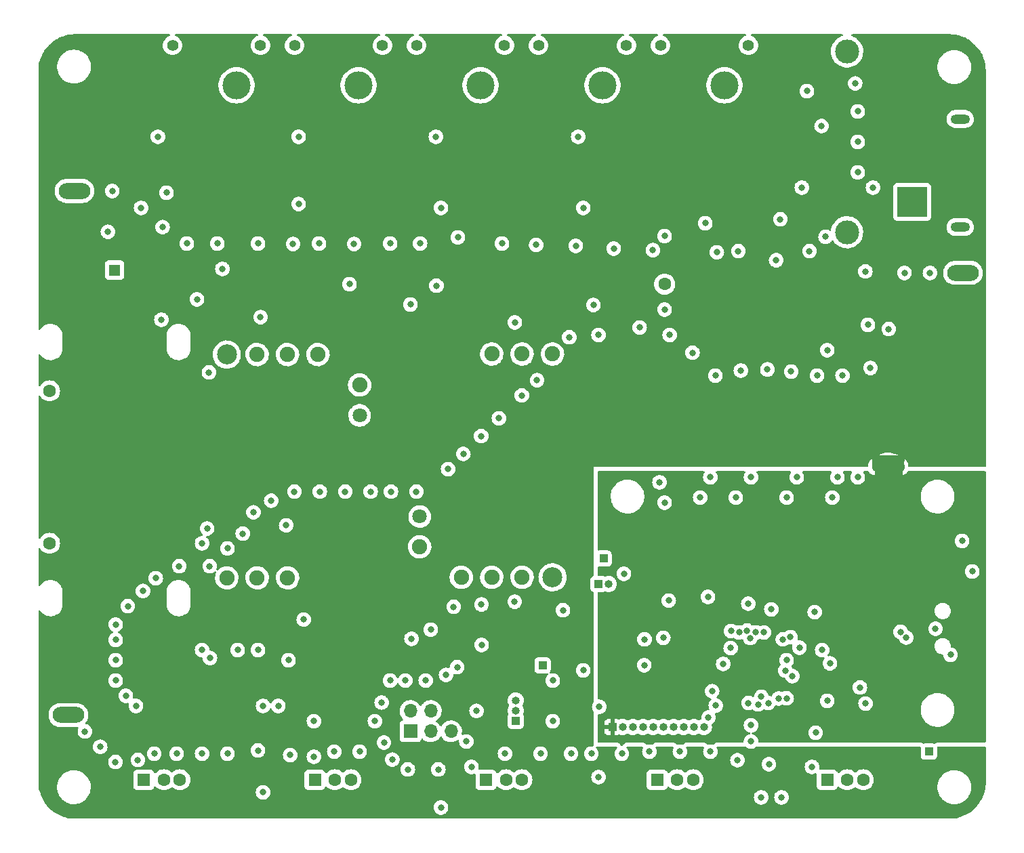
<source format=gbr>
%TF.GenerationSoftware,KiCad,Pcbnew,(6.0.0)*%
%TF.CreationDate,2022-03-07T14:47:04+00:00*%
%TF.ProjectId,ISOpower,49534f70-6f77-4657-922e-6b696361645f,rev?*%
%TF.SameCoordinates,Original*%
%TF.FileFunction,Copper,L4,Bot*%
%TF.FilePolarity,Positive*%
%FSLAX46Y46*%
G04 Gerber Fmt 4.6, Leading zero omitted, Abs format (unit mm)*
G04 Created by KiCad (PCBNEW (6.0.0)) date 2022-03-07 14:47:04*
%MOMM*%
%LPD*%
G01*
G04 APERTURE LIST*
G04 Aperture macros list*
%AMRoundRect*
0 Rectangle with rounded corners*
0 $1 Rounding radius*
0 $2 $3 $4 $5 $6 $7 $8 $9 X,Y pos of 4 corners*
0 Add a 4 corners polygon primitive as box body*
4,1,4,$2,$3,$4,$5,$6,$7,$8,$9,$2,$3,0*
0 Add four circle primitives for the rounded corners*
1,1,$1+$1,$2,$3*
1,1,$1+$1,$4,$5*
1,1,$1+$1,$6,$7*
1,1,$1+$1,$8,$9*
0 Add four rect primitives between the rounded corners*
20,1,$1+$1,$2,$3,$4,$5,0*
20,1,$1+$1,$4,$5,$6,$7,0*
20,1,$1+$1,$6,$7,$8,$9,0*
20,1,$1+$1,$8,$9,$2,$3,0*%
G04 Aperture macros list end*
%TA.AperFunction,ComponentPad*%
%ADD10R,1.700000X1.700000*%
%TD*%
%TA.AperFunction,ComponentPad*%
%ADD11O,1.700000X1.700000*%
%TD*%
%TA.AperFunction,ComponentPad*%
%ADD12R,1.600000X1.500000*%
%TD*%
%TA.AperFunction,ComponentPad*%
%ADD13C,1.600000*%
%TD*%
%TA.AperFunction,ComponentPad*%
%ADD14C,3.000000*%
%TD*%
%TA.AperFunction,ComponentPad*%
%ADD15C,1.400000*%
%TD*%
%TA.AperFunction,ComponentPad*%
%ADD16R,3.500000X3.500000*%
%TD*%
%TA.AperFunction,ComponentPad*%
%ADD17C,3.500000*%
%TD*%
%TA.AperFunction,ComponentPad*%
%ADD18O,1.600000X1.600000*%
%TD*%
%TA.AperFunction,ComponentPad*%
%ADD19R,1.000000X1.000000*%
%TD*%
%TA.AperFunction,ComponentPad*%
%ADD20O,1.000000X1.000000*%
%TD*%
%TA.AperFunction,ComponentPad*%
%ADD21R,3.960000X1.980000*%
%TD*%
%TA.AperFunction,ComponentPad*%
%ADD22O,3.960000X1.980000*%
%TD*%
%TA.AperFunction,ComponentPad*%
%ADD23C,1.900000*%
%TD*%
%TA.AperFunction,ComponentPad*%
%ADD24C,2.500000*%
%TD*%
%TA.AperFunction,ComponentPad*%
%ADD25C,1.800000*%
%TD*%
%TA.AperFunction,ComponentPad*%
%ADD26R,1.400000X1.400000*%
%TD*%
%TA.AperFunction,ComponentPad*%
%ADD27C,3.716000*%
%TD*%
%TA.AperFunction,ComponentPad*%
%ADD28R,3.716000X3.716000*%
%TD*%
%TA.AperFunction,ComponentPad*%
%ADD29O,2.400000X1.200000*%
%TD*%
%TA.AperFunction,SMDPad,CuDef*%
%ADD30RoundRect,0.250000X-1.750000X0.250000X-1.750000X-0.250000X1.750000X-0.250000X1.750000X0.250000X0*%
%TD*%
%TA.AperFunction,ViaPad*%
%ADD31C,0.800000*%
%TD*%
%TA.AperFunction,Conductor*%
%ADD32C,3.500000*%
%TD*%
G04 APERTURE END LIST*
%TO.C,N6*%
G36*
X166467600Y-95258000D02*
G01*
X162462400Y-95258000D01*
X162462400Y-94258000D01*
X166467600Y-94258000D01*
X166467600Y-95258000D01*
G37*
%TD*%
D10*
%TO.P,J8,1,MISO*%
%TO.N,Net-(J8-Pad1)*%
X104775000Y-128270000D03*
D11*
%TO.P,J8,2,VCC*%
%TO.N,/AtMega328p/MCU_5V_BUS*%
X104775000Y-125730000D03*
%TO.P,J8,3,SCK*%
%TO.N,Net-(J8-Pad3)*%
X107315000Y-128270000D03*
%TO.P,J8,4,MOSI*%
%TO.N,Net-(J8-Pad4)*%
X107315000Y-125730000D03*
%TO.P,J8,5,~{RST}*%
%TO.N,/AtMega328p/USB MCU CH340 Interface A/DTR_A*%
X109855000Y-128270000D03*
%TO.P,J8,6,GND*%
%TO.N,GNDPWR*%
X109855000Y-125730000D03*
%TD*%
D12*
%TO.P,J12,1,VBUS*%
%TO.N,5V_BUS*%
X135599511Y-134319511D03*
D13*
%TO.P,J12,2,D-*%
%TO.N,unconnected-(J12-Pad2)*%
X138099511Y-134319511D03*
%TO.P,J12,3,D+*%
%TO.N,unconnected-(J12-Pad3)*%
X140099511Y-134319511D03*
%TO.P,J12,4,GND*%
%TO.N,GNDPWR*%
X142599511Y-134319511D03*
D14*
%TO.P,J12,5,Shield*%
X145669511Y-137029511D03*
X132529511Y-137029511D03*
%TD*%
D15*
%TO.P,J15,*%
%TO.N,*%
X90284511Y-42545000D03*
X101284511Y-42545000D03*
D16*
%TO.P,J15,1,V-*%
%TO.N,GNDPWR*%
X93284511Y-47545000D03*
D17*
%TO.P,J15,2,V+*%
%TO.N,/Power Outputs/12V_OP_1*%
X98284511Y-47545000D03*
%TD*%
D13*
%TO.P,R7,1*%
%TO.N,Net-(R7-Pad1)*%
X59690000Y-85725000D03*
D18*
%TO.P,R7,2*%
%TO.N,GNDPWR*%
X59690000Y-93345000D03*
%TD*%
D19*
%TO.P,J25,1,Pin_1*%
%TO.N,/AtMega328p/ADC5*%
X128270000Y-109855000D03*
D20*
%TO.P,J25,2,Pin_2*%
%TO.N,/AtMega328p/ADC4*%
X129540000Y-109855000D03*
%TD*%
D21*
%TO.P,J21,1,Pin_1*%
%TO.N,GNDPWR*%
X173804511Y-75989511D03*
D22*
%TO.P,J21,2,Pin_2*%
%TO.N,24V_BUS*%
X173804511Y-70989511D03*
%TD*%
D23*
%TO.P,U5,1,Vin(+)*%
%TO.N,24V_BUS*%
X81824511Y-109089511D03*
%TO.P,U5,2,On/Off*%
%TO.N,Net-(JP3-Pad2)*%
X89424511Y-109089511D03*
%TO.P,U5,3,Vin(-)*%
%TO.N,GNDPWR*%
X97024511Y-109089511D03*
D24*
%TO.P,U5,4,Vout(-)*%
X97024511Y-81189511D03*
D23*
%TO.P,U5,5,PWR_OK*%
%TO.N,unconnected-(U5-Pad5)*%
X93224511Y-81189511D03*
%TO.P,U5,6,Trim*%
%TO.N,Net-(R7-Pad1)*%
X89424511Y-81189511D03*
%TO.P,U5,7,Sense(+)*%
%TO.N,/Power Distribution/12V_I_SENSE_IP*%
X85624511Y-81189511D03*
D24*
%TO.P,U5,8,Vout(+)*%
X81824511Y-81189511D03*
D25*
%TO.P,U5,32,Sync*%
%TO.N,unconnected-(U5-Pad32)*%
X98424511Y-88789511D03*
D23*
%TO.P,U5,33,MS*%
%TO.N,unconnected-(U5-Pad33)*%
X98424511Y-84989511D03*
%TO.P,U5,34,SEQ*%
%TO.N,unconnected-(U5-Pad34)*%
X85624511Y-109089511D03*
%TD*%
D15*
%TO.P,J14,*%
%TO.N,*%
X75044511Y-42545000D03*
X86044511Y-42545000D03*
D16*
%TO.P,J14,1,V-*%
%TO.N,GNDPWR*%
X78044511Y-47545000D03*
D17*
%TO.P,J14,2,V+*%
%TO.N,/Power Outputs/12V_OP_0*%
X83044511Y-47545000D03*
%TD*%
D15*
%TO.P,J18,*%
%TO.N,*%
X147004511Y-42545000D03*
X136004511Y-42545000D03*
D16*
%TO.P,J18,1,V-*%
%TO.N,GNDPWR*%
X139004511Y-47545000D03*
D17*
%TO.P,J18,2,V+*%
%TO.N,/Power Outputs/12V_OP_4*%
X144004511Y-47545000D03*
%TD*%
D19*
%TO.P,J24,1,Pin_1*%
%TO.N,/AtMega328p/CH_C*%
X128905000Y-106680000D03*
%TD*%
D21*
%TO.P,J22,1,Pin_1*%
%TO.N,GNDPWR*%
X62804511Y-55749511D03*
D22*
%TO.P,J22,2,Pin_2*%
%TO.N,12V_BUS*%
X62804511Y-60749511D03*
%TD*%
D12*
%TO.P,J13,1,VBUS*%
%TO.N,5V_BUS*%
X156849506Y-134319511D03*
D13*
%TO.P,J13,2,D-*%
%TO.N,unconnected-(J13-Pad2)*%
X159349506Y-134319511D03*
%TO.P,J13,3,D+*%
%TO.N,unconnected-(J13-Pad3)*%
X161349506Y-134319511D03*
%TO.P,J13,4,GND*%
%TO.N,GNDPWR*%
X163849506Y-134319511D03*
D14*
%TO.P,J13,5,Shield*%
X153779506Y-137029511D03*
X166919506Y-137029511D03*
%TD*%
D23*
%TO.P,U4,1,Vin(+)*%
%TO.N,24V_BUS*%
X122524511Y-81119511D03*
%TO.P,U4,2,On/Off*%
%TO.N,Net-(JP2-Pad2)*%
X114924511Y-81119511D03*
%TO.P,U4,3,Vin(-)*%
%TO.N,GNDPWR*%
X107324511Y-81119511D03*
D24*
%TO.P,U4,4,Vout(-)*%
X107324511Y-109019511D03*
D23*
%TO.P,U4,5,PWR_OK*%
%TO.N,unconnected-(U4-Pad5)*%
X111124511Y-109019511D03*
%TO.P,U4,6,Trim*%
%TO.N,Net-(R6-Pad1)*%
X114924511Y-109019511D03*
%TO.P,U4,7,Sense(+)*%
%TO.N,/Power Distribution/5V_I_SENSE_IP*%
X118724511Y-109019511D03*
D24*
%TO.P,U4,8,Vout(+)*%
X122524511Y-109019511D03*
D25*
%TO.P,U4,32,Sync*%
%TO.N,unconnected-(U4-Pad32)*%
X105924511Y-101419511D03*
D23*
%TO.P,U4,33,MS*%
%TO.N,unconnected-(U4-Pad33)*%
X105924511Y-105219511D03*
%TO.P,U4,34,SEQ*%
%TO.N,unconnected-(U4-Pad34)*%
X118724511Y-81119511D03*
%TD*%
D13*
%TO.P,C19,1*%
%TO.N,24V_BUS*%
X136525000Y-72390000D03*
%TO.P,C19,2*%
%TO.N,GNDPWR*%
X131525000Y-72390000D03*
%TD*%
D26*
%TO.P,M1,1,+*%
%TO.N,Net-(M1-Pad1)*%
X67809511Y-70629511D03*
D15*
%TO.P,M1,2,-*%
%TO.N,GNDPWR*%
X65809511Y-70629511D03*
%TD*%
D12*
%TO.P,J10,1,VBUS*%
%TO.N,5V_BUS*%
X92834511Y-134319511D03*
D13*
%TO.P,J10,2,D-*%
%TO.N,unconnected-(J10-Pad2)*%
X95334511Y-134319511D03*
%TO.P,J10,3,D+*%
%TO.N,unconnected-(J10-Pad3)*%
X97334511Y-134319511D03*
%TO.P,J10,4,GND*%
%TO.N,GNDPWR*%
X99834511Y-134319511D03*
D14*
%TO.P,J10,5,Shield*%
X102904511Y-137029511D03*
X89764511Y-137029511D03*
%TD*%
D19*
%TO.P,J6,1,Pin_1*%
%TO.N,/USB_PBUS*%
X117924511Y-126954511D03*
D20*
%TO.P,J6,2,Pin_2*%
%TO.N,/AtMega328p/MCU_5V_BUS*%
X117924511Y-125684511D03*
%TO.P,J6,3,Pin_3*%
%TO.N,MCU_5V*%
X117924511Y-124414511D03*
%TD*%
D13*
%TO.P,R6,1*%
%TO.N,Net-(R6-Pad1)*%
X59690000Y-104775000D03*
D18*
%TO.P,R6,2*%
%TO.N,GNDPWR*%
X59690000Y-97155000D03*
%TD*%
D27*
%TO.P,J1,1,V-*%
%TO.N,GNDPWR*%
X167454511Y-54899511D03*
D28*
%TO.P,J1,2,V+*%
%TO.N,/24V_0*%
X167454511Y-62099511D03*
D29*
%TO.P,J1,S1*%
%TO.N,N/C*%
X173454511Y-65249511D03*
%TO.P,J1,S2*%
X173454511Y-51749511D03*
%TD*%
D19*
%TO.P,J26,1,Pin_1*%
%TO.N,/USB_PBUS*%
X169545000Y-130810000D03*
%TD*%
D15*
%TO.P,J17,*%
%TO.N,*%
X120764511Y-42545000D03*
X131764511Y-42545000D03*
D16*
%TO.P,J17,1,V-*%
%TO.N,GNDPWR*%
X123764511Y-47545000D03*
D17*
%TO.P,J17,2,V+*%
%TO.N,/Power Outputs/12V_OP_3*%
X128764511Y-47545000D03*
%TD*%
D15*
%TO.P,J16,*%
%TO.N,*%
X116524511Y-42545000D03*
X105524511Y-42545000D03*
D16*
%TO.P,J16,1,V-*%
%TO.N,GNDPWR*%
X108524511Y-47545000D03*
D17*
%TO.P,J16,2,V+*%
%TO.N,/Power Outputs/12V_OP_2*%
X113524511Y-47545000D03*
%TD*%
D12*
%TO.P,J9,1,VBUS*%
%TO.N,5V_BUS*%
X71464511Y-134319511D03*
D13*
%TO.P,J9,2,D-*%
%TO.N,unconnected-(J9-Pad2)*%
X73964511Y-134319511D03*
%TO.P,J9,3,D+*%
%TO.N,unconnected-(J9-Pad3)*%
X75964511Y-134319511D03*
%TO.P,J9,4,GND*%
%TO.N,GNDPWR*%
X78464511Y-134319511D03*
D14*
%TO.P,J9,5,Shield*%
X68394511Y-137029511D03*
X81534511Y-137029511D03*
%TD*%
D19*
%TO.P,J30,1,Pin_1*%
%TO.N,/3V3_BUS*%
X121285000Y-120015000D03*
%TD*%
%TO.P,J29,1,Pin_1*%
%TO.N,GND*%
X130004511Y-127747783D03*
D20*
%TO.P,J29,2,Pin_2*%
%TO.N,/3V3_BUS*%
X131274511Y-127747783D03*
%TO.P,J29,3,Pin_3*%
%TO.N,/AtMega328p/MCU_5V_BUS*%
X132544511Y-127747783D03*
%TO.P,J29,4,Pin_4*%
%TO.N,/USB_PBUS*%
X133814511Y-127747783D03*
%TO.P,J29,5,Pin_5*%
%TO.N,unconnected-(J29-Pad5)*%
X135084511Y-127747783D03*
%TO.P,J29,6,Pin_6*%
%TO.N,unconnected-(J29-Pad6)*%
X136354511Y-127747783D03*
%TO.P,J29,7,Pin_7*%
%TO.N,unconnected-(J29-Pad7)*%
X137624511Y-127747783D03*
%TO.P,J29,8,Pin_8*%
%TO.N,unconnected-(J29-Pad8)*%
X138894511Y-127747783D03*
%TO.P,J29,9,Pin_9*%
%TO.N,/AtMega328p/SSERIAL_TX*%
X140164511Y-127747783D03*
%TO.P,J29,10,Pin_10*%
%TO.N,/AtMega328p/SSERIAL_RX*%
X141434511Y-127747783D03*
%TD*%
D14*
%TO.P,F1,1*%
%TO.N,/24V_0*%
X159324511Y-43309511D03*
%TO.P,F1,2*%
%TO.N,/24V_1*%
X159324511Y-65909511D03*
%TD*%
D21*
%TO.P,J23,1,Pin_1*%
%TO.N,GNDPWR*%
X62044511Y-121234511D03*
D22*
%TO.P,J23,2,Pin_2*%
%TO.N,5V_BUS*%
X62044511Y-126234511D03*
%TD*%
D12*
%TO.P,J11,1,VBUS*%
%TO.N,5V_BUS*%
X114204511Y-134319511D03*
D13*
%TO.P,J11,2,D-*%
%TO.N,unconnected-(J11-Pad2)*%
X116704511Y-134319511D03*
%TO.P,J11,3,D+*%
%TO.N,unconnected-(J11-Pad3)*%
X118704511Y-134319511D03*
%TO.P,J11,4,GND*%
%TO.N,GNDPWR*%
X121204511Y-134319511D03*
D14*
%TO.P,J11,5,Shield*%
X111134511Y-137029511D03*
X124274511Y-137029511D03*
%TD*%
D30*
%TO.P,N6,1,A*%
%TO.N,GNDPWR*%
X164465000Y-94250000D03*
%TO.P,N6,2,C*%
%TO.N,GND*%
X164465000Y-95250000D03*
%TD*%
D31*
%TO.N,5V_BUS*%
X102512604Y-131802396D03*
X101460489Y-129679511D03*
X100330000Y-127000000D03*
X101171893Y-124666893D03*
X102235000Y-121920000D03*
X104140000Y-121920000D03*
%TO.N,Net-(J8-Pad1)*%
X113030000Y-125720498D03*
%TO.N,Net-(R3b1-Pad2)*%
X89535000Y-119380000D03*
%TO.N,GNDPWR*%
X96069511Y-127000000D03*
%TO.N,GND*%
X141605000Y-108585000D03*
X163524290Y-109525710D03*
X151130000Y-107315000D03*
X146050000Y-100330000D03*
X142240000Y-120650000D03*
X161925000Y-100330000D03*
X151765000Y-113030000D03*
X141605000Y-100965000D03*
X156845000Y-100330000D03*
X162264511Y-113369511D03*
X157480000Y-116840000D03*
X154940000Y-120015000D03*
X152364991Y-126964991D03*
X141605000Y-116205000D03*
X156845000Y-107315000D03*
X129540000Y-115570000D03*
X157475681Y-128319999D03*
X166370000Y-113030000D03*
X131445000Y-120650000D03*
X151130000Y-100330000D03*
X136525000Y-108585000D03*
%TO.N,MCU_5V*%
X73660000Y-76835000D03*
X89247122Y-102522878D03*
%TO.N,24V_BUS*%
X93450000Y-98320000D03*
X155575000Y-83820000D03*
X149365378Y-83044622D03*
X69456753Y-112636753D03*
X137160000Y-78740000D03*
X109478762Y-95508762D03*
X102340000Y-98320000D03*
X83820000Y-103569500D03*
X75885009Y-107629991D03*
X161607500Y-70802500D03*
X87379375Y-99444375D03*
X152335500Y-83325378D03*
X71361753Y-110731753D03*
X124620000Y-79024022D03*
X67945000Y-114935000D03*
X118686262Y-86301262D03*
X115828762Y-89158762D03*
X105515000Y-98320000D03*
X166500489Y-70989511D03*
X140017500Y-80962500D03*
X146050000Y-83185000D03*
X67945000Y-116840000D03*
X85156875Y-100900500D03*
X79695009Y-107629991D03*
X99800000Y-98320000D03*
X72949253Y-109144253D03*
X113606262Y-91381262D03*
X158750000Y-83820000D03*
X67945000Y-121920000D03*
X70485000Y-125095000D03*
X111383762Y-93603762D03*
X161925000Y-77470000D03*
X142875000Y-83820000D03*
X69215000Y-123825000D03*
X81915000Y-105410000D03*
X169675489Y-70989511D03*
X136525000Y-75565000D03*
X162242500Y-82867500D03*
X120591262Y-84396262D03*
X90275000Y-98320000D03*
X67945000Y-119380000D03*
X96625000Y-98320000D03*
X128270000Y-78740000D03*
X133403359Y-77804116D03*
%TO.N,/Power Distribution/5V_I_SENSE_IP*%
X113640978Y-112419022D03*
X117792500Y-112077500D03*
X107315000Y-115570000D03*
X110172500Y-112712500D03*
X104905489Y-116709511D03*
%TO.N,Net-(D1-Pad2)*%
X156845000Y-80645000D03*
X164524500Y-77995000D03*
%TO.N,Net-(D2-Pad1)*%
X155396482Y-128448518D03*
X151130000Y-136525000D03*
%TO.N,Net-(D2-Pad2)*%
X148590000Y-136525000D03*
X147320000Y-129540000D03*
X142005908Y-126544001D03*
%TO.N,Net-(D4-Pad2)*%
X170376567Y-115455500D03*
X156845000Y-124460000D03*
X161629511Y-124799511D03*
X147320000Y-127520500D03*
X166709511Y-116544511D03*
X174964511Y-108289511D03*
%TO.N,Net-(D4-Pad3)*%
X160930011Y-122794531D03*
X166002756Y-115837756D03*
X173694511Y-104479511D03*
%TO.N,Net-(D6-Pad2)*%
X78740000Y-104775000D03*
X78740000Y-118110000D03*
%TO.N,Net-(D8-Pad2)*%
X83185000Y-118110000D03*
X79375000Y-102934500D03*
%TO.N,/Power Distribution/12V_I_SENSE_IP*%
X79602011Y-83412011D03*
X86042500Y-76517500D03*
%TO.N,/24V_0*%
X160337500Y-47307500D03*
X160655000Y-50800000D03*
X160655000Y-54610000D03*
X162560000Y-60325000D03*
X160655000Y-58420000D03*
%TO.N,Net-(J8-Pad1)*%
X150773492Y-124165021D03*
%TO.N,Net-(J8-Pad3)*%
X151772730Y-124142049D03*
%TO.N,Net-(J8-Pad4)*%
X149468877Y-124741579D03*
%TO.N,/24V_1*%
X156641351Y-66471351D03*
X150462876Y-69399022D03*
X154622500Y-68262500D03*
%TO.N,5V_BUS*%
X64107500Y-128297500D03*
X145622598Y-131872402D03*
X134620000Y-130810000D03*
X128270000Y-133985000D03*
X131185000Y-131070000D03*
X106680000Y-121920000D03*
X113665000Y-117475000D03*
X92710000Y-131445000D03*
X149550499Y-132389501D03*
X127375000Y-131070000D03*
X138430000Y-130810000D03*
X81915000Y-131070000D03*
X67917500Y-132107500D03*
X110604124Y-120243521D03*
X108259501Y-133040499D03*
X75565000Y-131070000D03*
X124835000Y-131070000D03*
X78740000Y-131070000D03*
X98425000Y-130810000D03*
X89747500Y-131232500D03*
X66012500Y-130202500D03*
X104449501Y-133040499D03*
X72765000Y-131070000D03*
X95250000Y-130810000D03*
X116580000Y-131070000D03*
X70715000Y-131850000D03*
X109220000Y-121220500D03*
X85725000Y-130657135D03*
X121025000Y-131070000D03*
X112395000Y-132715000D03*
X142240000Y-130810000D03*
X154940000Y-132715000D03*
%TO.N,/5V_BUS_MONITOR*%
X79731429Y-119112465D03*
X86360000Y-135890000D03*
X142462055Y-123246489D03*
X136361318Y-116587000D03*
X122555000Y-121920000D03*
X86360000Y-125095000D03*
%TO.N,/12V_BUS_MONITOR*%
X134018069Y-116775500D03*
X97155000Y-72390000D03*
X85725000Y-118110000D03*
X133985000Y-120015000D03*
%TO.N,/BUS_B_DISABLE*%
X117814511Y-77174511D03*
X131445000Y-108585000D03*
%TO.N,/BUS_A_DISABLE*%
X144780000Y-117861358D03*
X91440000Y-114300000D03*
%TO.N,/Power Outputs/5v to 12v logic conversion_v2/0_OUT*%
X136525000Y-99695000D03*
X73219511Y-53975000D03*
%TO.N,/Power Outputs/5v to 12v logic conversion_v2/1_OUT*%
X90805000Y-53975000D03*
X142240000Y-96520000D03*
%TO.N,/Power Outputs/5v to 12v logic conversion_v2/2_OUT*%
X147320000Y-96520000D03*
X107950000Y-53975000D03*
%TO.N,/Power Outputs/5v to 12v logic conversion_v2/3_OUT*%
X125730000Y-53975000D03*
X153035000Y-96520000D03*
%TO.N,/Power Outputs/5v to 12v logic conversion_v2/4_OUT*%
X158115000Y-96520000D03*
X141605000Y-64770000D03*
%TO.N,Net-(R3a1-Pad2)*%
X104775000Y-74930000D03*
X108016641Y-72577885D03*
%TO.N,Net-(R3b1-Pad2)*%
X92710000Y-127000000D03*
X88265000Y-125095000D03*
%TO.N,/AtMega328p/MCU_5V_BUS*%
X149858259Y-113028259D03*
X155279511Y-113369511D03*
X144829326Y-115740990D03*
X152490011Y-121379692D03*
X143844562Y-119844011D03*
X142916593Y-125045001D03*
%TO.N,/BUS_I_SENSE_A*%
X151765000Y-119380000D03*
X78105000Y-74295000D03*
%TO.N,/BUS_I_SENSE_B*%
X151598314Y-120680192D03*
X123825000Y-113144500D03*
%TO.N,12V_BUS*%
X90805000Y-62375520D03*
X67520489Y-60749511D03*
X110703642Y-66542322D03*
X90105978Y-67374022D03*
X125434520Y-67605480D03*
X135059511Y-68140489D03*
X102235000Y-67310000D03*
X80645000Y-67310000D03*
X71120000Y-62865000D03*
X74295000Y-60960000D03*
X81280000Y-70485000D03*
X136525000Y-66374022D03*
X116205000Y-67310000D03*
X120472878Y-67487122D03*
X93345000Y-67310000D03*
X130175000Y-67945000D03*
X76835000Y-67310000D03*
X105980500Y-67310000D03*
X97725978Y-67374022D03*
X85725000Y-67310000D03*
X73810000Y-65255000D03*
X126365000Y-62865000D03*
X108585000Y-62865000D03*
%TO.N,/AtMega328p/USB MCU CH340 Interface A/DTR_A*%
X147214648Y-116607555D03*
X108585000Y-137795000D03*
X128360762Y-125209500D03*
X153374511Y-117814511D03*
X111760000Y-129540000D03*
%TO.N,/3V3_BUS*%
X126365000Y-120650000D03*
%TO.N,/USB_PBUS*%
X122555000Y-127000000D03*
X172251616Y-118712935D03*
%TO.N,/AtMega328p/ADC5*%
X147930008Y-115909511D03*
%TO.N,/AtMega328p/ADC4*%
X148929511Y-115909511D03*
%TO.N,/AtMega328p/SSERIAL_TX*%
X146999842Y-124735445D03*
%TO.N,/AtMega328p/SSERIAL_RX*%
X148209834Y-124909082D03*
%TO.N,/AtMega328p/CH_F*%
X137041633Y-111922389D03*
X148609011Y-123959149D03*
%TO.N,/AtMega328p/CH_G*%
X141944511Y-111464511D03*
X152256854Y-116510188D03*
%TO.N,/AtMega328p/CH_H*%
X151292014Y-116781232D03*
X146975106Y-112310607D03*
%TO.N,/AtMega328p/USB MCU CH340 Interface A/RxD_A*%
X146816178Y-115683130D03*
X157184511Y-119784011D03*
%TO.N,/AtMega328p/USB MCU CH340 Interface A/TxD_A*%
X156210000Y-118110000D03*
X145841866Y-115906114D03*
%TO.N,HV*%
X127635000Y-74994500D03*
X157480000Y-99060000D03*
X135890000Y-97155000D03*
X140970000Y-99060000D03*
X145415000Y-99060000D03*
X160655000Y-96520000D03*
X151765000Y-99060000D03*
%TO.N,GNDPWR*%
X103095480Y-77879520D03*
X95380000Y-76070000D03*
X122555000Y-117475000D03*
X99920480Y-77879520D03*
X118745000Y-72390000D03*
X155020000Y-91995000D03*
X71755000Y-46606017D03*
X79375000Y-125730000D03*
X97155000Y-112395000D03*
X71755000Y-43180000D03*
X73660000Y-123190000D03*
X171784511Y-81580489D03*
X76200000Y-92710000D03*
X106268879Y-77693879D03*
X116840000Y-121220500D03*
X71755000Y-49781019D03*
X87059500Y-127457625D03*
X113030000Y-76835000D03*
X82550000Y-112395000D03*
X65232500Y-68407500D03*
X90805000Y-126365000D03*
X97024511Y-78235489D03*
X94615000Y-120650000D03*
X118745000Y-120243521D03*
X70167500Y-68897500D03*
X85421611Y-123167367D03*
X88900000Y-116840000D03*
X171784511Y-79675489D03*
X157415500Y-92805000D03*
X95250000Y-116205000D03*
X167454511Y-49080489D03*
%TO.N,Net-(M1-Pad1)*%
X66977617Y-65845500D03*
%TO.N,/Power Outputs/MID_PWR*%
X145732500Y-68262500D03*
X154305000Y-48260000D03*
X143052122Y-68402878D03*
X150985000Y-64280000D03*
X153670000Y-60325000D03*
X156131742Y-52626742D03*
%TD*%
D32*
%TO.N,GND*%
X164465000Y-97790000D02*
X164465000Y-95699520D01*
%TD*%
%TA.AperFunction,Conductor*%
%TO.N,GNDPWR*%
G36*
X74699957Y-41168002D02*
G01*
X74746450Y-41221658D01*
X74756554Y-41291932D01*
X74727060Y-41356512D01*
X74664447Y-41395707D01*
X74634911Y-41403621D01*
X74634909Y-41403622D01*
X74629601Y-41405044D01*
X74624620Y-41407366D01*
X74624619Y-41407367D01*
X74442934Y-41492088D01*
X74442931Y-41492090D01*
X74437953Y-41494411D01*
X74264735Y-41615699D01*
X74115210Y-41765224D01*
X73993922Y-41938442D01*
X73991601Y-41943420D01*
X73991599Y-41943423D01*
X73975388Y-41978188D01*
X73904555Y-42130090D01*
X73903133Y-42135398D01*
X73903132Y-42135400D01*
X73868910Y-42263118D01*
X73849825Y-42334345D01*
X73831395Y-42545000D01*
X73849825Y-42755655D01*
X73904555Y-42959910D01*
X73906877Y-42964891D01*
X73906878Y-42964892D01*
X73980213Y-43122158D01*
X73993922Y-43151558D01*
X74115210Y-43324776D01*
X74264735Y-43474301D01*
X74437953Y-43595589D01*
X74442931Y-43597910D01*
X74442934Y-43597912D01*
X74624619Y-43682633D01*
X74629601Y-43684956D01*
X74634909Y-43686378D01*
X74634911Y-43686379D01*
X74828541Y-43738262D01*
X74828543Y-43738262D01*
X74833856Y-43739686D01*
X75044511Y-43758116D01*
X75255166Y-43739686D01*
X75260479Y-43738262D01*
X75260481Y-43738262D01*
X75454111Y-43686379D01*
X75454113Y-43686378D01*
X75459421Y-43684956D01*
X75464403Y-43682633D01*
X75646088Y-43597912D01*
X75646091Y-43597910D01*
X75651069Y-43595589D01*
X75824287Y-43474301D01*
X75973812Y-43324776D01*
X76095100Y-43151558D01*
X76108810Y-43122158D01*
X76182144Y-42964892D01*
X76182145Y-42964891D01*
X76184467Y-42959910D01*
X76239197Y-42755655D01*
X76257627Y-42545000D01*
X76239197Y-42334345D01*
X76220112Y-42263118D01*
X76185890Y-42135400D01*
X76185889Y-42135398D01*
X76184467Y-42130090D01*
X76113634Y-41978188D01*
X76097423Y-41943423D01*
X76097421Y-41943420D01*
X76095100Y-41938442D01*
X75973812Y-41765224D01*
X75824287Y-41615699D01*
X75651069Y-41494411D01*
X75646091Y-41492090D01*
X75646088Y-41492088D01*
X75464403Y-41407367D01*
X75464402Y-41407366D01*
X75459421Y-41405044D01*
X75454113Y-41403622D01*
X75454111Y-41403621D01*
X75424575Y-41395707D01*
X75363952Y-41358755D01*
X75332931Y-41294894D01*
X75341359Y-41224400D01*
X75386562Y-41169653D01*
X75457186Y-41148000D01*
X85631836Y-41148000D01*
X85699957Y-41168002D01*
X85746450Y-41221658D01*
X85756554Y-41291932D01*
X85727060Y-41356512D01*
X85664447Y-41395707D01*
X85634911Y-41403621D01*
X85634909Y-41403622D01*
X85629601Y-41405044D01*
X85624620Y-41407366D01*
X85624619Y-41407367D01*
X85442934Y-41492088D01*
X85442931Y-41492090D01*
X85437953Y-41494411D01*
X85264735Y-41615699D01*
X85115210Y-41765224D01*
X84993922Y-41938442D01*
X84991601Y-41943420D01*
X84991599Y-41943423D01*
X84975388Y-41978188D01*
X84904555Y-42130090D01*
X84903133Y-42135398D01*
X84903132Y-42135400D01*
X84868910Y-42263118D01*
X84849825Y-42334345D01*
X84831395Y-42545000D01*
X84849825Y-42755655D01*
X84904555Y-42959910D01*
X84906877Y-42964891D01*
X84906878Y-42964892D01*
X84980213Y-43122158D01*
X84993922Y-43151558D01*
X85115210Y-43324776D01*
X85264735Y-43474301D01*
X85437953Y-43595589D01*
X85442931Y-43597910D01*
X85442934Y-43597912D01*
X85624619Y-43682633D01*
X85629601Y-43684956D01*
X85634909Y-43686378D01*
X85634911Y-43686379D01*
X85828541Y-43738262D01*
X85828543Y-43738262D01*
X85833856Y-43739686D01*
X86044511Y-43758116D01*
X86255166Y-43739686D01*
X86260479Y-43738262D01*
X86260481Y-43738262D01*
X86454111Y-43686379D01*
X86454113Y-43686378D01*
X86459421Y-43684956D01*
X86464403Y-43682633D01*
X86646088Y-43597912D01*
X86646091Y-43597910D01*
X86651069Y-43595589D01*
X86824287Y-43474301D01*
X86973812Y-43324776D01*
X87095100Y-43151558D01*
X87108810Y-43122158D01*
X87182144Y-42964892D01*
X87182145Y-42964891D01*
X87184467Y-42959910D01*
X87239197Y-42755655D01*
X87257627Y-42545000D01*
X87239197Y-42334345D01*
X87220112Y-42263118D01*
X87185890Y-42135400D01*
X87185889Y-42135398D01*
X87184467Y-42130090D01*
X87113634Y-41978188D01*
X87097423Y-41943423D01*
X87097421Y-41943420D01*
X87095100Y-41938442D01*
X86973812Y-41765224D01*
X86824287Y-41615699D01*
X86651069Y-41494411D01*
X86646091Y-41492090D01*
X86646088Y-41492088D01*
X86464403Y-41407367D01*
X86464402Y-41407366D01*
X86459421Y-41405044D01*
X86454113Y-41403622D01*
X86454111Y-41403621D01*
X86424575Y-41395707D01*
X86363952Y-41358755D01*
X86332931Y-41294894D01*
X86341359Y-41224400D01*
X86386562Y-41169653D01*
X86457186Y-41148000D01*
X89871836Y-41148000D01*
X89939957Y-41168002D01*
X89986450Y-41221658D01*
X89996554Y-41291932D01*
X89967060Y-41356512D01*
X89904447Y-41395707D01*
X89874911Y-41403621D01*
X89874909Y-41403622D01*
X89869601Y-41405044D01*
X89864620Y-41407366D01*
X89864619Y-41407367D01*
X89682934Y-41492088D01*
X89682931Y-41492090D01*
X89677953Y-41494411D01*
X89504735Y-41615699D01*
X89355210Y-41765224D01*
X89233922Y-41938442D01*
X89231601Y-41943420D01*
X89231599Y-41943423D01*
X89215388Y-41978188D01*
X89144555Y-42130090D01*
X89143133Y-42135398D01*
X89143132Y-42135400D01*
X89108910Y-42263118D01*
X89089825Y-42334345D01*
X89071395Y-42545000D01*
X89089825Y-42755655D01*
X89144555Y-42959910D01*
X89146877Y-42964891D01*
X89146878Y-42964892D01*
X89220213Y-43122158D01*
X89233922Y-43151558D01*
X89355210Y-43324776D01*
X89504735Y-43474301D01*
X89677953Y-43595589D01*
X89682931Y-43597910D01*
X89682934Y-43597912D01*
X89864619Y-43682633D01*
X89869601Y-43684956D01*
X89874909Y-43686378D01*
X89874911Y-43686379D01*
X90068541Y-43738262D01*
X90068543Y-43738262D01*
X90073856Y-43739686D01*
X90284511Y-43758116D01*
X90495166Y-43739686D01*
X90500479Y-43738262D01*
X90500481Y-43738262D01*
X90694111Y-43686379D01*
X90694113Y-43686378D01*
X90699421Y-43684956D01*
X90704403Y-43682633D01*
X90886088Y-43597912D01*
X90886091Y-43597910D01*
X90891069Y-43595589D01*
X91064287Y-43474301D01*
X91213812Y-43324776D01*
X91335100Y-43151558D01*
X91348810Y-43122158D01*
X91422144Y-42964892D01*
X91422145Y-42964891D01*
X91424467Y-42959910D01*
X91479197Y-42755655D01*
X91497627Y-42545000D01*
X91479197Y-42334345D01*
X91460112Y-42263118D01*
X91425890Y-42135400D01*
X91425889Y-42135398D01*
X91424467Y-42130090D01*
X91353634Y-41978188D01*
X91337423Y-41943423D01*
X91337421Y-41943420D01*
X91335100Y-41938442D01*
X91213812Y-41765224D01*
X91064287Y-41615699D01*
X90891069Y-41494411D01*
X90886091Y-41492090D01*
X90886088Y-41492088D01*
X90704403Y-41407367D01*
X90704402Y-41407366D01*
X90699421Y-41405044D01*
X90694113Y-41403622D01*
X90694111Y-41403621D01*
X90664575Y-41395707D01*
X90603952Y-41358755D01*
X90572931Y-41294894D01*
X90581359Y-41224400D01*
X90626562Y-41169653D01*
X90697186Y-41148000D01*
X100871836Y-41148000D01*
X100939957Y-41168002D01*
X100986450Y-41221658D01*
X100996554Y-41291932D01*
X100967060Y-41356512D01*
X100904447Y-41395707D01*
X100874911Y-41403621D01*
X100874909Y-41403622D01*
X100869601Y-41405044D01*
X100864620Y-41407366D01*
X100864619Y-41407367D01*
X100682934Y-41492088D01*
X100682931Y-41492090D01*
X100677953Y-41494411D01*
X100504735Y-41615699D01*
X100355210Y-41765224D01*
X100233922Y-41938442D01*
X100231601Y-41943420D01*
X100231599Y-41943423D01*
X100215388Y-41978188D01*
X100144555Y-42130090D01*
X100143133Y-42135398D01*
X100143132Y-42135400D01*
X100108910Y-42263118D01*
X100089825Y-42334345D01*
X100071395Y-42545000D01*
X100089825Y-42755655D01*
X100144555Y-42959910D01*
X100146877Y-42964891D01*
X100146878Y-42964892D01*
X100220213Y-43122158D01*
X100233922Y-43151558D01*
X100355210Y-43324776D01*
X100504735Y-43474301D01*
X100677953Y-43595589D01*
X100682931Y-43597910D01*
X100682934Y-43597912D01*
X100864619Y-43682633D01*
X100869601Y-43684956D01*
X100874909Y-43686378D01*
X100874911Y-43686379D01*
X101068541Y-43738262D01*
X101068543Y-43738262D01*
X101073856Y-43739686D01*
X101284511Y-43758116D01*
X101495166Y-43739686D01*
X101500479Y-43738262D01*
X101500481Y-43738262D01*
X101694111Y-43686379D01*
X101694113Y-43686378D01*
X101699421Y-43684956D01*
X101704403Y-43682633D01*
X101886088Y-43597912D01*
X101886091Y-43597910D01*
X101891069Y-43595589D01*
X102064287Y-43474301D01*
X102213812Y-43324776D01*
X102335100Y-43151558D01*
X102348810Y-43122158D01*
X102422144Y-42964892D01*
X102422145Y-42964891D01*
X102424467Y-42959910D01*
X102479197Y-42755655D01*
X102497627Y-42545000D01*
X102479197Y-42334345D01*
X102460112Y-42263118D01*
X102425890Y-42135400D01*
X102425889Y-42135398D01*
X102424467Y-42130090D01*
X102353634Y-41978188D01*
X102337423Y-41943423D01*
X102337421Y-41943420D01*
X102335100Y-41938442D01*
X102213812Y-41765224D01*
X102064287Y-41615699D01*
X101891069Y-41494411D01*
X101886091Y-41492090D01*
X101886088Y-41492088D01*
X101704403Y-41407367D01*
X101704402Y-41407366D01*
X101699421Y-41405044D01*
X101694113Y-41403622D01*
X101694111Y-41403621D01*
X101664575Y-41395707D01*
X101603952Y-41358755D01*
X101572931Y-41294894D01*
X101581359Y-41224400D01*
X101626562Y-41169653D01*
X101697186Y-41148000D01*
X105111836Y-41148000D01*
X105179957Y-41168002D01*
X105226450Y-41221658D01*
X105236554Y-41291932D01*
X105207060Y-41356512D01*
X105144447Y-41395707D01*
X105114911Y-41403621D01*
X105114909Y-41403622D01*
X105109601Y-41405044D01*
X105104620Y-41407366D01*
X105104619Y-41407367D01*
X104922934Y-41492088D01*
X104922931Y-41492090D01*
X104917953Y-41494411D01*
X104744735Y-41615699D01*
X104595210Y-41765224D01*
X104473922Y-41938442D01*
X104471601Y-41943420D01*
X104471599Y-41943423D01*
X104455388Y-41978188D01*
X104384555Y-42130090D01*
X104383133Y-42135398D01*
X104383132Y-42135400D01*
X104348910Y-42263118D01*
X104329825Y-42334345D01*
X104311395Y-42545000D01*
X104329825Y-42755655D01*
X104384555Y-42959910D01*
X104386877Y-42964891D01*
X104386878Y-42964892D01*
X104460213Y-43122158D01*
X104473922Y-43151558D01*
X104595210Y-43324776D01*
X104744735Y-43474301D01*
X104917953Y-43595589D01*
X104922931Y-43597910D01*
X104922934Y-43597912D01*
X105104619Y-43682633D01*
X105109601Y-43684956D01*
X105114909Y-43686378D01*
X105114911Y-43686379D01*
X105308541Y-43738262D01*
X105308543Y-43738262D01*
X105313856Y-43739686D01*
X105524511Y-43758116D01*
X105735166Y-43739686D01*
X105740479Y-43738262D01*
X105740481Y-43738262D01*
X105934111Y-43686379D01*
X105934113Y-43686378D01*
X105939421Y-43684956D01*
X105944403Y-43682633D01*
X106126088Y-43597912D01*
X106126091Y-43597910D01*
X106131069Y-43595589D01*
X106304287Y-43474301D01*
X106453812Y-43324776D01*
X106575100Y-43151558D01*
X106588810Y-43122158D01*
X106662144Y-42964892D01*
X106662145Y-42964891D01*
X106664467Y-42959910D01*
X106719197Y-42755655D01*
X106737627Y-42545000D01*
X106719197Y-42334345D01*
X106700112Y-42263118D01*
X106665890Y-42135400D01*
X106665889Y-42135398D01*
X106664467Y-42130090D01*
X106593634Y-41978188D01*
X106577423Y-41943423D01*
X106577421Y-41943420D01*
X106575100Y-41938442D01*
X106453812Y-41765224D01*
X106304287Y-41615699D01*
X106131069Y-41494411D01*
X106126091Y-41492090D01*
X106126088Y-41492088D01*
X105944403Y-41407367D01*
X105944402Y-41407366D01*
X105939421Y-41405044D01*
X105934113Y-41403622D01*
X105934111Y-41403621D01*
X105904575Y-41395707D01*
X105843952Y-41358755D01*
X105812931Y-41294894D01*
X105821359Y-41224400D01*
X105866562Y-41169653D01*
X105937186Y-41148000D01*
X116111836Y-41148000D01*
X116179957Y-41168002D01*
X116226450Y-41221658D01*
X116236554Y-41291932D01*
X116207060Y-41356512D01*
X116144447Y-41395707D01*
X116114911Y-41403621D01*
X116114909Y-41403622D01*
X116109601Y-41405044D01*
X116104620Y-41407366D01*
X116104619Y-41407367D01*
X115922934Y-41492088D01*
X115922931Y-41492090D01*
X115917953Y-41494411D01*
X115744735Y-41615699D01*
X115595210Y-41765224D01*
X115473922Y-41938442D01*
X115471601Y-41943420D01*
X115471599Y-41943423D01*
X115455388Y-41978188D01*
X115384555Y-42130090D01*
X115383133Y-42135398D01*
X115383132Y-42135400D01*
X115348910Y-42263118D01*
X115329825Y-42334345D01*
X115311395Y-42545000D01*
X115329825Y-42755655D01*
X115384555Y-42959910D01*
X115386877Y-42964891D01*
X115386878Y-42964892D01*
X115460213Y-43122158D01*
X115473922Y-43151558D01*
X115595210Y-43324776D01*
X115744735Y-43474301D01*
X115917953Y-43595589D01*
X115922931Y-43597910D01*
X115922934Y-43597912D01*
X116104619Y-43682633D01*
X116109601Y-43684956D01*
X116114909Y-43686378D01*
X116114911Y-43686379D01*
X116308541Y-43738262D01*
X116308543Y-43738262D01*
X116313856Y-43739686D01*
X116524511Y-43758116D01*
X116735166Y-43739686D01*
X116740479Y-43738262D01*
X116740481Y-43738262D01*
X116934111Y-43686379D01*
X116934113Y-43686378D01*
X116939421Y-43684956D01*
X116944403Y-43682633D01*
X117126088Y-43597912D01*
X117126091Y-43597910D01*
X117131069Y-43595589D01*
X117304287Y-43474301D01*
X117453812Y-43324776D01*
X117575100Y-43151558D01*
X117588810Y-43122158D01*
X117662144Y-42964892D01*
X117662145Y-42964891D01*
X117664467Y-42959910D01*
X117719197Y-42755655D01*
X117737627Y-42545000D01*
X117719197Y-42334345D01*
X117700112Y-42263118D01*
X117665890Y-42135400D01*
X117665889Y-42135398D01*
X117664467Y-42130090D01*
X117593634Y-41978188D01*
X117577423Y-41943423D01*
X117577421Y-41943420D01*
X117575100Y-41938442D01*
X117453812Y-41765224D01*
X117304287Y-41615699D01*
X117131069Y-41494411D01*
X117126091Y-41492090D01*
X117126088Y-41492088D01*
X116944403Y-41407367D01*
X116944402Y-41407366D01*
X116939421Y-41405044D01*
X116934113Y-41403622D01*
X116934111Y-41403621D01*
X116904575Y-41395707D01*
X116843952Y-41358755D01*
X116812931Y-41294894D01*
X116821359Y-41224400D01*
X116866562Y-41169653D01*
X116937186Y-41148000D01*
X120351836Y-41148000D01*
X120419957Y-41168002D01*
X120466450Y-41221658D01*
X120476554Y-41291932D01*
X120447060Y-41356512D01*
X120384447Y-41395707D01*
X120354911Y-41403621D01*
X120354909Y-41403622D01*
X120349601Y-41405044D01*
X120344620Y-41407366D01*
X120344619Y-41407367D01*
X120162934Y-41492088D01*
X120162931Y-41492090D01*
X120157953Y-41494411D01*
X119984735Y-41615699D01*
X119835210Y-41765224D01*
X119713922Y-41938442D01*
X119711601Y-41943420D01*
X119711599Y-41943423D01*
X119695388Y-41978188D01*
X119624555Y-42130090D01*
X119623133Y-42135398D01*
X119623132Y-42135400D01*
X119588910Y-42263118D01*
X119569825Y-42334345D01*
X119551395Y-42545000D01*
X119569825Y-42755655D01*
X119624555Y-42959910D01*
X119626877Y-42964891D01*
X119626878Y-42964892D01*
X119700213Y-43122158D01*
X119713922Y-43151558D01*
X119835210Y-43324776D01*
X119984735Y-43474301D01*
X120157953Y-43595589D01*
X120162931Y-43597910D01*
X120162934Y-43597912D01*
X120344619Y-43682633D01*
X120349601Y-43684956D01*
X120354909Y-43686378D01*
X120354911Y-43686379D01*
X120548541Y-43738262D01*
X120548543Y-43738262D01*
X120553856Y-43739686D01*
X120764511Y-43758116D01*
X120975166Y-43739686D01*
X120980479Y-43738262D01*
X120980481Y-43738262D01*
X121174111Y-43686379D01*
X121174113Y-43686378D01*
X121179421Y-43684956D01*
X121184403Y-43682633D01*
X121366088Y-43597912D01*
X121366091Y-43597910D01*
X121371069Y-43595589D01*
X121544287Y-43474301D01*
X121693812Y-43324776D01*
X121815100Y-43151558D01*
X121828810Y-43122158D01*
X121902144Y-42964892D01*
X121902145Y-42964891D01*
X121904467Y-42959910D01*
X121959197Y-42755655D01*
X121977627Y-42545000D01*
X121959197Y-42334345D01*
X121940112Y-42263118D01*
X121905890Y-42135400D01*
X121905889Y-42135398D01*
X121904467Y-42130090D01*
X121833634Y-41978188D01*
X121817423Y-41943423D01*
X121817421Y-41943420D01*
X121815100Y-41938442D01*
X121693812Y-41765224D01*
X121544287Y-41615699D01*
X121371069Y-41494411D01*
X121366091Y-41492090D01*
X121366088Y-41492088D01*
X121184403Y-41407367D01*
X121184402Y-41407366D01*
X121179421Y-41405044D01*
X121174113Y-41403622D01*
X121174111Y-41403621D01*
X121144575Y-41395707D01*
X121083952Y-41358755D01*
X121052931Y-41294894D01*
X121061359Y-41224400D01*
X121106562Y-41169653D01*
X121177186Y-41148000D01*
X131351836Y-41148000D01*
X131419957Y-41168002D01*
X131466450Y-41221658D01*
X131476554Y-41291932D01*
X131447060Y-41356512D01*
X131384447Y-41395707D01*
X131354911Y-41403621D01*
X131354909Y-41403622D01*
X131349601Y-41405044D01*
X131344620Y-41407366D01*
X131344619Y-41407367D01*
X131162934Y-41492088D01*
X131162931Y-41492090D01*
X131157953Y-41494411D01*
X130984735Y-41615699D01*
X130835210Y-41765224D01*
X130713922Y-41938442D01*
X130711601Y-41943420D01*
X130711599Y-41943423D01*
X130695388Y-41978188D01*
X130624555Y-42130090D01*
X130623133Y-42135398D01*
X130623132Y-42135400D01*
X130588910Y-42263118D01*
X130569825Y-42334345D01*
X130551395Y-42545000D01*
X130569825Y-42755655D01*
X130624555Y-42959910D01*
X130626877Y-42964891D01*
X130626878Y-42964892D01*
X130700213Y-43122158D01*
X130713922Y-43151558D01*
X130835210Y-43324776D01*
X130984735Y-43474301D01*
X131157953Y-43595589D01*
X131162931Y-43597910D01*
X131162934Y-43597912D01*
X131344619Y-43682633D01*
X131349601Y-43684956D01*
X131354909Y-43686378D01*
X131354911Y-43686379D01*
X131548541Y-43738262D01*
X131548543Y-43738262D01*
X131553856Y-43739686D01*
X131764511Y-43758116D01*
X131975166Y-43739686D01*
X131980479Y-43738262D01*
X131980481Y-43738262D01*
X132174111Y-43686379D01*
X132174113Y-43686378D01*
X132179421Y-43684956D01*
X132184403Y-43682633D01*
X132366088Y-43597912D01*
X132366091Y-43597910D01*
X132371069Y-43595589D01*
X132544287Y-43474301D01*
X132693812Y-43324776D01*
X132815100Y-43151558D01*
X132828810Y-43122158D01*
X132902144Y-42964892D01*
X132902145Y-42964891D01*
X132904467Y-42959910D01*
X132959197Y-42755655D01*
X132977627Y-42545000D01*
X132959197Y-42334345D01*
X132940112Y-42263118D01*
X132905890Y-42135400D01*
X132905889Y-42135398D01*
X132904467Y-42130090D01*
X132833634Y-41978188D01*
X132817423Y-41943423D01*
X132817421Y-41943420D01*
X132815100Y-41938442D01*
X132693812Y-41765224D01*
X132544287Y-41615699D01*
X132371069Y-41494411D01*
X132366091Y-41492090D01*
X132366088Y-41492088D01*
X132184403Y-41407367D01*
X132184402Y-41407366D01*
X132179421Y-41405044D01*
X132174113Y-41403622D01*
X132174111Y-41403621D01*
X132144575Y-41395707D01*
X132083952Y-41358755D01*
X132052931Y-41294894D01*
X132061359Y-41224400D01*
X132106562Y-41169653D01*
X132177186Y-41148000D01*
X135591836Y-41148000D01*
X135659957Y-41168002D01*
X135706450Y-41221658D01*
X135716554Y-41291932D01*
X135687060Y-41356512D01*
X135624447Y-41395707D01*
X135594911Y-41403621D01*
X135594909Y-41403622D01*
X135589601Y-41405044D01*
X135584620Y-41407366D01*
X135584619Y-41407367D01*
X135402934Y-41492088D01*
X135402931Y-41492090D01*
X135397953Y-41494411D01*
X135224735Y-41615699D01*
X135075210Y-41765224D01*
X134953922Y-41938442D01*
X134951601Y-41943420D01*
X134951599Y-41943423D01*
X134935388Y-41978188D01*
X134864555Y-42130090D01*
X134863133Y-42135398D01*
X134863132Y-42135400D01*
X134828910Y-42263118D01*
X134809825Y-42334345D01*
X134791395Y-42545000D01*
X134809825Y-42755655D01*
X134864555Y-42959910D01*
X134866877Y-42964891D01*
X134866878Y-42964892D01*
X134940213Y-43122158D01*
X134953922Y-43151558D01*
X135075210Y-43324776D01*
X135224735Y-43474301D01*
X135397953Y-43595589D01*
X135402931Y-43597910D01*
X135402934Y-43597912D01*
X135584619Y-43682633D01*
X135589601Y-43684956D01*
X135594909Y-43686378D01*
X135594911Y-43686379D01*
X135788541Y-43738262D01*
X135788543Y-43738262D01*
X135793856Y-43739686D01*
X136004511Y-43758116D01*
X136215166Y-43739686D01*
X136220479Y-43738262D01*
X136220481Y-43738262D01*
X136414111Y-43686379D01*
X136414113Y-43686378D01*
X136419421Y-43684956D01*
X136424403Y-43682633D01*
X136606088Y-43597912D01*
X136606091Y-43597910D01*
X136611069Y-43595589D01*
X136784287Y-43474301D01*
X136933812Y-43324776D01*
X137055100Y-43151558D01*
X137068810Y-43122158D01*
X137142144Y-42964892D01*
X137142145Y-42964891D01*
X137144467Y-42959910D01*
X137199197Y-42755655D01*
X137217627Y-42545000D01*
X137199197Y-42334345D01*
X137180112Y-42263118D01*
X137145890Y-42135400D01*
X137145889Y-42135398D01*
X137144467Y-42130090D01*
X137073634Y-41978188D01*
X137057423Y-41943423D01*
X137057421Y-41943420D01*
X137055100Y-41938442D01*
X136933812Y-41765224D01*
X136784287Y-41615699D01*
X136611069Y-41494411D01*
X136606091Y-41492090D01*
X136606088Y-41492088D01*
X136424403Y-41407367D01*
X136424402Y-41407366D01*
X136419421Y-41405044D01*
X136414113Y-41403622D01*
X136414111Y-41403621D01*
X136384575Y-41395707D01*
X136323952Y-41358755D01*
X136292931Y-41294894D01*
X136301359Y-41224400D01*
X136346562Y-41169653D01*
X136417186Y-41148000D01*
X146591836Y-41148000D01*
X146659957Y-41168002D01*
X146706450Y-41221658D01*
X146716554Y-41291932D01*
X146687060Y-41356512D01*
X146624447Y-41395707D01*
X146594911Y-41403621D01*
X146594909Y-41403622D01*
X146589601Y-41405044D01*
X146584620Y-41407366D01*
X146584619Y-41407367D01*
X146402934Y-41492088D01*
X146402931Y-41492090D01*
X146397953Y-41494411D01*
X146224735Y-41615699D01*
X146075210Y-41765224D01*
X145953922Y-41938442D01*
X145951601Y-41943420D01*
X145951599Y-41943423D01*
X145935388Y-41978188D01*
X145864555Y-42130090D01*
X145863133Y-42135398D01*
X145863132Y-42135400D01*
X145828910Y-42263118D01*
X145809825Y-42334345D01*
X145791395Y-42545000D01*
X145809825Y-42755655D01*
X145864555Y-42959910D01*
X145866877Y-42964891D01*
X145866878Y-42964892D01*
X145940213Y-43122158D01*
X145953922Y-43151558D01*
X146075210Y-43324776D01*
X146224735Y-43474301D01*
X146397953Y-43595589D01*
X146402931Y-43597910D01*
X146402934Y-43597912D01*
X146584619Y-43682633D01*
X146589601Y-43684956D01*
X146594909Y-43686378D01*
X146594911Y-43686379D01*
X146788541Y-43738262D01*
X146788543Y-43738262D01*
X146793856Y-43739686D01*
X147004511Y-43758116D01*
X147215166Y-43739686D01*
X147220479Y-43738262D01*
X147220481Y-43738262D01*
X147414111Y-43686379D01*
X147414113Y-43686378D01*
X147419421Y-43684956D01*
X147424403Y-43682633D01*
X147606088Y-43597912D01*
X147606091Y-43597910D01*
X147611069Y-43595589D01*
X147784287Y-43474301D01*
X147933812Y-43324776D01*
X148055100Y-43151558D01*
X148068810Y-43122158D01*
X148142144Y-42964892D01*
X148142145Y-42964891D01*
X148144467Y-42959910D01*
X148199197Y-42755655D01*
X148217627Y-42545000D01*
X148199197Y-42334345D01*
X148180112Y-42263118D01*
X148145890Y-42135400D01*
X148145889Y-42135398D01*
X148144467Y-42130090D01*
X148073634Y-41978188D01*
X148057423Y-41943423D01*
X148057421Y-41943420D01*
X148055100Y-41938442D01*
X147933812Y-41765224D01*
X147784287Y-41615699D01*
X147611069Y-41494411D01*
X147606091Y-41492090D01*
X147606088Y-41492088D01*
X147424403Y-41407367D01*
X147424402Y-41407366D01*
X147419421Y-41405044D01*
X147414113Y-41403622D01*
X147414111Y-41403621D01*
X147384575Y-41395707D01*
X147323952Y-41358755D01*
X147292931Y-41294894D01*
X147301359Y-41224400D01*
X147346562Y-41169653D01*
X147417186Y-41148000D01*
X158675852Y-41148000D01*
X158743973Y-41168002D01*
X158790466Y-41221658D01*
X158800570Y-41291932D01*
X158771076Y-41356512D01*
X158709100Y-41395534D01*
X158662439Y-41408299D01*
X158658491Y-41409983D01*
X158414493Y-41514057D01*
X158414489Y-41514059D01*
X158410541Y-41515743D01*
X158390636Y-41527656D01*
X158179236Y-41654175D01*
X158179232Y-41654178D01*
X158175554Y-41656379D01*
X157961829Y-41827605D01*
X157773319Y-42026253D01*
X157613513Y-42248647D01*
X157485368Y-42490672D01*
X157483896Y-42494695D01*
X157483894Y-42494699D01*
X157463483Y-42550475D01*
X157391254Y-42747848D01*
X157332915Y-43015418D01*
X157332579Y-43019688D01*
X157316146Y-43228489D01*
X157311428Y-43288429D01*
X157327193Y-43561831D01*
X157328018Y-43566036D01*
X157328019Y-43566044D01*
X157338638Y-43620168D01*
X157379916Y-43830564D01*
X157381303Y-43834614D01*
X157381304Y-43834619D01*
X157456936Y-44055521D01*
X157468623Y-44089655D01*
X157470550Y-44093486D01*
X157573673Y-44298524D01*
X157591671Y-44334310D01*
X157594097Y-44337839D01*
X157594100Y-44337845D01*
X157646785Y-44414501D01*
X157746785Y-44560001D01*
X157931093Y-44762554D01*
X157934388Y-44765309D01*
X157934389Y-44765310D01*
X157969020Y-44794266D01*
X158141186Y-44938218D01*
X158144827Y-44940502D01*
X158369535Y-45081462D01*
X158369539Y-45081464D01*
X158373175Y-45083745D01*
X158441055Y-45114394D01*
X158618856Y-45194675D01*
X158618860Y-45194677D01*
X158622768Y-45196441D01*
X158626888Y-45197661D01*
X158626887Y-45197661D01*
X158881234Y-45273002D01*
X158881238Y-45273003D01*
X158885347Y-45274220D01*
X158889581Y-45274868D01*
X158889586Y-45274869D01*
X159151809Y-45314994D01*
X159151811Y-45314994D01*
X159156051Y-45315643D01*
X159295423Y-45317833D01*
X159425582Y-45319878D01*
X159425588Y-45319878D01*
X159429873Y-45319945D01*
X159701746Y-45287045D01*
X159966638Y-45217552D01*
X159970598Y-45215912D01*
X159970603Y-45215910D01*
X160179013Y-45129583D01*
X160219647Y-45112752D01*
X160456093Y-44974584D01*
X160671600Y-44805605D01*
X160682589Y-44794266D01*
X160859197Y-44612020D01*
X160862180Y-44608942D01*
X160864713Y-44605494D01*
X160864717Y-44605489D01*
X161021768Y-44391689D01*
X161024306Y-44388234D01*
X161051665Y-44337845D01*
X161152929Y-44151341D01*
X161152930Y-44151339D01*
X161154979Y-44147565D01*
X161215375Y-43987732D01*
X161250262Y-43895406D01*
X161250263Y-43895402D01*
X161251780Y-43891388D01*
X161282413Y-43757637D01*
X161311960Y-43628628D01*
X161311961Y-43628624D01*
X161312918Y-43624444D01*
X161313451Y-43618478D01*
X161337042Y-43354138D01*
X161337042Y-43354136D01*
X161337262Y-43351672D01*
X161337704Y-43309511D01*
X161335780Y-43281288D01*
X161319370Y-43040566D01*
X161319369Y-43040560D01*
X161319078Y-43036289D01*
X161263543Y-42768123D01*
X161172128Y-42509976D01*
X161046524Y-42266623D01*
X161036551Y-42252432D01*
X160891519Y-42046073D01*
X160889056Y-42042568D01*
X160702636Y-41841956D01*
X160699321Y-41839242D01*
X160699317Y-41839239D01*
X160494034Y-41671217D01*
X160490716Y-41668501D01*
X160257215Y-41525412D01*
X160253279Y-41523684D01*
X160010384Y-41417060D01*
X160010380Y-41417059D01*
X160006456Y-41415336D01*
X159943789Y-41397485D01*
X159935694Y-41395179D01*
X159875659Y-41357280D01*
X159845645Y-41292940D01*
X159855180Y-41222587D01*
X159901237Y-41168557D01*
X159970213Y-41148000D01*
X172035672Y-41148000D01*
X172055057Y-41149500D01*
X172069858Y-41151805D01*
X172069861Y-41151805D01*
X172078730Y-41153186D01*
X172099158Y-41150515D01*
X172120983Y-41149571D01*
X172477981Y-41165158D01*
X172488929Y-41166116D01*
X172507471Y-41168557D01*
X172873465Y-41216741D01*
X172884291Y-41218650D01*
X173262951Y-41302598D01*
X173273568Y-41305443D01*
X173442654Y-41358755D01*
X173643473Y-41422073D01*
X173653787Y-41425826D01*
X174012143Y-41574262D01*
X174022087Y-41578900D01*
X174366117Y-41757990D01*
X174375635Y-41763485D01*
X174472081Y-41824928D01*
X174702754Y-41971883D01*
X174711758Y-41978188D01*
X175019458Y-42214295D01*
X175027878Y-42221360D01*
X175258760Y-42432923D01*
X175313836Y-42483391D01*
X175321605Y-42491160D01*
X175365923Y-42539525D01*
X175583640Y-42777122D01*
X175590705Y-42785542D01*
X175826812Y-43093242D01*
X175833117Y-43102246D01*
X175990443Y-43349197D01*
X176041514Y-43429363D01*
X176047009Y-43438882D01*
X176225351Y-43781472D01*
X176226096Y-43782904D01*
X176230738Y-43792857D01*
X176379171Y-44151206D01*
X176382927Y-44161527D01*
X176426122Y-44298524D01*
X176499557Y-44531432D01*
X176502402Y-44542049D01*
X176586350Y-44920709D01*
X176588259Y-44931535D01*
X176638884Y-45316070D01*
X176639842Y-45327019D01*
X176641578Y-45366784D01*
X176655104Y-45676584D01*
X176653724Y-45701460D01*
X176651814Y-45713730D01*
X176653454Y-45726270D01*
X176655936Y-45745251D01*
X176657000Y-45761589D01*
X176657000Y-95124000D01*
X176636998Y-95192121D01*
X176583342Y-95238614D01*
X176531000Y-95250000D01*
X167099500Y-95250000D01*
X167031379Y-95229998D01*
X166984886Y-95176342D01*
X166973500Y-95124000D01*
X166973500Y-94949600D01*
X166962526Y-94843834D01*
X166959515Y-94834807D01*
X166908868Y-94683002D01*
X166906550Y-94676054D01*
X166813478Y-94525652D01*
X166688303Y-94400695D01*
X166682072Y-94396854D01*
X166543968Y-94311725D01*
X166543966Y-94311724D01*
X166537738Y-94307885D01*
X166377254Y-94254655D01*
X166376389Y-94254368D01*
X166376387Y-94254368D01*
X166369861Y-94252203D01*
X166363025Y-94251503D01*
X166363022Y-94251502D01*
X166319969Y-94247091D01*
X166265400Y-94241500D01*
X166247455Y-94241500D01*
X166179334Y-94221498D01*
X166153525Y-94199483D01*
X166149943Y-94195476D01*
X166048726Y-94082272D01*
X165892350Y-93948241D01*
X165824097Y-93889741D01*
X165824093Y-93889738D01*
X165820923Y-93887021D01*
X165817421Y-93884747D01*
X165817416Y-93884743D01*
X165572807Y-93725892D01*
X165572802Y-93725889D01*
X165569297Y-93723613D01*
X165298270Y-93594920D01*
X165294287Y-93593641D01*
X165294284Y-93593640D01*
X165016591Y-93504482D01*
X165016590Y-93504482D01*
X165012604Y-93503202D01*
X164931736Y-93488652D01*
X164721425Y-93450811D01*
X164721420Y-93450810D01*
X164717316Y-93450072D01*
X164713149Y-93449883D01*
X164713142Y-93449882D01*
X164421766Y-93436650D01*
X164421760Y-93436650D01*
X164417596Y-93436461D01*
X164413448Y-93436824D01*
X164413444Y-93436824D01*
X164253579Y-93450811D01*
X164118708Y-93462611D01*
X164114636Y-93463521D01*
X164114631Y-93463522D01*
X163829984Y-93527148D01*
X163829981Y-93527149D01*
X163825905Y-93528060D01*
X163544329Y-93631660D01*
X163540641Y-93633604D01*
X163540633Y-93633608D01*
X163365601Y-93725892D01*
X163278929Y-93771589D01*
X163034367Y-93945391D01*
X162814939Y-94150010D01*
X162812290Y-94153235D01*
X162777593Y-94195476D01*
X162718898Y-94235419D01*
X162680228Y-94241500D01*
X162664600Y-94241500D01*
X162661354Y-94241837D01*
X162661350Y-94241837D01*
X162565692Y-94251762D01*
X162565688Y-94251763D01*
X162558834Y-94252474D01*
X162552298Y-94254655D01*
X162552296Y-94254655D01*
X162456813Y-94286511D01*
X162391054Y-94308450D01*
X162240652Y-94401522D01*
X162115695Y-94526697D01*
X162111855Y-94532927D01*
X162111854Y-94532928D01*
X162070349Y-94600262D01*
X162022885Y-94677262D01*
X161967203Y-94845139D01*
X161956500Y-94949600D01*
X161956500Y-95124000D01*
X161936498Y-95192121D01*
X161882842Y-95238614D01*
X161830500Y-95250000D01*
X127635000Y-95250000D01*
X127635000Y-108775181D01*
X127614998Y-108843302D01*
X127561342Y-108889795D01*
X127553233Y-108893162D01*
X127523295Y-108904385D01*
X127516116Y-108909765D01*
X127516113Y-108909767D01*
X127465037Y-108948047D01*
X127406739Y-108991739D01*
X127319385Y-109108295D01*
X127268255Y-109244684D01*
X127261500Y-109306866D01*
X127261500Y-110403134D01*
X127268255Y-110465316D01*
X127319385Y-110601705D01*
X127406739Y-110718261D01*
X127413919Y-110723642D01*
X127516113Y-110800233D01*
X127516116Y-110800235D01*
X127523295Y-110805615D01*
X127550989Y-110815997D01*
X127553230Y-110816837D01*
X127609995Y-110859479D01*
X127634694Y-110926041D01*
X127635000Y-110934819D01*
X127635000Y-124615797D01*
X127618119Y-124678796D01*
X127587328Y-124732128D01*
X127532733Y-124826690D01*
X127526235Y-124837944D01*
X127467220Y-125019572D01*
X127466530Y-125026133D01*
X127466530Y-125026135D01*
X127461550Y-125073521D01*
X127447258Y-125209500D01*
X127447948Y-125216065D01*
X127456596Y-125298342D01*
X127467220Y-125399428D01*
X127526235Y-125581056D01*
X127529538Y-125586778D01*
X127529539Y-125586779D01*
X127552314Y-125626226D01*
X127613507Y-125732214D01*
X127618119Y-125740203D01*
X127635000Y-125803203D01*
X127635000Y-130040871D01*
X127614998Y-130108992D01*
X127561342Y-130155485D01*
X127491068Y-130165589D01*
X127482802Y-130164117D01*
X127476950Y-130162873D01*
X127476943Y-130162872D01*
X127470487Y-130161500D01*
X127279513Y-130161500D01*
X127273061Y-130162872D01*
X127273056Y-130162872D01*
X127211470Y-130175963D01*
X127092712Y-130201206D01*
X127086682Y-130203891D01*
X127086681Y-130203891D01*
X126924278Y-130276197D01*
X126924276Y-130276198D01*
X126918248Y-130278882D01*
X126763747Y-130391134D01*
X126759326Y-130396044D01*
X126759325Y-130396045D01*
X126695251Y-130467207D01*
X126635960Y-130533056D01*
X126540473Y-130698444D01*
X126481458Y-130880072D01*
X126480768Y-130886633D01*
X126480768Y-130886635D01*
X126469524Y-130993618D01*
X126461496Y-131070000D01*
X126462186Y-131076565D01*
X126479228Y-131238706D01*
X126481458Y-131259928D01*
X126540473Y-131441556D01*
X126543776Y-131447278D01*
X126543777Y-131447279D01*
X126545890Y-131450938D01*
X126635960Y-131606944D01*
X126640378Y-131611851D01*
X126640379Y-131611852D01*
X126735170Y-131717128D01*
X126763747Y-131748866D01*
X126846460Y-131808961D01*
X126899710Y-131847649D01*
X126918248Y-131861118D01*
X126924276Y-131863802D01*
X126924278Y-131863803D01*
X127086681Y-131936109D01*
X127092712Y-131938794D01*
X127186113Y-131958647D01*
X127273056Y-131977128D01*
X127273061Y-131977128D01*
X127279513Y-131978500D01*
X127470487Y-131978500D01*
X127476939Y-131977128D01*
X127476944Y-131977128D01*
X127563887Y-131958647D01*
X127657288Y-131938794D01*
X127663319Y-131936109D01*
X127825722Y-131863803D01*
X127825724Y-131863802D01*
X127831752Y-131861118D01*
X127850291Y-131847649D01*
X127903540Y-131808961D01*
X127986253Y-131748866D01*
X128014830Y-131717128D01*
X128109621Y-131611852D01*
X128109622Y-131611851D01*
X128114040Y-131606944D01*
X128204110Y-131450938D01*
X128206223Y-131447279D01*
X128206224Y-131447278D01*
X128209527Y-131441556D01*
X128268542Y-131259928D01*
X128270773Y-131238706D01*
X128287814Y-131076565D01*
X128288504Y-131070000D01*
X128280476Y-130993618D01*
X128269232Y-130886635D01*
X128269232Y-130886633D01*
X128268542Y-130880072D01*
X128209527Y-130698444D01*
X128114040Y-130533056D01*
X128054750Y-130467207D01*
X127990675Y-130396045D01*
X127990674Y-130396044D01*
X127986253Y-130391134D01*
X127986703Y-130390729D01*
X127951870Y-130334188D01*
X127953223Y-130263204D01*
X127992738Y-130204221D01*
X128057869Y-130175963D01*
X128073421Y-130175000D01*
X130486579Y-130175000D01*
X130554700Y-130195002D01*
X130601193Y-130248658D01*
X130611297Y-130318932D01*
X130581803Y-130383512D01*
X130575761Y-130389671D01*
X130573747Y-130391134D01*
X130569326Y-130396044D01*
X130569325Y-130396045D01*
X130505251Y-130467207D01*
X130445960Y-130533056D01*
X130350473Y-130698444D01*
X130291458Y-130880072D01*
X130290768Y-130886633D01*
X130290768Y-130886635D01*
X130279524Y-130993618D01*
X130271496Y-131070000D01*
X130272186Y-131076565D01*
X130289228Y-131238706D01*
X130291458Y-131259928D01*
X130350473Y-131441556D01*
X130353776Y-131447278D01*
X130353777Y-131447279D01*
X130355890Y-131450938D01*
X130445960Y-131606944D01*
X130450378Y-131611851D01*
X130450379Y-131611852D01*
X130545170Y-131717128D01*
X130573747Y-131748866D01*
X130656460Y-131808961D01*
X130709710Y-131847649D01*
X130728248Y-131861118D01*
X130734276Y-131863802D01*
X130734278Y-131863803D01*
X130896681Y-131936109D01*
X130902712Y-131938794D01*
X130996113Y-131958647D01*
X131083056Y-131977128D01*
X131083061Y-131977128D01*
X131089513Y-131978500D01*
X131280487Y-131978500D01*
X131286939Y-131977128D01*
X131286944Y-131977128D01*
X131373887Y-131958647D01*
X131467288Y-131938794D01*
X131473319Y-131936109D01*
X131616408Y-131872402D01*
X144709094Y-131872402D01*
X144709784Y-131878967D01*
X144725895Y-132032251D01*
X144729056Y-132062330D01*
X144788071Y-132243958D01*
X144883558Y-132409346D01*
X144887976Y-132414253D01*
X144887977Y-132414254D01*
X144982105Y-132518794D01*
X145011345Y-132551268D01*
X145165846Y-132663520D01*
X145171874Y-132666204D01*
X145171876Y-132666205D01*
X145334279Y-132738511D01*
X145340310Y-132741196D01*
X145433710Y-132761049D01*
X145520654Y-132779530D01*
X145520659Y-132779530D01*
X145527111Y-132780902D01*
X145718085Y-132780902D01*
X145724537Y-132779530D01*
X145724542Y-132779530D01*
X145811486Y-132761049D01*
X145904886Y-132741196D01*
X145910917Y-132738511D01*
X146073320Y-132666205D01*
X146073322Y-132666204D01*
X146079350Y-132663520D01*
X146233851Y-132551268D01*
X146263091Y-132518794D01*
X146357219Y-132414254D01*
X146357220Y-132414253D01*
X146361638Y-132409346D01*
X146373096Y-132389501D01*
X148636995Y-132389501D01*
X148637685Y-132396066D01*
X148651127Y-132523955D01*
X148656957Y-132579429D01*
X148715972Y-132761057D01*
X148719275Y-132766779D01*
X148719276Y-132766780D01*
X148727749Y-132781455D01*
X148811459Y-132926445D01*
X148815877Y-132931352D01*
X148815878Y-132931353D01*
X148914613Y-133041009D01*
X148939246Y-133068367D01*
X149093747Y-133180619D01*
X149099775Y-133183303D01*
X149099777Y-133183304D01*
X149241103Y-133246226D01*
X149268211Y-133258295D01*
X149361611Y-133278148D01*
X149448555Y-133296629D01*
X149448560Y-133296629D01*
X149455012Y-133298001D01*
X149645986Y-133298001D01*
X149652438Y-133296629D01*
X149652443Y-133296629D01*
X149739387Y-133278148D01*
X149832787Y-133258295D01*
X149859895Y-133246226D01*
X150001221Y-133183304D01*
X150001223Y-133183303D01*
X150007251Y-133180619D01*
X150161752Y-133068367D01*
X150186385Y-133041009D01*
X150285120Y-132931353D01*
X150285121Y-132931352D01*
X150289539Y-132926445D01*
X150373249Y-132781455D01*
X150381722Y-132766780D01*
X150381723Y-132766779D01*
X150385026Y-132761057D01*
X150399991Y-132715000D01*
X154026496Y-132715000D01*
X154046458Y-132904928D01*
X154105473Y-133086556D01*
X154108776Y-133092278D01*
X154108777Y-133092279D01*
X154127254Y-133124282D01*
X154200960Y-133251944D01*
X154205378Y-133256851D01*
X154205379Y-133256852D01*
X154249753Y-133306134D01*
X154328747Y-133393866D01*
X154427843Y-133465864D01*
X154476361Y-133501114D01*
X154483248Y-133506118D01*
X154489276Y-133508802D01*
X154489278Y-133508803D01*
X154630604Y-133571725D01*
X154657712Y-133583794D01*
X154751113Y-133603647D01*
X154838056Y-133622128D01*
X154838061Y-133622128D01*
X154844513Y-133623500D01*
X155035487Y-133623500D01*
X155041939Y-133622128D01*
X155041944Y-133622128D01*
X155128887Y-133603647D01*
X155222288Y-133583794D01*
X155363758Y-133520808D01*
X155434124Y-133511374D01*
X155498421Y-133541480D01*
X155536235Y-133601569D01*
X155541006Y-133635915D01*
X155541006Y-135117645D01*
X155547761Y-135179827D01*
X155598891Y-135316216D01*
X155686245Y-135432772D01*
X155802801Y-135520126D01*
X155939190Y-135571256D01*
X156001372Y-135578011D01*
X157697640Y-135578011D01*
X157759822Y-135571256D01*
X157896211Y-135520126D01*
X158012767Y-135432772D01*
X158100121Y-135316216D01*
X158139289Y-135211734D01*
X158181930Y-135154970D01*
X158248491Y-135130270D01*
X158317840Y-135145477D01*
X158346366Y-135166869D01*
X158505206Y-135325709D01*
X158509714Y-135328866D01*
X158509717Y-135328868D01*
X158587621Y-135383417D01*
X158692757Y-135457034D01*
X158697739Y-135459357D01*
X158697744Y-135459360D01*
X158837930Y-135524729D01*
X158900263Y-135553795D01*
X158905571Y-135555217D01*
X158905573Y-135555218D01*
X159116104Y-135611630D01*
X159116106Y-135611630D01*
X159121419Y-135613054D01*
X159349506Y-135633009D01*
X159577593Y-135613054D01*
X159582906Y-135611630D01*
X159582908Y-135611630D01*
X159793439Y-135555218D01*
X159793441Y-135555217D01*
X159798749Y-135553795D01*
X159861082Y-135524729D01*
X160001268Y-135459360D01*
X160001273Y-135459357D01*
X160006255Y-135457034D01*
X160111391Y-135383417D01*
X160189295Y-135328868D01*
X160189298Y-135328866D01*
X160193806Y-135325709D01*
X160260411Y-135259104D01*
X160322723Y-135225078D01*
X160393538Y-135230143D01*
X160438601Y-135259104D01*
X160505206Y-135325709D01*
X160509714Y-135328866D01*
X160509717Y-135328868D01*
X160587621Y-135383417D01*
X160692757Y-135457034D01*
X160697739Y-135459357D01*
X160697744Y-135459360D01*
X160837930Y-135524729D01*
X160900263Y-135553795D01*
X160905571Y-135555217D01*
X160905573Y-135555218D01*
X161116104Y-135611630D01*
X161116106Y-135611630D01*
X161121419Y-135613054D01*
X161349506Y-135633009D01*
X161577593Y-135613054D01*
X161582906Y-135611630D01*
X161582908Y-135611630D01*
X161793439Y-135555218D01*
X161793441Y-135555217D01*
X161798749Y-135553795D01*
X161861082Y-135524729D01*
X162001268Y-135459360D01*
X162001273Y-135459357D01*
X162006255Y-135457034D01*
X162105270Y-135387703D01*
X170610743Y-135387703D01*
X170611302Y-135391947D01*
X170611302Y-135391951D01*
X170627202Y-135512721D01*
X170648268Y-135672734D01*
X170724129Y-135950036D01*
X170725813Y-135953984D01*
X170825969Y-136188794D01*
X170836923Y-136214476D01*
X170865100Y-136261556D01*
X170964083Y-136426944D01*
X170984561Y-136461161D01*
X171164313Y-136685528D01*
X171372851Y-136883423D01*
X171606317Y-137051186D01*
X171610112Y-137053195D01*
X171610113Y-137053196D01*
X171631869Y-137064715D01*
X171860392Y-137185712D01*
X171884699Y-137194607D01*
X172044670Y-137253148D01*
X172130373Y-137284511D01*
X172411264Y-137345755D01*
X172439841Y-137348004D01*
X172634282Y-137363307D01*
X172634291Y-137363307D01*
X172636739Y-137363500D01*
X172792271Y-137363500D01*
X172794407Y-137363354D01*
X172794418Y-137363354D01*
X173002548Y-137349165D01*
X173002554Y-137349164D01*
X173006825Y-137348873D01*
X173011020Y-137348004D01*
X173011022Y-137348004D01*
X173164994Y-137316118D01*
X173288342Y-137290574D01*
X173559343Y-137194607D01*
X173718905Y-137112251D01*
X173811005Y-137064715D01*
X173811006Y-137064715D01*
X173814812Y-137062750D01*
X173818313Y-137060289D01*
X173818317Y-137060287D01*
X174005274Y-136928891D01*
X174050023Y-136897441D01*
X174156496Y-136798500D01*
X174257479Y-136704661D01*
X174257481Y-136704658D01*
X174260622Y-136701740D01*
X174442713Y-136479268D01*
X174592927Y-136234142D01*
X174615063Y-136183716D01*
X174706757Y-135974830D01*
X174708483Y-135970898D01*
X174787244Y-135694406D01*
X174827751Y-135409784D01*
X174827845Y-135391951D01*
X174829235Y-135126583D01*
X174829235Y-135126576D01*
X174829257Y-135122297D01*
X174826686Y-135102763D01*
X174794791Y-134860505D01*
X174791732Y-134837266D01*
X174715871Y-134559964D01*
X174615644Y-134324986D01*
X174604763Y-134299476D01*
X174604761Y-134299472D01*
X174603077Y-134295524D01*
X174526974Y-134168365D01*
X174457643Y-134052521D01*
X174457640Y-134052517D01*
X174455439Y-134048839D01*
X174275687Y-133824472D01*
X174100530Y-133658254D01*
X174070258Y-133629527D01*
X174070255Y-133629525D01*
X174067149Y-133626577D01*
X173877064Y-133489987D01*
X173837172Y-133461321D01*
X173837171Y-133461320D01*
X173833683Y-133458814D01*
X173811843Y-133447250D01*
X173774139Y-133427287D01*
X173579608Y-133324288D01*
X173399274Y-133258295D01*
X173313658Y-133226964D01*
X173313656Y-133226963D01*
X173309627Y-133225489D01*
X173028736Y-133164245D01*
X172997685Y-133161801D01*
X172805718Y-133146693D01*
X172805709Y-133146693D01*
X172803261Y-133146500D01*
X172647729Y-133146500D01*
X172645593Y-133146646D01*
X172645582Y-133146646D01*
X172437452Y-133160835D01*
X172437446Y-133160836D01*
X172433175Y-133161127D01*
X172428980Y-133161996D01*
X172428978Y-133161996D01*
X172317196Y-133185145D01*
X172151658Y-133219426D01*
X171880657Y-133315393D01*
X171876848Y-133317359D01*
X171633136Y-133443148D01*
X171625188Y-133447250D01*
X171621687Y-133449711D01*
X171621683Y-133449713D01*
X171519716Y-133521377D01*
X171389977Y-133612559D01*
X171179378Y-133808260D01*
X170997287Y-134030732D01*
X170847073Y-134275858D01*
X170731517Y-134539102D01*
X170730342Y-134543229D01*
X170730341Y-134543230D01*
X170706686Y-134626270D01*
X170652756Y-134815594D01*
X170612249Y-135100216D01*
X170612227Y-135104505D01*
X170612226Y-135104512D01*
X170610765Y-135383417D01*
X170610743Y-135387703D01*
X162105270Y-135387703D01*
X162111391Y-135383417D01*
X162189295Y-135328868D01*
X162189298Y-135328866D01*
X162193806Y-135325709D01*
X162355704Y-135163811D01*
X162381772Y-135126583D01*
X162482399Y-134982872D01*
X162487029Y-134976260D01*
X162489352Y-134971278D01*
X162489355Y-134971273D01*
X162581467Y-134773736D01*
X162581467Y-134773735D01*
X162583790Y-134768754D01*
X162610855Y-134667749D01*
X162641625Y-134552913D01*
X162641625Y-134552911D01*
X162643049Y-134547598D01*
X162663004Y-134319511D01*
X162643049Y-134091424D01*
X162631638Y-134048839D01*
X162585213Y-133875578D01*
X162585212Y-133875576D01*
X162583790Y-133870268D01*
X162556423Y-133811579D01*
X162489355Y-133667749D01*
X162489352Y-133667744D01*
X162487029Y-133662762D01*
X162402106Y-133541480D01*
X162358863Y-133479722D01*
X162358861Y-133479719D01*
X162355704Y-133475211D01*
X162193806Y-133313313D01*
X162189298Y-133310156D01*
X162189295Y-133310154D01*
X162070487Y-133226964D01*
X162006255Y-133181988D01*
X162001273Y-133179665D01*
X162001268Y-133179662D01*
X161803731Y-133087550D01*
X161803730Y-133087550D01*
X161798749Y-133085227D01*
X161793441Y-133083805D01*
X161793439Y-133083804D01*
X161582908Y-133027392D01*
X161582906Y-133027392D01*
X161577593Y-133025968D01*
X161349506Y-133006013D01*
X161121419Y-133025968D01*
X161116106Y-133027392D01*
X161116104Y-133027392D01*
X160905573Y-133083804D01*
X160905571Y-133083805D01*
X160900263Y-133085227D01*
X160895282Y-133087550D01*
X160895281Y-133087550D01*
X160697744Y-133179662D01*
X160697739Y-133179665D01*
X160692757Y-133181988D01*
X160628525Y-133226964D01*
X160509717Y-133310154D01*
X160509714Y-133310156D01*
X160505206Y-133313313D01*
X160438601Y-133379918D01*
X160376289Y-133413944D01*
X160305474Y-133408879D01*
X160260411Y-133379918D01*
X160193806Y-133313313D01*
X160189298Y-133310156D01*
X160189295Y-133310154D01*
X160070487Y-133226964D01*
X160006255Y-133181988D01*
X160001273Y-133179665D01*
X160001268Y-133179662D01*
X159803731Y-133087550D01*
X159803730Y-133087550D01*
X159798749Y-133085227D01*
X159793441Y-133083805D01*
X159793439Y-133083804D01*
X159582908Y-133027392D01*
X159582906Y-133027392D01*
X159577593Y-133025968D01*
X159349506Y-133006013D01*
X159121419Y-133025968D01*
X159116106Y-133027392D01*
X159116104Y-133027392D01*
X158905573Y-133083804D01*
X158905571Y-133083805D01*
X158900263Y-133085227D01*
X158895282Y-133087550D01*
X158895281Y-133087550D01*
X158697744Y-133179662D01*
X158697739Y-133179665D01*
X158692757Y-133181988D01*
X158628525Y-133226964D01*
X158509717Y-133310154D01*
X158509714Y-133310156D01*
X158505206Y-133313313D01*
X158346366Y-133472153D01*
X158284054Y-133506179D01*
X158213239Y-133501114D01*
X158156403Y-133458567D01*
X158139289Y-133427287D01*
X158103274Y-133331216D01*
X158103273Y-133331214D01*
X158100121Y-133322806D01*
X158012767Y-133206250D01*
X157896211Y-133118896D01*
X157759822Y-133067766D01*
X157697640Y-133061011D01*
X156001372Y-133061011D01*
X155997977Y-133061380D01*
X155997973Y-133061380D01*
X155967935Y-133064643D01*
X155898052Y-133052114D01*
X155846037Y-133003793D01*
X155828403Y-132935021D01*
X155831082Y-132913181D01*
X155831502Y-132911206D01*
X155833542Y-132904928D01*
X155853504Y-132715000D01*
X155848617Y-132668505D01*
X155834232Y-132531635D01*
X155834232Y-132531633D01*
X155833542Y-132525072D01*
X155774527Y-132343444D01*
X155679040Y-132178056D01*
X155638806Y-132133371D01*
X155555675Y-132041045D01*
X155555674Y-132041044D01*
X155551253Y-132036134D01*
X155396752Y-131923882D01*
X155390724Y-131921198D01*
X155390722Y-131921197D01*
X155228319Y-131848891D01*
X155228318Y-131848891D01*
X155222288Y-131846206D01*
X155109721Y-131822279D01*
X155041944Y-131807872D01*
X155041939Y-131807872D01*
X155035487Y-131806500D01*
X154844513Y-131806500D01*
X154838061Y-131807872D01*
X154838056Y-131807872D01*
X154770279Y-131822279D01*
X154657712Y-131846206D01*
X154651682Y-131848891D01*
X154651681Y-131848891D01*
X154489278Y-131921197D01*
X154489276Y-131921198D01*
X154483248Y-131923882D01*
X154328747Y-132036134D01*
X154324326Y-132041044D01*
X154324325Y-132041045D01*
X154241195Y-132133371D01*
X154200960Y-132178056D01*
X154105473Y-132343444D01*
X154046458Y-132525072D01*
X154045768Y-132531633D01*
X154045768Y-132531635D01*
X154031383Y-132668505D01*
X154026496Y-132715000D01*
X150399991Y-132715000D01*
X150444041Y-132579429D01*
X150449872Y-132523955D01*
X150463313Y-132396066D01*
X150464003Y-132389501D01*
X150448164Y-132238803D01*
X150444731Y-132206136D01*
X150444731Y-132206134D01*
X150444041Y-132199573D01*
X150385026Y-132017945D01*
X150367075Y-131986852D01*
X150330865Y-131924135D01*
X150289539Y-131852557D01*
X150249305Y-131807872D01*
X150166174Y-131715546D01*
X150166173Y-131715545D01*
X150161752Y-131710635D01*
X150048518Y-131628365D01*
X150012593Y-131602264D01*
X150012592Y-131602263D01*
X150007251Y-131598383D01*
X150001223Y-131595699D01*
X150001221Y-131595698D01*
X149838818Y-131523392D01*
X149838817Y-131523392D01*
X149832787Y-131520707D01*
X149739349Y-131500846D01*
X149652443Y-131482373D01*
X149652438Y-131482373D01*
X149645986Y-131481001D01*
X149455012Y-131481001D01*
X149448560Y-131482373D01*
X149448555Y-131482373D01*
X149361649Y-131500846D01*
X149268211Y-131520707D01*
X149262181Y-131523392D01*
X149262180Y-131523392D01*
X149099777Y-131595698D01*
X149099775Y-131595699D01*
X149093747Y-131598383D01*
X149088406Y-131602263D01*
X149088405Y-131602264D01*
X149052480Y-131628365D01*
X148939246Y-131710635D01*
X148934825Y-131715545D01*
X148934824Y-131715546D01*
X148851694Y-131807872D01*
X148811459Y-131852557D01*
X148770133Y-131924135D01*
X148733924Y-131986852D01*
X148715972Y-132017945D01*
X148656957Y-132199573D01*
X148656267Y-132206134D01*
X148656267Y-132206136D01*
X148652834Y-132238803D01*
X148636995Y-132389501D01*
X146373096Y-132389501D01*
X146457125Y-132243958D01*
X146516140Y-132062330D01*
X146519302Y-132032251D01*
X146535412Y-131878967D01*
X146536102Y-131872402D01*
X146534016Y-131852557D01*
X146516830Y-131689037D01*
X146516830Y-131689035D01*
X146516140Y-131682474D01*
X146457125Y-131500846D01*
X146445668Y-131481001D01*
X146364939Y-131341176D01*
X146361638Y-131335458D01*
X146347957Y-131320263D01*
X146238273Y-131198447D01*
X146238272Y-131198446D01*
X146233851Y-131193536D01*
X146079350Y-131081284D01*
X146073322Y-131078600D01*
X146073320Y-131078599D01*
X145910917Y-131006293D01*
X145910916Y-131006293D01*
X145904886Y-131003608D01*
X145811486Y-130983755D01*
X145724542Y-130965274D01*
X145724537Y-130965274D01*
X145718085Y-130963902D01*
X145527111Y-130963902D01*
X145520659Y-130965274D01*
X145520654Y-130965274D01*
X145433710Y-130983755D01*
X145340310Y-131003608D01*
X145334280Y-131006293D01*
X145334279Y-131006293D01*
X145171876Y-131078599D01*
X145171874Y-131078600D01*
X145165846Y-131081284D01*
X145011345Y-131193536D01*
X145006924Y-131198446D01*
X145006923Y-131198447D01*
X144897240Y-131320263D01*
X144883558Y-131335458D01*
X144880257Y-131341176D01*
X144799529Y-131481001D01*
X144788071Y-131500846D01*
X144729056Y-131682474D01*
X144728366Y-131689035D01*
X144728366Y-131689037D01*
X144711180Y-131852557D01*
X144709094Y-131872402D01*
X131616408Y-131872402D01*
X131635722Y-131863803D01*
X131635724Y-131863802D01*
X131641752Y-131861118D01*
X131660291Y-131847649D01*
X131713540Y-131808961D01*
X131796253Y-131748866D01*
X131824830Y-131717128D01*
X131919621Y-131611852D01*
X131919622Y-131611851D01*
X131924040Y-131606944D01*
X132014110Y-131450938D01*
X132016223Y-131447279D01*
X132016224Y-131447278D01*
X132019527Y-131441556D01*
X132078542Y-131259928D01*
X132080773Y-131238706D01*
X132097814Y-131076565D01*
X132098504Y-131070000D01*
X132090476Y-130993618D01*
X132079232Y-130886635D01*
X132079232Y-130886633D01*
X132078542Y-130880072D01*
X132019527Y-130698444D01*
X131924040Y-130533056D01*
X131864750Y-130467207D01*
X131800675Y-130396045D01*
X131800674Y-130396044D01*
X131796253Y-130391134D01*
X131796703Y-130390729D01*
X131761870Y-130334188D01*
X131763223Y-130263204D01*
X131802738Y-130204221D01*
X131867869Y-130175963D01*
X131883421Y-130175000D01*
X133719334Y-130175000D01*
X133787455Y-130195002D01*
X133833948Y-130248658D01*
X133844052Y-130318932D01*
X133828453Y-130364000D01*
X133802591Y-130408794D01*
X133785473Y-130438444D01*
X133726458Y-130620072D01*
X133725768Y-130626633D01*
X133725768Y-130626635D01*
X133719040Y-130690648D01*
X133706496Y-130810000D01*
X133707186Y-130816565D01*
X133722672Y-130963902D01*
X133726458Y-130999928D01*
X133785473Y-131181556D01*
X133788776Y-131187278D01*
X133788777Y-131187279D01*
X133818469Y-131238706D01*
X133880960Y-131346944D01*
X133885378Y-131351851D01*
X133885379Y-131351852D01*
X133975161Y-131451565D01*
X134008747Y-131488866D01*
X134163248Y-131601118D01*
X134169276Y-131603802D01*
X134169278Y-131603803D01*
X134331681Y-131676109D01*
X134337712Y-131678794D01*
X134431113Y-131698647D01*
X134518056Y-131717128D01*
X134518061Y-131717128D01*
X134524513Y-131718500D01*
X134715487Y-131718500D01*
X134721939Y-131717128D01*
X134721944Y-131717128D01*
X134808887Y-131698647D01*
X134902288Y-131678794D01*
X134908319Y-131676109D01*
X135070722Y-131603803D01*
X135070724Y-131603802D01*
X135076752Y-131601118D01*
X135231253Y-131488866D01*
X135264839Y-131451565D01*
X135354621Y-131351852D01*
X135354622Y-131351851D01*
X135359040Y-131346944D01*
X135421531Y-131238706D01*
X135451223Y-131187279D01*
X135451224Y-131187278D01*
X135454527Y-131181556D01*
X135513542Y-130999928D01*
X135517329Y-130963902D01*
X135532814Y-130816565D01*
X135533504Y-130810000D01*
X135520960Y-130690648D01*
X135514232Y-130626635D01*
X135514232Y-130626633D01*
X135513542Y-130620072D01*
X135454527Y-130438444D01*
X135437409Y-130408794D01*
X135411547Y-130364000D01*
X135394809Y-130295004D01*
X135418030Y-130227913D01*
X135473837Y-130184026D01*
X135520666Y-130175000D01*
X137529334Y-130175000D01*
X137597455Y-130195002D01*
X137643948Y-130248658D01*
X137654052Y-130318932D01*
X137638453Y-130364000D01*
X137612591Y-130408794D01*
X137595473Y-130438444D01*
X137536458Y-130620072D01*
X137535768Y-130626633D01*
X137535768Y-130626635D01*
X137529040Y-130690648D01*
X137516496Y-130810000D01*
X137517186Y-130816565D01*
X137532672Y-130963902D01*
X137536458Y-130999928D01*
X137595473Y-131181556D01*
X137598776Y-131187278D01*
X137598777Y-131187279D01*
X137628469Y-131238706D01*
X137690960Y-131346944D01*
X137695378Y-131351851D01*
X137695379Y-131351852D01*
X137785161Y-131451565D01*
X137818747Y-131488866D01*
X137973248Y-131601118D01*
X137979276Y-131603802D01*
X137979278Y-131603803D01*
X138141681Y-131676109D01*
X138147712Y-131678794D01*
X138241113Y-131698647D01*
X138328056Y-131717128D01*
X138328061Y-131717128D01*
X138334513Y-131718500D01*
X138525487Y-131718500D01*
X138531939Y-131717128D01*
X138531944Y-131717128D01*
X138618887Y-131698647D01*
X138712288Y-131678794D01*
X138718319Y-131676109D01*
X138880722Y-131603803D01*
X138880724Y-131603802D01*
X138886752Y-131601118D01*
X139041253Y-131488866D01*
X139074839Y-131451565D01*
X139164621Y-131351852D01*
X139164622Y-131351851D01*
X139169040Y-131346944D01*
X139231531Y-131238706D01*
X139261223Y-131187279D01*
X139261224Y-131187278D01*
X139264527Y-131181556D01*
X139323542Y-130999928D01*
X139327329Y-130963902D01*
X139342814Y-130816565D01*
X139343504Y-130810000D01*
X139330960Y-130690648D01*
X139324232Y-130626635D01*
X139324232Y-130626633D01*
X139323542Y-130620072D01*
X139264527Y-130438444D01*
X139247409Y-130408794D01*
X139221547Y-130364000D01*
X139204809Y-130295004D01*
X139228030Y-130227913D01*
X139283837Y-130184026D01*
X139330666Y-130175000D01*
X141339334Y-130175000D01*
X141407455Y-130195002D01*
X141453948Y-130248658D01*
X141464052Y-130318932D01*
X141448453Y-130364000D01*
X141422591Y-130408794D01*
X141405473Y-130438444D01*
X141346458Y-130620072D01*
X141345768Y-130626633D01*
X141345768Y-130626635D01*
X141339040Y-130690648D01*
X141326496Y-130810000D01*
X141327186Y-130816565D01*
X141342672Y-130963902D01*
X141346458Y-130999928D01*
X141405473Y-131181556D01*
X141408776Y-131187278D01*
X141408777Y-131187279D01*
X141438469Y-131238706D01*
X141500960Y-131346944D01*
X141505378Y-131351851D01*
X141505379Y-131351852D01*
X141595161Y-131451565D01*
X141628747Y-131488866D01*
X141783248Y-131601118D01*
X141789276Y-131603802D01*
X141789278Y-131603803D01*
X141951681Y-131676109D01*
X141957712Y-131678794D01*
X142051113Y-131698647D01*
X142138056Y-131717128D01*
X142138061Y-131717128D01*
X142144513Y-131718500D01*
X142335487Y-131718500D01*
X142341939Y-131717128D01*
X142341944Y-131717128D01*
X142428887Y-131698647D01*
X142522288Y-131678794D01*
X142528319Y-131676109D01*
X142690722Y-131603803D01*
X142690724Y-131603802D01*
X142696752Y-131601118D01*
X142851253Y-131488866D01*
X142884839Y-131451565D01*
X142974621Y-131351852D01*
X142974622Y-131351851D01*
X142979040Y-131346944D01*
X143041531Y-131238706D01*
X143071223Y-131187279D01*
X143071224Y-131187278D01*
X143074527Y-131181556D01*
X143133542Y-130999928D01*
X143137329Y-130963902D01*
X143152814Y-130816565D01*
X143153504Y-130810000D01*
X143140960Y-130690648D01*
X143134232Y-130626635D01*
X143134232Y-130626633D01*
X143133542Y-130620072D01*
X143074527Y-130438444D01*
X143057409Y-130408794D01*
X143031547Y-130364000D01*
X143014809Y-130295004D01*
X143038030Y-130227913D01*
X143093837Y-130184026D01*
X143140666Y-130175000D01*
X146613152Y-130175000D01*
X146681273Y-130195002D01*
X146698969Y-130210045D01*
X146699423Y-130209541D01*
X146704325Y-130213954D01*
X146708747Y-130218866D01*
X146863248Y-130331118D01*
X146869276Y-130333802D01*
X146869278Y-130333803D01*
X147031681Y-130406109D01*
X147037712Y-130408794D01*
X147131113Y-130428647D01*
X147218056Y-130447128D01*
X147218061Y-130447128D01*
X147224513Y-130448500D01*
X147415487Y-130448500D01*
X147421939Y-130447128D01*
X147421944Y-130447128D01*
X147508887Y-130428647D01*
X147602288Y-130408794D01*
X147608319Y-130406109D01*
X147770722Y-130333803D01*
X147770724Y-130333802D01*
X147776752Y-130331118D01*
X147931253Y-130218866D01*
X147935675Y-130213954D01*
X147940577Y-130209541D01*
X147942090Y-130211222D01*
X147993649Y-130179452D01*
X148026848Y-130175000D01*
X168410500Y-130175000D01*
X168478621Y-130195002D01*
X168525114Y-130248658D01*
X168536500Y-130301000D01*
X168536500Y-131358134D01*
X168543255Y-131420316D01*
X168594385Y-131556705D01*
X168681739Y-131673261D01*
X168798295Y-131760615D01*
X168934684Y-131811745D01*
X168996866Y-131818500D01*
X170093134Y-131818500D01*
X170155316Y-131811745D01*
X170291705Y-131760615D01*
X170408261Y-131673261D01*
X170495615Y-131556705D01*
X170546745Y-131420316D01*
X170553500Y-131358134D01*
X170553500Y-130301000D01*
X170573502Y-130232879D01*
X170627158Y-130186386D01*
X170679500Y-130175000D01*
X176531000Y-130175000D01*
X176599121Y-130195002D01*
X176645614Y-130248658D01*
X176657000Y-130301000D01*
X176657000Y-134570672D01*
X176655500Y-134590056D01*
X176651814Y-134613730D01*
X176654485Y-134634158D01*
X176655429Y-134655983D01*
X176645059Y-134893500D01*
X176639842Y-135012980D01*
X176638884Y-135023930D01*
X176588259Y-135408465D01*
X176586350Y-135419291D01*
X176502402Y-135797951D01*
X176499557Y-135808568D01*
X176416068Y-136073365D01*
X176382930Y-136178465D01*
X176379174Y-136188787D01*
X176237191Y-136531565D01*
X176230742Y-136547134D01*
X176226100Y-136557087D01*
X176056221Y-136883423D01*
X176047010Y-136901117D01*
X176041514Y-136910637D01*
X175833117Y-137237754D01*
X175826812Y-137246758D01*
X175590705Y-137554458D01*
X175583640Y-137562878D01*
X175364925Y-137801565D01*
X175321609Y-137848836D01*
X175313840Y-137856605D01*
X175180962Y-137978365D01*
X175027878Y-138118640D01*
X175019458Y-138125705D01*
X174711758Y-138361812D01*
X174702754Y-138368117D01*
X174375637Y-138576514D01*
X174366118Y-138582009D01*
X174022087Y-138761100D01*
X174012143Y-138765738D01*
X173653787Y-138914174D01*
X173643473Y-138917927D01*
X173443993Y-138980823D01*
X173273568Y-139034557D01*
X173262951Y-139037402D01*
X172884291Y-139121350D01*
X172873465Y-139123259D01*
X172488930Y-139173884D01*
X172477981Y-139174842D01*
X172128416Y-139190104D01*
X172103540Y-139188724D01*
X172101684Y-139188435D01*
X172100142Y-139188195D01*
X172100141Y-139188195D01*
X172091270Y-139186814D01*
X172059749Y-139190936D01*
X172043411Y-139192000D01*
X62914328Y-139192000D01*
X62894943Y-139190500D01*
X62880142Y-139188195D01*
X62880139Y-139188195D01*
X62871270Y-139186814D01*
X62850842Y-139189485D01*
X62829017Y-139190429D01*
X62472019Y-139174842D01*
X62461070Y-139173884D01*
X62076535Y-139123259D01*
X62065709Y-139121350D01*
X61687049Y-139037402D01*
X61676432Y-139034557D01*
X61506007Y-138980823D01*
X61306527Y-138917927D01*
X61296213Y-138914174D01*
X60937857Y-138765738D01*
X60927913Y-138761100D01*
X60583882Y-138582009D01*
X60574363Y-138576514D01*
X60247246Y-138368117D01*
X60238242Y-138361812D01*
X59930542Y-138125705D01*
X59922122Y-138118640D01*
X59769038Y-137978365D01*
X59636160Y-137856605D01*
X59628391Y-137848836D01*
X59585076Y-137801565D01*
X59579060Y-137795000D01*
X107671496Y-137795000D01*
X107691458Y-137984928D01*
X107750473Y-138166556D01*
X107845960Y-138331944D01*
X107973747Y-138473866D01*
X108072843Y-138545864D01*
X108112065Y-138574360D01*
X108128248Y-138586118D01*
X108134276Y-138588802D01*
X108134278Y-138588803D01*
X108296681Y-138661109D01*
X108302712Y-138663794D01*
X108396113Y-138683647D01*
X108483056Y-138702128D01*
X108483061Y-138702128D01*
X108489513Y-138703500D01*
X108680487Y-138703500D01*
X108686939Y-138702128D01*
X108686944Y-138702128D01*
X108773887Y-138683647D01*
X108867288Y-138663794D01*
X108873319Y-138661109D01*
X109035722Y-138588803D01*
X109035724Y-138588802D01*
X109041752Y-138586118D01*
X109057936Y-138574360D01*
X109097157Y-138545864D01*
X109196253Y-138473866D01*
X109324040Y-138331944D01*
X109419527Y-138166556D01*
X109478542Y-137984928D01*
X109498504Y-137795000D01*
X109478542Y-137605072D01*
X109419527Y-137423444D01*
X109324040Y-137258056D01*
X109278744Y-137207749D01*
X109200675Y-137121045D01*
X109200674Y-137121044D01*
X109196253Y-137116134D01*
X109041752Y-137003882D01*
X109035724Y-137001198D01*
X109035722Y-137001197D01*
X108873319Y-136928891D01*
X108873318Y-136928891D01*
X108867288Y-136926206D01*
X108754721Y-136902279D01*
X108686944Y-136887872D01*
X108686939Y-136887872D01*
X108680487Y-136886500D01*
X108489513Y-136886500D01*
X108483061Y-136887872D01*
X108483056Y-136887872D01*
X108415279Y-136902279D01*
X108302712Y-136926206D01*
X108296682Y-136928891D01*
X108296681Y-136928891D01*
X108134278Y-137001197D01*
X108134276Y-137001198D01*
X108128248Y-137003882D01*
X107973747Y-137116134D01*
X107969326Y-137121044D01*
X107969325Y-137121045D01*
X107891257Y-137207749D01*
X107845960Y-137258056D01*
X107750473Y-137423444D01*
X107691458Y-137605072D01*
X107671496Y-137795000D01*
X59579060Y-137795000D01*
X59366360Y-137562878D01*
X59359295Y-137554458D01*
X59123188Y-137246758D01*
X59116883Y-137237754D01*
X58908486Y-136910637D01*
X58902990Y-136901117D01*
X58893779Y-136883423D01*
X58723900Y-136557087D01*
X58719258Y-136547134D01*
X58712810Y-136531565D01*
X58570826Y-136188787D01*
X58567070Y-136178465D01*
X58533933Y-136073365D01*
X58450443Y-135808568D01*
X58447598Y-135797951D01*
X58363650Y-135419291D01*
X58361741Y-135408465D01*
X58359008Y-135387703D01*
X60619743Y-135387703D01*
X60620302Y-135391947D01*
X60620302Y-135391951D01*
X60636202Y-135512721D01*
X60657268Y-135672734D01*
X60733129Y-135950036D01*
X60734813Y-135953984D01*
X60834969Y-136188794D01*
X60845923Y-136214476D01*
X60874100Y-136261556D01*
X60973083Y-136426944D01*
X60993561Y-136461161D01*
X61173313Y-136685528D01*
X61381851Y-136883423D01*
X61615317Y-137051186D01*
X61619112Y-137053195D01*
X61619113Y-137053196D01*
X61640869Y-137064715D01*
X61869392Y-137185712D01*
X61893699Y-137194607D01*
X62053670Y-137253148D01*
X62139373Y-137284511D01*
X62420264Y-137345755D01*
X62448841Y-137348004D01*
X62643282Y-137363307D01*
X62643291Y-137363307D01*
X62645739Y-137363500D01*
X62801271Y-137363500D01*
X62803407Y-137363354D01*
X62803418Y-137363354D01*
X63011548Y-137349165D01*
X63011554Y-137349164D01*
X63015825Y-137348873D01*
X63020020Y-137348004D01*
X63020022Y-137348004D01*
X63173994Y-137316118D01*
X63297342Y-137290574D01*
X63568343Y-137194607D01*
X63727905Y-137112251D01*
X63820005Y-137064715D01*
X63820006Y-137064715D01*
X63823812Y-137062750D01*
X63827313Y-137060289D01*
X63827317Y-137060287D01*
X64014274Y-136928891D01*
X64059023Y-136897441D01*
X64165496Y-136798500D01*
X64266479Y-136704661D01*
X64266481Y-136704658D01*
X64269622Y-136701740D01*
X64451713Y-136479268D01*
X64601927Y-136234142D01*
X64624063Y-136183716D01*
X64715757Y-135974830D01*
X64717483Y-135970898D01*
X64740527Y-135890000D01*
X85446496Y-135890000D01*
X85466458Y-136079928D01*
X85525473Y-136261556D01*
X85620960Y-136426944D01*
X85625378Y-136431851D01*
X85625379Y-136431852D01*
X85668073Y-136479268D01*
X85748747Y-136568866D01*
X85903248Y-136681118D01*
X85909276Y-136683802D01*
X85909278Y-136683803D01*
X86071681Y-136756109D01*
X86077712Y-136758794D01*
X86171113Y-136778647D01*
X86258056Y-136797128D01*
X86258061Y-136797128D01*
X86264513Y-136798500D01*
X86455487Y-136798500D01*
X86461939Y-136797128D01*
X86461944Y-136797128D01*
X86548887Y-136778647D01*
X86642288Y-136758794D01*
X86648319Y-136756109D01*
X86810722Y-136683803D01*
X86810724Y-136683802D01*
X86816752Y-136681118D01*
X86971253Y-136568866D01*
X87010750Y-136525000D01*
X147676496Y-136525000D01*
X147677186Y-136531565D01*
X147693187Y-136683803D01*
X147696458Y-136714928D01*
X147755473Y-136896556D01*
X147758776Y-136902278D01*
X147758777Y-136902279D01*
X147763603Y-136910637D01*
X147850960Y-137061944D01*
X147855378Y-137066851D01*
X147855379Y-137066852D01*
X147899753Y-137116134D01*
X147978747Y-137203866D01*
X148133248Y-137316118D01*
X148139276Y-137318802D01*
X148139278Y-137318803D01*
X148239342Y-137363354D01*
X148307712Y-137393794D01*
X148401113Y-137413647D01*
X148488056Y-137432128D01*
X148488061Y-137432128D01*
X148494513Y-137433500D01*
X148685487Y-137433500D01*
X148691939Y-137432128D01*
X148691944Y-137432128D01*
X148778887Y-137413647D01*
X148872288Y-137393794D01*
X148940658Y-137363354D01*
X149040722Y-137318803D01*
X149040724Y-137318802D01*
X149046752Y-137316118D01*
X149201253Y-137203866D01*
X149280247Y-137116134D01*
X149324621Y-137066852D01*
X149324622Y-137066851D01*
X149329040Y-137061944D01*
X149416397Y-136910637D01*
X149421223Y-136902279D01*
X149421224Y-136902278D01*
X149424527Y-136896556D01*
X149483542Y-136714928D01*
X149486814Y-136683803D01*
X149502814Y-136531565D01*
X149503504Y-136525000D01*
X150216496Y-136525000D01*
X150217186Y-136531565D01*
X150233187Y-136683803D01*
X150236458Y-136714928D01*
X150295473Y-136896556D01*
X150298776Y-136902278D01*
X150298777Y-136902279D01*
X150303603Y-136910637D01*
X150390960Y-137061944D01*
X150395378Y-137066851D01*
X150395379Y-137066852D01*
X150439753Y-137116134D01*
X150518747Y-137203866D01*
X150673248Y-137316118D01*
X150679276Y-137318802D01*
X150679278Y-137318803D01*
X150779342Y-137363354D01*
X150847712Y-137393794D01*
X150941113Y-137413647D01*
X151028056Y-137432128D01*
X151028061Y-137432128D01*
X151034513Y-137433500D01*
X151225487Y-137433500D01*
X151231939Y-137432128D01*
X151231944Y-137432128D01*
X151318887Y-137413647D01*
X151412288Y-137393794D01*
X151480658Y-137363354D01*
X151580722Y-137318803D01*
X151580724Y-137318802D01*
X151586752Y-137316118D01*
X151741253Y-137203866D01*
X151820247Y-137116134D01*
X151864621Y-137066852D01*
X151864622Y-137066851D01*
X151869040Y-137061944D01*
X151956397Y-136910637D01*
X151961223Y-136902279D01*
X151961224Y-136902278D01*
X151964527Y-136896556D01*
X152023542Y-136714928D01*
X152026814Y-136683803D01*
X152042814Y-136531565D01*
X152043504Y-136525000D01*
X152023542Y-136335072D01*
X151964527Y-136153444D01*
X151869040Y-135988056D01*
X151838362Y-135953984D01*
X151745675Y-135851045D01*
X151745674Y-135851044D01*
X151741253Y-135846134D01*
X151586752Y-135733882D01*
X151580724Y-135731198D01*
X151580722Y-135731197D01*
X151418319Y-135658891D01*
X151418318Y-135658891D01*
X151412288Y-135656206D01*
X151318888Y-135636353D01*
X151231944Y-135617872D01*
X151231939Y-135617872D01*
X151225487Y-135616500D01*
X151034513Y-135616500D01*
X151028061Y-135617872D01*
X151028056Y-135617872D01*
X150941112Y-135636353D01*
X150847712Y-135656206D01*
X150841682Y-135658891D01*
X150841681Y-135658891D01*
X150679278Y-135731197D01*
X150679276Y-135731198D01*
X150673248Y-135733882D01*
X150518747Y-135846134D01*
X150514326Y-135851044D01*
X150514325Y-135851045D01*
X150421639Y-135953984D01*
X150390960Y-135988056D01*
X150295473Y-136153444D01*
X150236458Y-136335072D01*
X150216496Y-136525000D01*
X149503504Y-136525000D01*
X149483542Y-136335072D01*
X149424527Y-136153444D01*
X149329040Y-135988056D01*
X149298362Y-135953984D01*
X149205675Y-135851045D01*
X149205674Y-135851044D01*
X149201253Y-135846134D01*
X149046752Y-135733882D01*
X149040724Y-135731198D01*
X149040722Y-135731197D01*
X148878319Y-135658891D01*
X148878318Y-135658891D01*
X148872288Y-135656206D01*
X148778888Y-135636353D01*
X148691944Y-135617872D01*
X148691939Y-135617872D01*
X148685487Y-135616500D01*
X148494513Y-135616500D01*
X148488061Y-135617872D01*
X148488056Y-135617872D01*
X148401112Y-135636353D01*
X148307712Y-135656206D01*
X148301682Y-135658891D01*
X148301681Y-135658891D01*
X148139278Y-135731197D01*
X148139276Y-135731198D01*
X148133248Y-135733882D01*
X147978747Y-135846134D01*
X147974326Y-135851044D01*
X147974325Y-135851045D01*
X147881639Y-135953984D01*
X147850960Y-135988056D01*
X147755473Y-136153444D01*
X147696458Y-136335072D01*
X147676496Y-136525000D01*
X87010750Y-136525000D01*
X87051927Y-136479268D01*
X87094621Y-136431852D01*
X87094622Y-136431851D01*
X87099040Y-136426944D01*
X87194527Y-136261556D01*
X87253542Y-136079928D01*
X87273504Y-135890000D01*
X87263829Y-135797951D01*
X87254232Y-135706635D01*
X87254232Y-135706633D01*
X87253542Y-135700072D01*
X87194527Y-135518444D01*
X87180894Y-135494830D01*
X87102341Y-135358774D01*
X87099040Y-135353056D01*
X87072340Y-135323402D01*
X86975675Y-135216045D01*
X86975674Y-135216044D01*
X86971253Y-135211134D01*
X86842577Y-135117645D01*
X91526011Y-135117645D01*
X91532766Y-135179827D01*
X91583896Y-135316216D01*
X91671250Y-135432772D01*
X91787806Y-135520126D01*
X91924195Y-135571256D01*
X91986377Y-135578011D01*
X93682645Y-135578011D01*
X93744827Y-135571256D01*
X93881216Y-135520126D01*
X93997772Y-135432772D01*
X94085126Y-135316216D01*
X94124294Y-135211734D01*
X94166935Y-135154970D01*
X94233496Y-135130270D01*
X94302845Y-135145477D01*
X94331371Y-135166869D01*
X94490211Y-135325709D01*
X94494719Y-135328866D01*
X94494722Y-135328868D01*
X94572626Y-135383417D01*
X94677762Y-135457034D01*
X94682744Y-135459357D01*
X94682749Y-135459360D01*
X94822935Y-135524729D01*
X94885268Y-135553795D01*
X94890576Y-135555217D01*
X94890578Y-135555218D01*
X95101109Y-135611630D01*
X95101111Y-135611630D01*
X95106424Y-135613054D01*
X95334511Y-135633009D01*
X95562598Y-135613054D01*
X95567911Y-135611630D01*
X95567913Y-135611630D01*
X95778444Y-135555218D01*
X95778446Y-135555217D01*
X95783754Y-135553795D01*
X95846087Y-135524729D01*
X95986273Y-135459360D01*
X95986278Y-135459357D01*
X95991260Y-135457034D01*
X96096396Y-135383417D01*
X96174300Y-135328868D01*
X96174303Y-135328866D01*
X96178811Y-135325709D01*
X96245416Y-135259104D01*
X96307728Y-135225078D01*
X96378543Y-135230143D01*
X96423606Y-135259104D01*
X96490211Y-135325709D01*
X96494719Y-135328866D01*
X96494722Y-135328868D01*
X96572626Y-135383417D01*
X96677762Y-135457034D01*
X96682744Y-135459357D01*
X96682749Y-135459360D01*
X96822935Y-135524729D01*
X96885268Y-135553795D01*
X96890576Y-135555217D01*
X96890578Y-135555218D01*
X97101109Y-135611630D01*
X97101111Y-135611630D01*
X97106424Y-135613054D01*
X97334511Y-135633009D01*
X97562598Y-135613054D01*
X97567911Y-135611630D01*
X97567913Y-135611630D01*
X97778444Y-135555218D01*
X97778446Y-135555217D01*
X97783754Y-135553795D01*
X97846087Y-135524729D01*
X97986273Y-135459360D01*
X97986278Y-135459357D01*
X97991260Y-135457034D01*
X98096396Y-135383417D01*
X98174300Y-135328868D01*
X98174303Y-135328866D01*
X98178811Y-135325709D01*
X98340709Y-135163811D01*
X98366777Y-135126583D01*
X98467404Y-134982872D01*
X98472034Y-134976260D01*
X98474357Y-134971278D01*
X98474360Y-134971273D01*
X98566472Y-134773736D01*
X98566472Y-134773735D01*
X98568795Y-134768754D01*
X98595860Y-134667749D01*
X98626630Y-134552913D01*
X98626630Y-134552911D01*
X98628054Y-134547598D01*
X98648009Y-134319511D01*
X98628054Y-134091424D01*
X98616643Y-134048839D01*
X98570218Y-133875578D01*
X98570217Y-133875576D01*
X98568795Y-133870268D01*
X98541428Y-133811579D01*
X98474360Y-133667749D01*
X98474357Y-133667744D01*
X98472034Y-133662762D01*
X98387111Y-133541480D01*
X98343868Y-133479722D01*
X98343866Y-133479719D01*
X98340709Y-133475211D01*
X98178811Y-133313313D01*
X98174303Y-133310156D01*
X98174300Y-133310154D01*
X98055492Y-133226964D01*
X97991260Y-133181988D01*
X97986278Y-133179665D01*
X97986273Y-133179662D01*
X97788736Y-133087550D01*
X97788735Y-133087550D01*
X97783754Y-133085227D01*
X97778446Y-133083805D01*
X97778444Y-133083804D01*
X97616829Y-133040499D01*
X103535997Y-133040499D01*
X103536687Y-133047064D01*
X103554173Y-133213430D01*
X103555959Y-133230427D01*
X103614974Y-133412055D01*
X103618277Y-133417777D01*
X103618278Y-133417778D01*
X103640810Y-133456804D01*
X103710461Y-133577443D01*
X103714879Y-133582350D01*
X103714880Y-133582351D01*
X103763109Y-133635915D01*
X103838248Y-133719365D01*
X103933808Y-133788794D01*
X103978859Y-133821525D01*
X103992749Y-133831617D01*
X103998777Y-133834301D01*
X103998779Y-133834302D01*
X104161182Y-133906608D01*
X104167213Y-133909293D01*
X104260613Y-133929146D01*
X104347557Y-133947627D01*
X104347562Y-133947627D01*
X104354014Y-133948999D01*
X104544988Y-133948999D01*
X104551440Y-133947627D01*
X104551445Y-133947627D01*
X104638389Y-133929146D01*
X104731789Y-133909293D01*
X104737820Y-133906608D01*
X104900223Y-133834302D01*
X104900225Y-133834301D01*
X104906253Y-133831617D01*
X104920144Y-133821525D01*
X104965194Y-133788794D01*
X105060754Y-133719365D01*
X105135893Y-133635915D01*
X105184122Y-133582351D01*
X105184123Y-133582350D01*
X105188541Y-133577443D01*
X105258192Y-133456804D01*
X105280724Y-133417778D01*
X105280725Y-133417777D01*
X105284028Y-133412055D01*
X105343043Y-133230427D01*
X105344830Y-133213430D01*
X105362315Y-133047064D01*
X105363005Y-133040499D01*
X107345997Y-133040499D01*
X107346687Y-133047064D01*
X107364173Y-133213430D01*
X107365959Y-133230427D01*
X107424974Y-133412055D01*
X107428277Y-133417777D01*
X107428278Y-133417778D01*
X107450810Y-133456804D01*
X107520461Y-133577443D01*
X107524879Y-133582350D01*
X107524880Y-133582351D01*
X107573109Y-133635915D01*
X107648248Y-133719365D01*
X107743808Y-133788794D01*
X107788859Y-133821525D01*
X107802749Y-133831617D01*
X107808777Y-133834301D01*
X107808779Y-133834302D01*
X107971182Y-133906608D01*
X107977213Y-133909293D01*
X108070613Y-133929146D01*
X108157557Y-133947627D01*
X108157562Y-133947627D01*
X108164014Y-133948999D01*
X108354988Y-133948999D01*
X108361440Y-133947627D01*
X108361445Y-133947627D01*
X108448389Y-133929146D01*
X108541789Y-133909293D01*
X108547820Y-133906608D01*
X108710223Y-133834302D01*
X108710225Y-133834301D01*
X108716253Y-133831617D01*
X108730144Y-133821525D01*
X108775194Y-133788794D01*
X108870754Y-133719365D01*
X108945893Y-133635915D01*
X108994122Y-133582351D01*
X108994123Y-133582350D01*
X108998541Y-133577443D01*
X109068192Y-133456804D01*
X109090724Y-133417778D01*
X109090725Y-133417777D01*
X109094028Y-133412055D01*
X109153043Y-133230427D01*
X109154830Y-133213430D01*
X109172315Y-133047064D01*
X109173005Y-133040499D01*
X109161919Y-132935021D01*
X109153733Y-132857134D01*
X109153733Y-132857132D01*
X109153043Y-132850571D01*
X109108993Y-132715000D01*
X111481496Y-132715000D01*
X111501458Y-132904928D01*
X111560473Y-133086556D01*
X111563776Y-133092278D01*
X111563777Y-133092279D01*
X111582254Y-133124282D01*
X111655960Y-133251944D01*
X111660378Y-133256851D01*
X111660379Y-133256852D01*
X111704753Y-133306134D01*
X111783747Y-133393866D01*
X111882843Y-133465864D01*
X111931361Y-133501114D01*
X111938248Y-133506118D01*
X111944276Y-133508802D01*
X111944278Y-133508803D01*
X112085604Y-133571725D01*
X112112712Y-133583794D01*
X112206113Y-133603647D01*
X112293056Y-133622128D01*
X112293061Y-133622128D01*
X112299513Y-133623500D01*
X112490487Y-133623500D01*
X112496939Y-133622128D01*
X112496944Y-133622128D01*
X112583887Y-133603647D01*
X112677288Y-133583794D01*
X112683315Y-133581111D01*
X112683323Y-133581108D01*
X112718763Y-133565329D01*
X112789130Y-133555895D01*
X112853427Y-133586002D01*
X112891240Y-133646091D01*
X112896011Y-133680436D01*
X112896011Y-135117645D01*
X112902766Y-135179827D01*
X112953896Y-135316216D01*
X113041250Y-135432772D01*
X113157806Y-135520126D01*
X113294195Y-135571256D01*
X113356377Y-135578011D01*
X115052645Y-135578011D01*
X115114827Y-135571256D01*
X115251216Y-135520126D01*
X115367772Y-135432772D01*
X115455126Y-135316216D01*
X115494294Y-135211734D01*
X115536935Y-135154970D01*
X115603496Y-135130270D01*
X115672845Y-135145477D01*
X115701371Y-135166869D01*
X115860211Y-135325709D01*
X115864719Y-135328866D01*
X115864722Y-135328868D01*
X115942626Y-135383417D01*
X116047762Y-135457034D01*
X116052744Y-135459357D01*
X116052749Y-135459360D01*
X116192935Y-135524729D01*
X116255268Y-135553795D01*
X116260576Y-135555217D01*
X116260578Y-135555218D01*
X116471109Y-135611630D01*
X116471111Y-135611630D01*
X116476424Y-135613054D01*
X116704511Y-135633009D01*
X116932598Y-135613054D01*
X116937911Y-135611630D01*
X116937913Y-135611630D01*
X117148444Y-135555218D01*
X117148446Y-135555217D01*
X117153754Y-135553795D01*
X117216087Y-135524729D01*
X117356273Y-135459360D01*
X117356278Y-135459357D01*
X117361260Y-135457034D01*
X117466396Y-135383417D01*
X117544300Y-135328868D01*
X117544303Y-135328866D01*
X117548811Y-135325709D01*
X117615416Y-135259104D01*
X117677728Y-135225078D01*
X117748543Y-135230143D01*
X117793606Y-135259104D01*
X117860211Y-135325709D01*
X117864719Y-135328866D01*
X117864722Y-135328868D01*
X117942626Y-135383417D01*
X118047762Y-135457034D01*
X118052744Y-135459357D01*
X118052749Y-135459360D01*
X118192935Y-135524729D01*
X118255268Y-135553795D01*
X118260576Y-135555217D01*
X118260578Y-135555218D01*
X118471109Y-135611630D01*
X118471111Y-135611630D01*
X118476424Y-135613054D01*
X118704511Y-135633009D01*
X118932598Y-135613054D01*
X118937911Y-135611630D01*
X118937913Y-135611630D01*
X119148444Y-135555218D01*
X119148446Y-135555217D01*
X119153754Y-135553795D01*
X119216087Y-135524729D01*
X119356273Y-135459360D01*
X119356278Y-135459357D01*
X119361260Y-135457034D01*
X119466396Y-135383417D01*
X119544300Y-135328868D01*
X119544303Y-135328866D01*
X119548811Y-135325709D01*
X119710709Y-135163811D01*
X119736777Y-135126583D01*
X119743035Y-135117645D01*
X134291011Y-135117645D01*
X134297766Y-135179827D01*
X134348896Y-135316216D01*
X134436250Y-135432772D01*
X134552806Y-135520126D01*
X134689195Y-135571256D01*
X134751377Y-135578011D01*
X136447645Y-135578011D01*
X136509827Y-135571256D01*
X136646216Y-135520126D01*
X136762772Y-135432772D01*
X136850126Y-135316216D01*
X136889294Y-135211734D01*
X136931935Y-135154970D01*
X136998496Y-135130270D01*
X137067845Y-135145477D01*
X137096371Y-135166869D01*
X137255211Y-135325709D01*
X137259719Y-135328866D01*
X137259722Y-135328868D01*
X137337626Y-135383417D01*
X137442762Y-135457034D01*
X137447744Y-135459357D01*
X137447749Y-135459360D01*
X137587935Y-135524729D01*
X137650268Y-135553795D01*
X137655576Y-135555217D01*
X137655578Y-135555218D01*
X137866109Y-135611630D01*
X137866111Y-135611630D01*
X137871424Y-135613054D01*
X138099511Y-135633009D01*
X138327598Y-135613054D01*
X138332911Y-135611630D01*
X138332913Y-135611630D01*
X138543444Y-135555218D01*
X138543446Y-135555217D01*
X138548754Y-135553795D01*
X138611087Y-135524729D01*
X138751273Y-135459360D01*
X138751278Y-135459357D01*
X138756260Y-135457034D01*
X138861396Y-135383417D01*
X138939300Y-135328868D01*
X138939303Y-135328866D01*
X138943811Y-135325709D01*
X139010416Y-135259104D01*
X139072728Y-135225078D01*
X139143543Y-135230143D01*
X139188606Y-135259104D01*
X139255211Y-135325709D01*
X139259719Y-135328866D01*
X139259722Y-135328868D01*
X139337626Y-135383417D01*
X139442762Y-135457034D01*
X139447744Y-135459357D01*
X139447749Y-135459360D01*
X139587935Y-135524729D01*
X139650268Y-135553795D01*
X139655576Y-135555217D01*
X139655578Y-135555218D01*
X139866109Y-135611630D01*
X139866111Y-135611630D01*
X139871424Y-135613054D01*
X140099511Y-135633009D01*
X140327598Y-135613054D01*
X140332911Y-135611630D01*
X140332913Y-135611630D01*
X140543444Y-135555218D01*
X140543446Y-135555217D01*
X140548754Y-135553795D01*
X140611087Y-135524729D01*
X140751273Y-135459360D01*
X140751278Y-135459357D01*
X140756260Y-135457034D01*
X140861396Y-135383417D01*
X140939300Y-135328868D01*
X140939303Y-135328866D01*
X140943811Y-135325709D01*
X141105709Y-135163811D01*
X141131777Y-135126583D01*
X141232404Y-134982872D01*
X141237034Y-134976260D01*
X141239357Y-134971278D01*
X141239360Y-134971273D01*
X141331472Y-134773736D01*
X141331472Y-134773735D01*
X141333795Y-134768754D01*
X141360860Y-134667749D01*
X141391630Y-134552913D01*
X141391630Y-134552911D01*
X141393054Y-134547598D01*
X141413009Y-134319511D01*
X141393054Y-134091424D01*
X141381643Y-134048839D01*
X141335218Y-133875578D01*
X141335217Y-133875576D01*
X141333795Y-133870268D01*
X141306428Y-133811579D01*
X141239360Y-133667749D01*
X141239357Y-133667744D01*
X141237034Y-133662762D01*
X141152111Y-133541480D01*
X141108868Y-133479722D01*
X141108866Y-133479719D01*
X141105709Y-133475211D01*
X140943811Y-133313313D01*
X140939303Y-133310156D01*
X140939300Y-133310154D01*
X140820492Y-133226964D01*
X140756260Y-133181988D01*
X140751278Y-133179665D01*
X140751273Y-133179662D01*
X140553736Y-133087550D01*
X140553735Y-133087550D01*
X140548754Y-133085227D01*
X140543446Y-133083805D01*
X140543444Y-133083804D01*
X140332913Y-133027392D01*
X140332911Y-133027392D01*
X140327598Y-133025968D01*
X140099511Y-133006013D01*
X139871424Y-133025968D01*
X139866111Y-133027392D01*
X139866109Y-133027392D01*
X139655578Y-133083804D01*
X139655576Y-133083805D01*
X139650268Y-133085227D01*
X139645287Y-133087550D01*
X139645286Y-133087550D01*
X139447749Y-133179662D01*
X139447744Y-133179665D01*
X139442762Y-133181988D01*
X139378530Y-133226964D01*
X139259722Y-133310154D01*
X139259719Y-133310156D01*
X139255211Y-133313313D01*
X139188606Y-133379918D01*
X139126294Y-133413944D01*
X139055479Y-133408879D01*
X139010416Y-133379918D01*
X138943811Y-133313313D01*
X138939303Y-133310156D01*
X138939300Y-133310154D01*
X138820492Y-133226964D01*
X138756260Y-133181988D01*
X138751278Y-133179665D01*
X138751273Y-133179662D01*
X138553736Y-133087550D01*
X138553735Y-133087550D01*
X138548754Y-133085227D01*
X138543446Y-133083805D01*
X138543444Y-133083804D01*
X138332913Y-133027392D01*
X138332911Y-133027392D01*
X138327598Y-133025968D01*
X138099511Y-133006013D01*
X137871424Y-133025968D01*
X137866111Y-133027392D01*
X137866109Y-133027392D01*
X137655578Y-133083804D01*
X137655576Y-133083805D01*
X137650268Y-133085227D01*
X137645287Y-133087550D01*
X137645286Y-133087550D01*
X137447749Y-133179662D01*
X137447744Y-133179665D01*
X137442762Y-133181988D01*
X137378530Y-133226964D01*
X137259722Y-133310154D01*
X137259719Y-133310156D01*
X137255211Y-133313313D01*
X137096371Y-133472153D01*
X137034059Y-133506179D01*
X136963244Y-133501114D01*
X136906408Y-133458567D01*
X136889294Y-133427287D01*
X136853279Y-133331216D01*
X136853278Y-133331214D01*
X136850126Y-133322806D01*
X136762772Y-133206250D01*
X136646216Y-133118896D01*
X136509827Y-133067766D01*
X136447645Y-133061011D01*
X134751377Y-133061011D01*
X134689195Y-133067766D01*
X134552806Y-133118896D01*
X134436250Y-133206250D01*
X134348896Y-133322806D01*
X134297766Y-133459195D01*
X134291011Y-133521377D01*
X134291011Y-135117645D01*
X119743035Y-135117645D01*
X119837404Y-134982872D01*
X119842034Y-134976260D01*
X119844357Y-134971278D01*
X119844360Y-134971273D01*
X119936472Y-134773736D01*
X119936472Y-134773735D01*
X119938795Y-134768754D01*
X119965860Y-134667749D01*
X119996630Y-134552913D01*
X119996630Y-134552911D01*
X119998054Y-134547598D01*
X120018009Y-134319511D01*
X119998054Y-134091424D01*
X119986643Y-134048839D01*
X119969537Y-133985000D01*
X127356496Y-133985000D01*
X127376458Y-134174928D01*
X127435473Y-134356556D01*
X127530960Y-134521944D01*
X127535378Y-134526851D01*
X127535379Y-134526852D01*
X127641788Y-134645031D01*
X127658747Y-134663866D01*
X127813248Y-134776118D01*
X127819276Y-134778802D01*
X127819278Y-134778803D01*
X127981681Y-134851109D01*
X127987712Y-134853794D01*
X128081112Y-134873647D01*
X128168056Y-134892128D01*
X128168061Y-134892128D01*
X128174513Y-134893500D01*
X128365487Y-134893500D01*
X128371939Y-134892128D01*
X128371944Y-134892128D01*
X128458888Y-134873647D01*
X128552288Y-134853794D01*
X128558319Y-134851109D01*
X128720722Y-134778803D01*
X128720724Y-134778802D01*
X128726752Y-134776118D01*
X128881253Y-134663866D01*
X128898212Y-134645031D01*
X129004621Y-134526852D01*
X129004622Y-134526851D01*
X129009040Y-134521944D01*
X129104527Y-134356556D01*
X129163542Y-134174928D01*
X129183504Y-133985000D01*
X129175265Y-133906608D01*
X129164232Y-133801635D01*
X129164232Y-133801633D01*
X129163542Y-133795072D01*
X129104527Y-133613444D01*
X129086576Y-133582351D01*
X129021651Y-133469899D01*
X129009040Y-133448056D01*
X128978326Y-133413944D01*
X128885675Y-133311045D01*
X128885674Y-133311044D01*
X128881253Y-133306134D01*
X128760714Y-133218557D01*
X128732094Y-133197763D01*
X128732093Y-133197762D01*
X128726752Y-133193882D01*
X128720724Y-133191198D01*
X128720722Y-133191197D01*
X128558319Y-133118891D01*
X128558318Y-133118891D01*
X128552288Y-133116206D01*
X128439721Y-133092279D01*
X128371944Y-133077872D01*
X128371939Y-133077872D01*
X128365487Y-133076500D01*
X128174513Y-133076500D01*
X128168061Y-133077872D01*
X128168056Y-133077872D01*
X128100279Y-133092279D01*
X127987712Y-133116206D01*
X127981682Y-133118891D01*
X127981681Y-133118891D01*
X127819278Y-133191197D01*
X127819276Y-133191198D01*
X127813248Y-133193882D01*
X127807907Y-133197762D01*
X127807906Y-133197763D01*
X127779286Y-133218557D01*
X127658747Y-133306134D01*
X127654326Y-133311044D01*
X127654325Y-133311045D01*
X127561675Y-133413944D01*
X127530960Y-133448056D01*
X127518349Y-133469899D01*
X127453425Y-133582351D01*
X127435473Y-133613444D01*
X127376458Y-133795072D01*
X127375768Y-133801633D01*
X127375768Y-133801635D01*
X127364735Y-133906608D01*
X127356496Y-133985000D01*
X119969537Y-133985000D01*
X119940218Y-133875578D01*
X119940217Y-133875576D01*
X119938795Y-133870268D01*
X119911428Y-133811579D01*
X119844360Y-133667749D01*
X119844357Y-133667744D01*
X119842034Y-133662762D01*
X119757111Y-133541480D01*
X119713868Y-133479722D01*
X119713866Y-133479719D01*
X119710709Y-133475211D01*
X119548811Y-133313313D01*
X119544303Y-133310156D01*
X119544300Y-133310154D01*
X119425492Y-133226964D01*
X119361260Y-133181988D01*
X119356278Y-133179665D01*
X119356273Y-133179662D01*
X119158736Y-133087550D01*
X119158735Y-133087550D01*
X119153754Y-133085227D01*
X119148446Y-133083805D01*
X119148444Y-133083804D01*
X118937913Y-133027392D01*
X118937911Y-133027392D01*
X118932598Y-133025968D01*
X118704511Y-133006013D01*
X118476424Y-133025968D01*
X118471111Y-133027392D01*
X118471109Y-133027392D01*
X118260578Y-133083804D01*
X118260576Y-133083805D01*
X118255268Y-133085227D01*
X118250287Y-133087550D01*
X118250286Y-133087550D01*
X118052749Y-133179662D01*
X118052744Y-133179665D01*
X118047762Y-133181988D01*
X117983530Y-133226964D01*
X117864722Y-133310154D01*
X117864719Y-133310156D01*
X117860211Y-133313313D01*
X117793606Y-133379918D01*
X117731294Y-133413944D01*
X117660479Y-133408879D01*
X117615416Y-133379918D01*
X117548811Y-133313313D01*
X117544303Y-133310156D01*
X117544300Y-133310154D01*
X117425492Y-133226964D01*
X117361260Y-133181988D01*
X117356278Y-133179665D01*
X117356273Y-133179662D01*
X117158736Y-133087550D01*
X117158735Y-133087550D01*
X117153754Y-133085227D01*
X117148446Y-133083805D01*
X117148444Y-133083804D01*
X116937913Y-133027392D01*
X116937911Y-133027392D01*
X116932598Y-133025968D01*
X116704511Y-133006013D01*
X116476424Y-133025968D01*
X116471111Y-133027392D01*
X116471109Y-133027392D01*
X116260578Y-133083804D01*
X116260576Y-133083805D01*
X116255268Y-133085227D01*
X116250287Y-133087550D01*
X116250286Y-133087550D01*
X116052749Y-133179662D01*
X116052744Y-133179665D01*
X116047762Y-133181988D01*
X115983530Y-133226964D01*
X115864722Y-133310154D01*
X115864719Y-133310156D01*
X115860211Y-133313313D01*
X115701371Y-133472153D01*
X115639059Y-133506179D01*
X115568244Y-133501114D01*
X115511408Y-133458567D01*
X115494294Y-133427287D01*
X115458279Y-133331216D01*
X115458278Y-133331214D01*
X115455126Y-133322806D01*
X115367772Y-133206250D01*
X115251216Y-133118896D01*
X115114827Y-133067766D01*
X115052645Y-133061011D01*
X113410257Y-133061011D01*
X113342136Y-133041009D01*
X113295643Y-132987353D01*
X113285539Y-132917079D01*
X113286684Y-132910647D01*
X113288542Y-132904928D01*
X113289614Y-132894737D01*
X113307814Y-132721565D01*
X113308504Y-132715000D01*
X113303617Y-132668505D01*
X113289232Y-132531635D01*
X113289232Y-132531633D01*
X113288542Y-132525072D01*
X113229527Y-132343444D01*
X113134040Y-132178056D01*
X113093806Y-132133371D01*
X113010675Y-132041045D01*
X113010674Y-132041044D01*
X113006253Y-132036134D01*
X112851752Y-131923882D01*
X112845724Y-131921198D01*
X112845722Y-131921197D01*
X112683319Y-131848891D01*
X112683318Y-131848891D01*
X112677288Y-131846206D01*
X112564721Y-131822279D01*
X112496944Y-131807872D01*
X112496939Y-131807872D01*
X112490487Y-131806500D01*
X112299513Y-131806500D01*
X112293061Y-131807872D01*
X112293056Y-131807872D01*
X112225279Y-131822279D01*
X112112712Y-131846206D01*
X112106682Y-131848891D01*
X112106681Y-131848891D01*
X111944278Y-131921197D01*
X111944276Y-131921198D01*
X111938248Y-131923882D01*
X111783747Y-132036134D01*
X111779326Y-132041044D01*
X111779325Y-132041045D01*
X111696195Y-132133371D01*
X111655960Y-132178056D01*
X111560473Y-132343444D01*
X111501458Y-132525072D01*
X111500768Y-132531633D01*
X111500768Y-132531635D01*
X111486383Y-132668505D01*
X111481496Y-132715000D01*
X109108993Y-132715000D01*
X109094028Y-132668943D01*
X109079884Y-132644444D01*
X109001842Y-132509273D01*
X108998541Y-132503555D01*
X108974047Y-132476351D01*
X108875176Y-132366544D01*
X108875175Y-132366543D01*
X108870754Y-132361633D01*
X108716253Y-132249381D01*
X108710225Y-132246697D01*
X108710223Y-132246696D01*
X108547820Y-132174390D01*
X108547819Y-132174390D01*
X108541789Y-132171705D01*
X108448388Y-132151852D01*
X108361445Y-132133371D01*
X108361440Y-132133371D01*
X108354988Y-132131999D01*
X108164014Y-132131999D01*
X108157562Y-132133371D01*
X108157557Y-132133371D01*
X108070614Y-132151852D01*
X107977213Y-132171705D01*
X107971183Y-132174390D01*
X107971182Y-132174390D01*
X107808779Y-132246696D01*
X107808777Y-132246697D01*
X107802749Y-132249381D01*
X107648248Y-132361633D01*
X107643827Y-132366543D01*
X107643826Y-132366544D01*
X107544956Y-132476351D01*
X107520461Y-132503555D01*
X107517160Y-132509273D01*
X107439119Y-132644444D01*
X107424974Y-132668943D01*
X107365959Y-132850571D01*
X107365269Y-132857132D01*
X107365269Y-132857134D01*
X107357083Y-132935021D01*
X107345997Y-133040499D01*
X105363005Y-133040499D01*
X105351919Y-132935021D01*
X105343733Y-132857134D01*
X105343733Y-132857132D01*
X105343043Y-132850571D01*
X105284028Y-132668943D01*
X105269884Y-132644444D01*
X105191842Y-132509273D01*
X105188541Y-132503555D01*
X105164047Y-132476351D01*
X105065176Y-132366544D01*
X105065175Y-132366543D01*
X105060754Y-132361633D01*
X104906253Y-132249381D01*
X104900225Y-132246697D01*
X104900223Y-132246696D01*
X104737820Y-132174390D01*
X104737819Y-132174390D01*
X104731789Y-132171705D01*
X104638388Y-132151852D01*
X104551445Y-132133371D01*
X104551440Y-132133371D01*
X104544988Y-132131999D01*
X104354014Y-132131999D01*
X104347562Y-132133371D01*
X104347557Y-132133371D01*
X104260614Y-132151852D01*
X104167213Y-132171705D01*
X104161183Y-132174390D01*
X104161182Y-132174390D01*
X103998779Y-132246696D01*
X103998777Y-132246697D01*
X103992749Y-132249381D01*
X103838248Y-132361633D01*
X103833827Y-132366543D01*
X103833826Y-132366544D01*
X103734956Y-132476351D01*
X103710461Y-132503555D01*
X103707160Y-132509273D01*
X103629119Y-132644444D01*
X103614974Y-132668943D01*
X103555959Y-132850571D01*
X103555269Y-132857132D01*
X103555269Y-132857134D01*
X103547083Y-132935021D01*
X103535997Y-133040499D01*
X97616829Y-133040499D01*
X97567913Y-133027392D01*
X97567911Y-133027392D01*
X97562598Y-133025968D01*
X97334511Y-133006013D01*
X97106424Y-133025968D01*
X97101111Y-133027392D01*
X97101109Y-133027392D01*
X96890578Y-133083804D01*
X96890576Y-133083805D01*
X96885268Y-133085227D01*
X96880287Y-133087550D01*
X96880286Y-133087550D01*
X96682749Y-133179662D01*
X96682744Y-133179665D01*
X96677762Y-133181988D01*
X96613530Y-133226964D01*
X96494722Y-133310154D01*
X96494719Y-133310156D01*
X96490211Y-133313313D01*
X96423606Y-133379918D01*
X96361294Y-133413944D01*
X96290479Y-133408879D01*
X96245416Y-133379918D01*
X96178811Y-133313313D01*
X96174303Y-133310156D01*
X96174300Y-133310154D01*
X96055492Y-133226964D01*
X95991260Y-133181988D01*
X95986278Y-133179665D01*
X95986273Y-133179662D01*
X95788736Y-133087550D01*
X95788735Y-133087550D01*
X95783754Y-133085227D01*
X95778446Y-133083805D01*
X95778444Y-133083804D01*
X95567913Y-133027392D01*
X95567911Y-133027392D01*
X95562598Y-133025968D01*
X95334511Y-133006013D01*
X95106424Y-133025968D01*
X95101111Y-133027392D01*
X95101109Y-133027392D01*
X94890578Y-133083804D01*
X94890576Y-133083805D01*
X94885268Y-133085227D01*
X94880287Y-133087550D01*
X94880286Y-133087550D01*
X94682749Y-133179662D01*
X94682744Y-133179665D01*
X94677762Y-133181988D01*
X94613530Y-133226964D01*
X94494722Y-133310154D01*
X94494719Y-133310156D01*
X94490211Y-133313313D01*
X94331371Y-133472153D01*
X94269059Y-133506179D01*
X94198244Y-133501114D01*
X94141408Y-133458567D01*
X94124294Y-133427287D01*
X94088279Y-133331216D01*
X94088278Y-133331214D01*
X94085126Y-133322806D01*
X93997772Y-133206250D01*
X93881216Y-133118896D01*
X93744827Y-133067766D01*
X93682645Y-133061011D01*
X91986377Y-133061011D01*
X91924195Y-133067766D01*
X91787806Y-133118896D01*
X91671250Y-133206250D01*
X91583896Y-133322806D01*
X91532766Y-133459195D01*
X91526011Y-133521377D01*
X91526011Y-135117645D01*
X86842577Y-135117645D01*
X86816752Y-135098882D01*
X86810724Y-135096198D01*
X86810722Y-135096197D01*
X86648319Y-135023891D01*
X86648318Y-135023891D01*
X86642288Y-135021206D01*
X86548887Y-135001353D01*
X86461944Y-134982872D01*
X86461939Y-134982872D01*
X86455487Y-134981500D01*
X86264513Y-134981500D01*
X86258061Y-134982872D01*
X86258056Y-134982872D01*
X86171113Y-135001353D01*
X86077712Y-135021206D01*
X86071682Y-135023891D01*
X86071681Y-135023891D01*
X85909278Y-135096197D01*
X85909276Y-135096198D01*
X85903248Y-135098882D01*
X85748747Y-135211134D01*
X85744326Y-135216044D01*
X85744325Y-135216045D01*
X85647661Y-135323402D01*
X85620960Y-135353056D01*
X85617659Y-135358774D01*
X85539107Y-135494830D01*
X85525473Y-135518444D01*
X85466458Y-135700072D01*
X85465768Y-135706633D01*
X85465768Y-135706635D01*
X85456171Y-135797951D01*
X85446496Y-135890000D01*
X64740527Y-135890000D01*
X64796244Y-135694406D01*
X64836751Y-135409784D01*
X64836845Y-135391951D01*
X64838235Y-135126583D01*
X64838235Y-135126576D01*
X64838257Y-135122297D01*
X64837645Y-135117645D01*
X70156011Y-135117645D01*
X70162766Y-135179827D01*
X70213896Y-135316216D01*
X70301250Y-135432772D01*
X70417806Y-135520126D01*
X70554195Y-135571256D01*
X70616377Y-135578011D01*
X72312645Y-135578011D01*
X72374827Y-135571256D01*
X72511216Y-135520126D01*
X72627772Y-135432772D01*
X72715126Y-135316216D01*
X72754294Y-135211734D01*
X72796935Y-135154970D01*
X72863496Y-135130270D01*
X72932845Y-135145477D01*
X72961371Y-135166869D01*
X73120211Y-135325709D01*
X73124719Y-135328866D01*
X73124722Y-135328868D01*
X73202626Y-135383417D01*
X73307762Y-135457034D01*
X73312744Y-135459357D01*
X73312749Y-135459360D01*
X73452935Y-135524729D01*
X73515268Y-135553795D01*
X73520576Y-135555217D01*
X73520578Y-135555218D01*
X73731109Y-135611630D01*
X73731111Y-135611630D01*
X73736424Y-135613054D01*
X73964511Y-135633009D01*
X74192598Y-135613054D01*
X74197911Y-135611630D01*
X74197913Y-135611630D01*
X74408444Y-135555218D01*
X74408446Y-135555217D01*
X74413754Y-135553795D01*
X74476087Y-135524729D01*
X74616273Y-135459360D01*
X74616278Y-135459357D01*
X74621260Y-135457034D01*
X74726396Y-135383417D01*
X74804300Y-135328868D01*
X74804303Y-135328866D01*
X74808811Y-135325709D01*
X74875416Y-135259104D01*
X74937728Y-135225078D01*
X75008543Y-135230143D01*
X75053606Y-135259104D01*
X75120211Y-135325709D01*
X75124719Y-135328866D01*
X75124722Y-135328868D01*
X75202626Y-135383417D01*
X75307762Y-135457034D01*
X75312744Y-135459357D01*
X75312749Y-135459360D01*
X75452935Y-135524729D01*
X75515268Y-135553795D01*
X75520576Y-135555217D01*
X75520578Y-135555218D01*
X75731109Y-135611630D01*
X75731111Y-135611630D01*
X75736424Y-135613054D01*
X75964511Y-135633009D01*
X76192598Y-135613054D01*
X76197911Y-135611630D01*
X76197913Y-135611630D01*
X76408444Y-135555218D01*
X76408446Y-135555217D01*
X76413754Y-135553795D01*
X76476087Y-135524729D01*
X76616273Y-135459360D01*
X76616278Y-135459357D01*
X76621260Y-135457034D01*
X76726396Y-135383417D01*
X76804300Y-135328868D01*
X76804303Y-135328866D01*
X76808811Y-135325709D01*
X76970709Y-135163811D01*
X76996777Y-135126583D01*
X77097404Y-134982872D01*
X77102034Y-134976260D01*
X77104357Y-134971278D01*
X77104360Y-134971273D01*
X77196472Y-134773736D01*
X77196472Y-134773735D01*
X77198795Y-134768754D01*
X77225860Y-134667749D01*
X77256630Y-134552913D01*
X77256630Y-134552911D01*
X77258054Y-134547598D01*
X77278009Y-134319511D01*
X77258054Y-134091424D01*
X77246643Y-134048839D01*
X77200218Y-133875578D01*
X77200217Y-133875576D01*
X77198795Y-133870268D01*
X77171428Y-133811579D01*
X77104360Y-133667749D01*
X77104357Y-133667744D01*
X77102034Y-133662762D01*
X77017111Y-133541480D01*
X76973868Y-133479722D01*
X76973866Y-133479719D01*
X76970709Y-133475211D01*
X76808811Y-133313313D01*
X76804303Y-133310156D01*
X76804300Y-133310154D01*
X76685492Y-133226964D01*
X76621260Y-133181988D01*
X76616278Y-133179665D01*
X76616273Y-133179662D01*
X76418736Y-133087550D01*
X76418735Y-133087550D01*
X76413754Y-133085227D01*
X76408446Y-133083805D01*
X76408444Y-133083804D01*
X76197913Y-133027392D01*
X76197911Y-133027392D01*
X76192598Y-133025968D01*
X75964511Y-133006013D01*
X75736424Y-133025968D01*
X75731111Y-133027392D01*
X75731109Y-133027392D01*
X75520578Y-133083804D01*
X75520576Y-133083805D01*
X75515268Y-133085227D01*
X75510287Y-133087550D01*
X75510286Y-133087550D01*
X75312749Y-133179662D01*
X75312744Y-133179665D01*
X75307762Y-133181988D01*
X75243530Y-133226964D01*
X75124722Y-133310154D01*
X75124719Y-133310156D01*
X75120211Y-133313313D01*
X75053606Y-133379918D01*
X74991294Y-133413944D01*
X74920479Y-133408879D01*
X74875416Y-133379918D01*
X74808811Y-133313313D01*
X74804303Y-133310156D01*
X74804300Y-133310154D01*
X74685492Y-133226964D01*
X74621260Y-133181988D01*
X74616278Y-133179665D01*
X74616273Y-133179662D01*
X74418736Y-133087550D01*
X74418735Y-133087550D01*
X74413754Y-133085227D01*
X74408446Y-133083805D01*
X74408444Y-133083804D01*
X74197913Y-133027392D01*
X74197911Y-133027392D01*
X74192598Y-133025968D01*
X73964511Y-133006013D01*
X73736424Y-133025968D01*
X73731111Y-133027392D01*
X73731109Y-133027392D01*
X73520578Y-133083804D01*
X73520576Y-133083805D01*
X73515268Y-133085227D01*
X73510287Y-133087550D01*
X73510286Y-133087550D01*
X73312749Y-133179662D01*
X73312744Y-133179665D01*
X73307762Y-133181988D01*
X73243530Y-133226964D01*
X73124722Y-133310154D01*
X73124719Y-133310156D01*
X73120211Y-133313313D01*
X72961371Y-133472153D01*
X72899059Y-133506179D01*
X72828244Y-133501114D01*
X72771408Y-133458567D01*
X72754294Y-133427287D01*
X72718279Y-133331216D01*
X72718278Y-133331214D01*
X72715126Y-133322806D01*
X72627772Y-133206250D01*
X72511216Y-133118896D01*
X72374827Y-133067766D01*
X72312645Y-133061011D01*
X70616377Y-133061011D01*
X70554195Y-133067766D01*
X70417806Y-133118896D01*
X70301250Y-133206250D01*
X70213896Y-133322806D01*
X70162766Y-133459195D01*
X70156011Y-133521377D01*
X70156011Y-135117645D01*
X64837645Y-135117645D01*
X64835686Y-135102763D01*
X64803791Y-134860505D01*
X64800732Y-134837266D01*
X64724871Y-134559964D01*
X64624644Y-134324986D01*
X64613763Y-134299476D01*
X64613761Y-134299472D01*
X64612077Y-134295524D01*
X64535974Y-134168365D01*
X64466643Y-134052521D01*
X64466640Y-134052517D01*
X64464439Y-134048839D01*
X64284687Y-133824472D01*
X64109530Y-133658254D01*
X64079258Y-133629527D01*
X64079255Y-133629525D01*
X64076149Y-133626577D01*
X63886064Y-133489987D01*
X63846172Y-133461321D01*
X63846171Y-133461320D01*
X63842683Y-133458814D01*
X63820843Y-133447250D01*
X63783139Y-133427287D01*
X63588608Y-133324288D01*
X63408274Y-133258295D01*
X63322658Y-133226964D01*
X63322656Y-133226963D01*
X63318627Y-133225489D01*
X63037736Y-133164245D01*
X63006685Y-133161801D01*
X62814718Y-133146693D01*
X62814709Y-133146693D01*
X62812261Y-133146500D01*
X62656729Y-133146500D01*
X62654593Y-133146646D01*
X62654582Y-133146646D01*
X62446452Y-133160835D01*
X62446446Y-133160836D01*
X62442175Y-133161127D01*
X62437980Y-133161996D01*
X62437978Y-133161996D01*
X62326196Y-133185145D01*
X62160658Y-133219426D01*
X61889657Y-133315393D01*
X61885848Y-133317359D01*
X61642136Y-133443148D01*
X61634188Y-133447250D01*
X61630687Y-133449711D01*
X61630683Y-133449713D01*
X61528716Y-133521377D01*
X61398977Y-133612559D01*
X61188378Y-133808260D01*
X61006287Y-134030732D01*
X60856073Y-134275858D01*
X60740517Y-134539102D01*
X60739342Y-134543229D01*
X60739341Y-134543230D01*
X60715686Y-134626270D01*
X60661756Y-134815594D01*
X60621249Y-135100216D01*
X60621227Y-135104505D01*
X60621226Y-135104512D01*
X60619765Y-135383417D01*
X60619743Y-135387703D01*
X58359008Y-135387703D01*
X58311116Y-135023930D01*
X58310158Y-135012980D01*
X58308844Y-134982872D01*
X58294896Y-134663416D01*
X58296276Y-134638537D01*
X58296805Y-134635142D01*
X58296805Y-134635141D01*
X58298186Y-134626270D01*
X58294064Y-134594748D01*
X58293000Y-134578411D01*
X58293000Y-132107500D01*
X67003996Y-132107500D01*
X67004686Y-132114065D01*
X67018940Y-132249681D01*
X67023958Y-132297428D01*
X67082973Y-132479056D01*
X67086276Y-132484778D01*
X67086277Y-132484779D01*
X67109540Y-132525072D01*
X67178460Y-132644444D01*
X67182878Y-132649351D01*
X67182879Y-132649352D01*
X67241989Y-132715000D01*
X67306247Y-132786366D01*
X67460748Y-132898618D01*
X67466776Y-132901302D01*
X67466778Y-132901303D01*
X67629181Y-132973609D01*
X67635212Y-132976294D01*
X67728613Y-132996147D01*
X67815556Y-133014628D01*
X67815561Y-133014628D01*
X67822013Y-133016000D01*
X68012987Y-133016000D01*
X68019439Y-133014628D01*
X68019444Y-133014628D01*
X68106387Y-132996147D01*
X68199788Y-132976294D01*
X68205819Y-132973609D01*
X68368222Y-132901303D01*
X68368224Y-132901302D01*
X68374252Y-132898618D01*
X68528753Y-132786366D01*
X68593011Y-132715000D01*
X68652121Y-132649352D01*
X68652122Y-132649351D01*
X68656540Y-132644444D01*
X68725460Y-132525072D01*
X68748723Y-132484779D01*
X68748724Y-132484778D01*
X68752027Y-132479056D01*
X68811042Y-132297428D01*
X68816061Y-132249681D01*
X68830314Y-132114065D01*
X68831004Y-132107500D01*
X68826916Y-132068608D01*
X68811732Y-131924135D01*
X68811732Y-131924133D01*
X68811042Y-131917572D01*
X68789086Y-131850000D01*
X69801496Y-131850000D01*
X69802186Y-131856565D01*
X69819148Y-132017945D01*
X69821458Y-132039928D01*
X69880473Y-132221556D01*
X69883776Y-132227278D01*
X69883777Y-132227279D01*
X69917686Y-132286010D01*
X69975960Y-132386944D01*
X70103747Y-132528866D01*
X70258248Y-132641118D01*
X70264276Y-132643802D01*
X70264278Y-132643803D01*
X70424190Y-132715000D01*
X70432712Y-132718794D01*
X70525473Y-132738511D01*
X70613056Y-132757128D01*
X70613061Y-132757128D01*
X70619513Y-132758500D01*
X70810487Y-132758500D01*
X70816939Y-132757128D01*
X70816944Y-132757128D01*
X70904527Y-132738511D01*
X70997288Y-132718794D01*
X71005810Y-132715000D01*
X71165722Y-132643803D01*
X71165724Y-132643802D01*
X71171752Y-132641118D01*
X71326253Y-132528866D01*
X71454040Y-132386944D01*
X71512314Y-132286010D01*
X71546223Y-132227279D01*
X71546224Y-132227278D01*
X71549527Y-132221556D01*
X71608542Y-132039928D01*
X71610853Y-132017945D01*
X71627814Y-131856565D01*
X71628504Y-131850000D01*
X71625193Y-131818500D01*
X71609232Y-131666635D01*
X71609232Y-131666633D01*
X71608542Y-131660072D01*
X71549527Y-131478444D01*
X71529856Y-131444372D01*
X71457341Y-131318774D01*
X71454040Y-131313056D01*
X71407741Y-131261635D01*
X71330675Y-131176045D01*
X71330674Y-131176044D01*
X71326253Y-131171134D01*
X71198890Y-131078599D01*
X71187055Y-131070000D01*
X71851496Y-131070000D01*
X71852186Y-131076565D01*
X71869228Y-131238706D01*
X71871458Y-131259928D01*
X71930473Y-131441556D01*
X71933776Y-131447278D01*
X71933777Y-131447279D01*
X71935890Y-131450938D01*
X72025960Y-131606944D01*
X72030378Y-131611851D01*
X72030379Y-131611852D01*
X72125170Y-131717128D01*
X72153747Y-131748866D01*
X72236460Y-131808961D01*
X72289710Y-131847649D01*
X72308248Y-131861118D01*
X72314276Y-131863802D01*
X72314278Y-131863803D01*
X72476681Y-131936109D01*
X72482712Y-131938794D01*
X72576113Y-131958647D01*
X72663056Y-131977128D01*
X72663061Y-131977128D01*
X72669513Y-131978500D01*
X72860487Y-131978500D01*
X72866939Y-131977128D01*
X72866944Y-131977128D01*
X72953887Y-131958647D01*
X73047288Y-131938794D01*
X73053319Y-131936109D01*
X73215722Y-131863803D01*
X73215724Y-131863802D01*
X73221752Y-131861118D01*
X73240291Y-131847649D01*
X73293540Y-131808961D01*
X73376253Y-131748866D01*
X73404830Y-131717128D01*
X73499621Y-131611852D01*
X73499622Y-131611851D01*
X73504040Y-131606944D01*
X73594110Y-131450938D01*
X73596223Y-131447279D01*
X73596224Y-131447278D01*
X73599527Y-131441556D01*
X73658542Y-131259928D01*
X73660773Y-131238706D01*
X73677814Y-131076565D01*
X73678504Y-131070000D01*
X74651496Y-131070000D01*
X74652186Y-131076565D01*
X74669228Y-131238706D01*
X74671458Y-131259928D01*
X74730473Y-131441556D01*
X74733776Y-131447278D01*
X74733777Y-131447279D01*
X74735890Y-131450938D01*
X74825960Y-131606944D01*
X74830378Y-131611851D01*
X74830379Y-131611852D01*
X74925170Y-131717128D01*
X74953747Y-131748866D01*
X75036460Y-131808961D01*
X75089710Y-131847649D01*
X75108248Y-131861118D01*
X75114276Y-131863802D01*
X75114278Y-131863803D01*
X75276681Y-131936109D01*
X75282712Y-131938794D01*
X75376113Y-131958647D01*
X75463056Y-131977128D01*
X75463061Y-131977128D01*
X75469513Y-131978500D01*
X75660487Y-131978500D01*
X75666939Y-131977128D01*
X75666944Y-131977128D01*
X75753887Y-131958647D01*
X75847288Y-131938794D01*
X75853319Y-131936109D01*
X76015722Y-131863803D01*
X76015724Y-131863802D01*
X76021752Y-131861118D01*
X76040291Y-131847649D01*
X76093540Y-131808961D01*
X76176253Y-131748866D01*
X76204830Y-131717128D01*
X76299621Y-131611852D01*
X76299622Y-131611851D01*
X76304040Y-131606944D01*
X76394110Y-131450938D01*
X76396223Y-131447279D01*
X76396224Y-131447278D01*
X76399527Y-131441556D01*
X76458542Y-131259928D01*
X76460773Y-131238706D01*
X76477814Y-131076565D01*
X76478504Y-131070000D01*
X77826496Y-131070000D01*
X77827186Y-131076565D01*
X77844228Y-131238706D01*
X77846458Y-131259928D01*
X77905473Y-131441556D01*
X77908776Y-131447278D01*
X77908777Y-131447279D01*
X77910890Y-131450938D01*
X78000960Y-131606944D01*
X78005378Y-131611851D01*
X78005379Y-131611852D01*
X78100170Y-131717128D01*
X78128747Y-131748866D01*
X78211460Y-131808961D01*
X78264710Y-131847649D01*
X78283248Y-131861118D01*
X78289276Y-131863802D01*
X78289278Y-131863803D01*
X78451681Y-131936109D01*
X78457712Y-131938794D01*
X78551113Y-131958647D01*
X78638056Y-131977128D01*
X78638061Y-131977128D01*
X78644513Y-131978500D01*
X78835487Y-131978500D01*
X78841939Y-131977128D01*
X78841944Y-131977128D01*
X78928887Y-131958647D01*
X79022288Y-131938794D01*
X79028319Y-131936109D01*
X79190722Y-131863803D01*
X79190724Y-131863802D01*
X79196752Y-131861118D01*
X79215291Y-131847649D01*
X79268540Y-131808961D01*
X79351253Y-131748866D01*
X79379830Y-131717128D01*
X79474621Y-131611852D01*
X79474622Y-131611851D01*
X79479040Y-131606944D01*
X79569110Y-131450938D01*
X79571223Y-131447279D01*
X79571224Y-131447278D01*
X79574527Y-131441556D01*
X79633542Y-131259928D01*
X79635773Y-131238706D01*
X79652814Y-131076565D01*
X79653504Y-131070000D01*
X81001496Y-131070000D01*
X81002186Y-131076565D01*
X81019228Y-131238706D01*
X81021458Y-131259928D01*
X81080473Y-131441556D01*
X81083776Y-131447278D01*
X81083777Y-131447279D01*
X81085890Y-131450938D01*
X81175960Y-131606944D01*
X81180378Y-131611851D01*
X81180379Y-131611852D01*
X81275170Y-131717128D01*
X81303747Y-131748866D01*
X81386460Y-131808961D01*
X81439710Y-131847649D01*
X81458248Y-131861118D01*
X81464276Y-131863802D01*
X81464278Y-131863803D01*
X81626681Y-131936109D01*
X81632712Y-131938794D01*
X81726113Y-131958647D01*
X81813056Y-131977128D01*
X81813061Y-131977128D01*
X81819513Y-131978500D01*
X82010487Y-131978500D01*
X82016939Y-131977128D01*
X82016944Y-131977128D01*
X82103887Y-131958647D01*
X82197288Y-131938794D01*
X82203319Y-131936109D01*
X82365722Y-131863803D01*
X82365724Y-131863802D01*
X82371752Y-131861118D01*
X82390291Y-131847649D01*
X82443540Y-131808961D01*
X82526253Y-131748866D01*
X82554830Y-131717128D01*
X82649621Y-131611852D01*
X82649622Y-131611851D01*
X82654040Y-131606944D01*
X82744110Y-131450938D01*
X82746223Y-131447279D01*
X82746224Y-131447278D01*
X82749527Y-131441556D01*
X82808542Y-131259928D01*
X82810773Y-131238706D01*
X82827814Y-131076565D01*
X82828504Y-131070000D01*
X82820476Y-130993618D01*
X82809232Y-130886635D01*
X82809232Y-130886633D01*
X82808542Y-130880072D01*
X82749527Y-130698444D01*
X82725677Y-130657135D01*
X84811496Y-130657135D01*
X84812186Y-130663700D01*
X84828253Y-130816565D01*
X84831458Y-130847063D01*
X84890473Y-131028691D01*
X84893776Y-131034413D01*
X84893777Y-131034414D01*
X84910532Y-131063435D01*
X84985960Y-131194079D01*
X84990378Y-131198986D01*
X84990379Y-131198987D01*
X85050224Y-131265452D01*
X85113747Y-131336001D01*
X85148886Y-131361531D01*
X85254735Y-131438435D01*
X85268248Y-131448253D01*
X85274276Y-131450937D01*
X85274278Y-131450938D01*
X85430983Y-131520707D01*
X85442712Y-131525929D01*
X85536113Y-131545782D01*
X85623056Y-131564263D01*
X85623061Y-131564263D01*
X85629513Y-131565635D01*
X85820487Y-131565635D01*
X85826939Y-131564263D01*
X85826944Y-131564263D01*
X85913887Y-131545782D01*
X86007288Y-131525929D01*
X86019017Y-131520707D01*
X86175722Y-131450938D01*
X86175724Y-131450937D01*
X86181752Y-131448253D01*
X86195266Y-131438435D01*
X86301114Y-131361531D01*
X86336253Y-131336001D01*
X86399776Y-131265452D01*
X86429446Y-131232500D01*
X88833996Y-131232500D01*
X88834686Y-131239065D01*
X88847558Y-131361531D01*
X88853958Y-131422428D01*
X88912973Y-131604056D01*
X89008460Y-131769444D01*
X89012878Y-131774351D01*
X89012879Y-131774352D01*
X89101164Y-131872402D01*
X89136247Y-131911366D01*
X89175887Y-131940166D01*
X89256317Y-131998602D01*
X89290748Y-132023618D01*
X89296776Y-132026302D01*
X89296778Y-132026303D01*
X89459181Y-132098609D01*
X89465212Y-132101294D01*
X89548300Y-132118955D01*
X89645556Y-132139628D01*
X89645561Y-132139628D01*
X89652013Y-132141000D01*
X89842987Y-132141000D01*
X89849439Y-132139628D01*
X89849444Y-132139628D01*
X89946700Y-132118955D01*
X90029788Y-132101294D01*
X90035819Y-132098609D01*
X90198222Y-132026303D01*
X90198224Y-132026302D01*
X90204252Y-132023618D01*
X90238684Y-131998602D01*
X90319113Y-131940166D01*
X90358753Y-131911366D01*
X90393836Y-131872402D01*
X90482121Y-131774352D01*
X90482122Y-131774351D01*
X90486540Y-131769444D01*
X90582027Y-131604056D01*
X90633708Y-131445000D01*
X91796496Y-131445000D01*
X91797186Y-131451565D01*
X91814033Y-131611852D01*
X91816458Y-131634928D01*
X91875473Y-131816556D01*
X91878776Y-131822278D01*
X91878777Y-131822279D01*
X91944497Y-131936109D01*
X91970960Y-131981944D01*
X91975378Y-131986851D01*
X91975379Y-131986852D01*
X92078100Y-132100935D01*
X92098747Y-132123866D01*
X92253248Y-132236118D01*
X92259276Y-132238802D01*
X92259278Y-132238803D01*
X92421681Y-132311109D01*
X92427712Y-132313794D01*
X92520995Y-132333622D01*
X92608056Y-132352128D01*
X92608061Y-132352128D01*
X92614513Y-132353500D01*
X92805487Y-132353500D01*
X92811939Y-132352128D01*
X92811944Y-132352128D01*
X92899005Y-132333622D01*
X92992288Y-132313794D01*
X92998319Y-132311109D01*
X93160722Y-132238803D01*
X93160724Y-132238802D01*
X93166752Y-132236118D01*
X93321253Y-132123866D01*
X93341900Y-132100935D01*
X93444621Y-131986852D01*
X93444622Y-131986851D01*
X93449040Y-131981944D01*
X93475503Y-131936109D01*
X93541223Y-131822279D01*
X93541224Y-131822278D01*
X93544527Y-131816556D01*
X93549128Y-131802396D01*
X101599100Y-131802396D01*
X101599790Y-131808961D01*
X101613154Y-131936109D01*
X101619062Y-131992324D01*
X101678077Y-132173952D01*
X101773564Y-132339340D01*
X101777982Y-132344247D01*
X101777983Y-132344248D01*
X101841017Y-132414254D01*
X101901351Y-132481262D01*
X101990946Y-132546357D01*
X102045107Y-132585707D01*
X102055852Y-132593514D01*
X102061880Y-132596198D01*
X102061882Y-132596199D01*
X102219119Y-132666205D01*
X102230316Y-132671190D01*
X102323717Y-132691043D01*
X102410660Y-132709524D01*
X102410665Y-132709524D01*
X102417117Y-132710896D01*
X102608091Y-132710896D01*
X102614543Y-132709524D01*
X102614548Y-132709524D01*
X102701491Y-132691043D01*
X102794892Y-132671190D01*
X102806089Y-132666205D01*
X102963326Y-132596199D01*
X102963328Y-132596198D01*
X102969356Y-132593514D01*
X102980102Y-132585707D01*
X103034262Y-132546357D01*
X103123857Y-132481262D01*
X103184191Y-132414254D01*
X103247225Y-132344248D01*
X103247226Y-132344247D01*
X103251644Y-132339340D01*
X103347131Y-132173952D01*
X103406146Y-131992324D01*
X103412055Y-131936109D01*
X103425418Y-131808961D01*
X103426108Y-131802396D01*
X103425418Y-131795831D01*
X103406836Y-131619031D01*
X103406836Y-131619029D01*
X103406146Y-131612468D01*
X103347131Y-131430840D01*
X103251644Y-131265452D01*
X103229980Y-131241391D01*
X103128279Y-131128441D01*
X103128278Y-131128440D01*
X103123857Y-131123530D01*
X103050179Y-131070000D01*
X115666496Y-131070000D01*
X115667186Y-131076565D01*
X115684228Y-131238706D01*
X115686458Y-131259928D01*
X115745473Y-131441556D01*
X115748776Y-131447278D01*
X115748777Y-131447279D01*
X115750890Y-131450938D01*
X115840960Y-131606944D01*
X115845378Y-131611851D01*
X115845379Y-131611852D01*
X115940170Y-131717128D01*
X115968747Y-131748866D01*
X116051460Y-131808961D01*
X116104710Y-131847649D01*
X116123248Y-131861118D01*
X116129276Y-131863802D01*
X116129278Y-131863803D01*
X116291681Y-131936109D01*
X116297712Y-131938794D01*
X116391113Y-131958647D01*
X116478056Y-131977128D01*
X116478061Y-131977128D01*
X116484513Y-131978500D01*
X116675487Y-131978500D01*
X116681939Y-131977128D01*
X116681944Y-131977128D01*
X116768887Y-131958647D01*
X116862288Y-131938794D01*
X116868319Y-131936109D01*
X117030722Y-131863803D01*
X117030724Y-131863802D01*
X117036752Y-131861118D01*
X117055291Y-131847649D01*
X117108540Y-131808961D01*
X117191253Y-131748866D01*
X117219830Y-131717128D01*
X117314621Y-131611852D01*
X117314622Y-131611851D01*
X117319040Y-131606944D01*
X117409110Y-131450938D01*
X117411223Y-131447279D01*
X117411224Y-131447278D01*
X117414527Y-131441556D01*
X117473542Y-131259928D01*
X117475773Y-131238706D01*
X117492814Y-131076565D01*
X117493504Y-131070000D01*
X120111496Y-131070000D01*
X120112186Y-131076565D01*
X120129228Y-131238706D01*
X120131458Y-131259928D01*
X120190473Y-131441556D01*
X120193776Y-131447278D01*
X120193777Y-131447279D01*
X120195890Y-131450938D01*
X120285960Y-131606944D01*
X120290378Y-131611851D01*
X120290379Y-131611852D01*
X120385170Y-131717128D01*
X120413747Y-131748866D01*
X120496460Y-131808961D01*
X120549710Y-131847649D01*
X120568248Y-131861118D01*
X120574276Y-131863802D01*
X120574278Y-131863803D01*
X120736681Y-131936109D01*
X120742712Y-131938794D01*
X120836113Y-131958647D01*
X120923056Y-131977128D01*
X120923061Y-131977128D01*
X120929513Y-131978500D01*
X121120487Y-131978500D01*
X121126939Y-131977128D01*
X121126944Y-131977128D01*
X121213887Y-131958647D01*
X121307288Y-131938794D01*
X121313319Y-131936109D01*
X121475722Y-131863803D01*
X121475724Y-131863802D01*
X121481752Y-131861118D01*
X121500291Y-131847649D01*
X121553540Y-131808961D01*
X121636253Y-131748866D01*
X121664830Y-131717128D01*
X121759621Y-131611852D01*
X121759622Y-131611851D01*
X121764040Y-131606944D01*
X121854110Y-131450938D01*
X121856223Y-131447279D01*
X121856224Y-131447278D01*
X121859527Y-131441556D01*
X121918542Y-131259928D01*
X121920773Y-131238706D01*
X121937814Y-131076565D01*
X121938504Y-131070000D01*
X123921496Y-131070000D01*
X123922186Y-131076565D01*
X123939228Y-131238706D01*
X123941458Y-131259928D01*
X124000473Y-131441556D01*
X124003776Y-131447278D01*
X124003777Y-131447279D01*
X124005890Y-131450938D01*
X124095960Y-131606944D01*
X124100378Y-131611851D01*
X124100379Y-131611852D01*
X124195170Y-131717128D01*
X124223747Y-131748866D01*
X124306460Y-131808961D01*
X124359710Y-131847649D01*
X124378248Y-131861118D01*
X124384276Y-131863802D01*
X124384278Y-131863803D01*
X124546681Y-131936109D01*
X124552712Y-131938794D01*
X124646113Y-131958647D01*
X124733056Y-131977128D01*
X124733061Y-131977128D01*
X124739513Y-131978500D01*
X124930487Y-131978500D01*
X124936939Y-131977128D01*
X124936944Y-131977128D01*
X125023887Y-131958647D01*
X125117288Y-131938794D01*
X125123319Y-131936109D01*
X125285722Y-131863803D01*
X125285724Y-131863802D01*
X125291752Y-131861118D01*
X125310291Y-131847649D01*
X125363540Y-131808961D01*
X125446253Y-131748866D01*
X125474830Y-131717128D01*
X125569621Y-131611852D01*
X125569622Y-131611851D01*
X125574040Y-131606944D01*
X125664110Y-131450938D01*
X125666223Y-131447279D01*
X125666224Y-131447278D01*
X125669527Y-131441556D01*
X125728542Y-131259928D01*
X125730773Y-131238706D01*
X125747814Y-131076565D01*
X125748504Y-131070000D01*
X125740476Y-130993618D01*
X125729232Y-130886635D01*
X125729232Y-130886633D01*
X125728542Y-130880072D01*
X125669527Y-130698444D01*
X125574040Y-130533056D01*
X125514750Y-130467207D01*
X125450675Y-130396045D01*
X125450674Y-130396044D01*
X125446253Y-130391134D01*
X125291752Y-130278882D01*
X125285724Y-130276198D01*
X125285722Y-130276197D01*
X125123319Y-130203891D01*
X125123318Y-130203891D01*
X125117288Y-130201206D01*
X124998530Y-130175963D01*
X124936944Y-130162872D01*
X124936939Y-130162872D01*
X124930487Y-130161500D01*
X124739513Y-130161500D01*
X124733061Y-130162872D01*
X124733056Y-130162872D01*
X124671470Y-130175963D01*
X124552712Y-130201206D01*
X124546682Y-130203891D01*
X124546681Y-130203891D01*
X124384278Y-130276197D01*
X124384276Y-130276198D01*
X124378248Y-130278882D01*
X124223747Y-130391134D01*
X124219326Y-130396044D01*
X124219325Y-130396045D01*
X124155251Y-130467207D01*
X124095960Y-130533056D01*
X124000473Y-130698444D01*
X123941458Y-130880072D01*
X123940768Y-130886633D01*
X123940768Y-130886635D01*
X123929524Y-130993618D01*
X123921496Y-131070000D01*
X121938504Y-131070000D01*
X121930476Y-130993618D01*
X121919232Y-130886635D01*
X121919232Y-130886633D01*
X121918542Y-130880072D01*
X121859527Y-130698444D01*
X121764040Y-130533056D01*
X121704750Y-130467207D01*
X121640675Y-130396045D01*
X121640674Y-130396044D01*
X121636253Y-130391134D01*
X121481752Y-130278882D01*
X121475724Y-130276198D01*
X121475722Y-130276197D01*
X121313319Y-130203891D01*
X121313318Y-130203891D01*
X121307288Y-130201206D01*
X121188530Y-130175963D01*
X121126944Y-130162872D01*
X121126939Y-130162872D01*
X121120487Y-130161500D01*
X120929513Y-130161500D01*
X120923061Y-130162872D01*
X120923056Y-130162872D01*
X120861470Y-130175963D01*
X120742712Y-130201206D01*
X120736682Y-130203891D01*
X120736681Y-130203891D01*
X120574278Y-130276197D01*
X120574276Y-130276198D01*
X120568248Y-130278882D01*
X120413747Y-130391134D01*
X120409326Y-130396044D01*
X120409325Y-130396045D01*
X120345251Y-130467207D01*
X120285960Y-130533056D01*
X120190473Y-130698444D01*
X120131458Y-130880072D01*
X120130768Y-130886633D01*
X120130768Y-130886635D01*
X120119524Y-130993618D01*
X120111496Y-131070000D01*
X117493504Y-131070000D01*
X117485476Y-130993618D01*
X117474232Y-130886635D01*
X117474232Y-130886633D01*
X117473542Y-130880072D01*
X117414527Y-130698444D01*
X117319040Y-130533056D01*
X117259750Y-130467207D01*
X117195675Y-130396045D01*
X117195674Y-130396044D01*
X117191253Y-130391134D01*
X117036752Y-130278882D01*
X117030724Y-130276198D01*
X117030722Y-130276197D01*
X116868319Y-130203891D01*
X116868318Y-130203891D01*
X116862288Y-130201206D01*
X116743530Y-130175963D01*
X116681944Y-130162872D01*
X116681939Y-130162872D01*
X116675487Y-130161500D01*
X116484513Y-130161500D01*
X116478061Y-130162872D01*
X116478056Y-130162872D01*
X116416470Y-130175963D01*
X116297712Y-130201206D01*
X116291682Y-130203891D01*
X116291681Y-130203891D01*
X116129278Y-130276197D01*
X116129276Y-130276198D01*
X116123248Y-130278882D01*
X115968747Y-130391134D01*
X115964326Y-130396044D01*
X115964325Y-130396045D01*
X115900251Y-130467207D01*
X115840960Y-130533056D01*
X115745473Y-130698444D01*
X115686458Y-130880072D01*
X115685768Y-130886633D01*
X115685768Y-130886635D01*
X115674524Y-130993618D01*
X115666496Y-131070000D01*
X103050179Y-131070000D01*
X103012428Y-131042572D01*
X102974698Y-131015159D01*
X102974697Y-131015158D01*
X102969356Y-131011278D01*
X102963328Y-131008594D01*
X102963326Y-131008593D01*
X102800923Y-130936287D01*
X102800922Y-130936287D01*
X102794892Y-130933602D01*
X102701491Y-130913749D01*
X102614548Y-130895268D01*
X102614543Y-130895268D01*
X102608091Y-130893896D01*
X102417117Y-130893896D01*
X102410665Y-130895268D01*
X102410660Y-130895268D01*
X102323717Y-130913749D01*
X102230316Y-130933602D01*
X102224286Y-130936287D01*
X102224285Y-130936287D01*
X102061882Y-131008593D01*
X102061880Y-131008594D01*
X102055852Y-131011278D01*
X102050511Y-131015158D01*
X102050510Y-131015159D01*
X102012780Y-131042572D01*
X101901351Y-131123530D01*
X101896930Y-131128440D01*
X101896929Y-131128441D01*
X101795229Y-131241391D01*
X101773564Y-131265452D01*
X101678077Y-131430840D01*
X101619062Y-131612468D01*
X101618372Y-131619029D01*
X101618372Y-131619031D01*
X101599790Y-131795831D01*
X101599100Y-131802396D01*
X93549128Y-131802396D01*
X93603542Y-131634928D01*
X93605968Y-131611852D01*
X93622814Y-131451565D01*
X93623504Y-131445000D01*
X93609636Y-131313056D01*
X93604232Y-131261635D01*
X93604232Y-131261633D01*
X93603542Y-131255072D01*
X93544527Y-131073444D01*
X93534570Y-131056197D01*
X93502082Y-130999928D01*
X93449040Y-130908056D01*
X93429753Y-130886635D01*
X93360750Y-130810000D01*
X94336496Y-130810000D01*
X94337186Y-130816565D01*
X94352672Y-130963902D01*
X94356458Y-130999928D01*
X94415473Y-131181556D01*
X94418776Y-131187278D01*
X94418777Y-131187279D01*
X94448469Y-131238706D01*
X94510960Y-131346944D01*
X94515378Y-131351851D01*
X94515379Y-131351852D01*
X94605161Y-131451565D01*
X94638747Y-131488866D01*
X94793248Y-131601118D01*
X94799276Y-131603802D01*
X94799278Y-131603803D01*
X94961681Y-131676109D01*
X94967712Y-131678794D01*
X95061113Y-131698647D01*
X95148056Y-131717128D01*
X95148061Y-131717128D01*
X95154513Y-131718500D01*
X95345487Y-131718500D01*
X95351939Y-131717128D01*
X95351944Y-131717128D01*
X95438887Y-131698647D01*
X95532288Y-131678794D01*
X95538319Y-131676109D01*
X95700722Y-131603803D01*
X95700724Y-131603802D01*
X95706752Y-131601118D01*
X95861253Y-131488866D01*
X95894839Y-131451565D01*
X95984621Y-131351852D01*
X95984622Y-131351851D01*
X95989040Y-131346944D01*
X96051531Y-131238706D01*
X96081223Y-131187279D01*
X96081224Y-131187278D01*
X96084527Y-131181556D01*
X96143542Y-130999928D01*
X96147329Y-130963902D01*
X96162814Y-130816565D01*
X96163504Y-130810000D01*
X97511496Y-130810000D01*
X97512186Y-130816565D01*
X97527672Y-130963902D01*
X97531458Y-130999928D01*
X97590473Y-131181556D01*
X97593776Y-131187278D01*
X97593777Y-131187279D01*
X97623469Y-131238706D01*
X97685960Y-131346944D01*
X97690378Y-131351851D01*
X97690379Y-131351852D01*
X97780161Y-131451565D01*
X97813747Y-131488866D01*
X97968248Y-131601118D01*
X97974276Y-131603802D01*
X97974278Y-131603803D01*
X98136681Y-131676109D01*
X98142712Y-131678794D01*
X98236113Y-131698647D01*
X98323056Y-131717128D01*
X98323061Y-131717128D01*
X98329513Y-131718500D01*
X98520487Y-131718500D01*
X98526939Y-131717128D01*
X98526944Y-131717128D01*
X98613887Y-131698647D01*
X98707288Y-131678794D01*
X98713319Y-131676109D01*
X98875722Y-131603803D01*
X98875724Y-131603802D01*
X98881752Y-131601118D01*
X99036253Y-131488866D01*
X99069839Y-131451565D01*
X99159621Y-131351852D01*
X99159622Y-131351851D01*
X99164040Y-131346944D01*
X99226531Y-131238706D01*
X99256223Y-131187279D01*
X99256224Y-131187278D01*
X99259527Y-131181556D01*
X99318542Y-130999928D01*
X99322329Y-130963902D01*
X99337814Y-130816565D01*
X99338504Y-130810000D01*
X99325960Y-130690648D01*
X99319232Y-130626635D01*
X99319232Y-130626633D01*
X99318542Y-130620072D01*
X99259527Y-130438444D01*
X99164040Y-130273056D01*
X99153965Y-130261866D01*
X99040675Y-130136045D01*
X99040674Y-130136044D01*
X99036253Y-130131134D01*
X98881752Y-130018882D01*
X98875724Y-130016198D01*
X98875722Y-130016197D01*
X98713319Y-129943891D01*
X98713318Y-129943891D01*
X98707288Y-129941206D01*
X98594721Y-129917279D01*
X98526944Y-129902872D01*
X98526939Y-129902872D01*
X98520487Y-129901500D01*
X98329513Y-129901500D01*
X98323061Y-129902872D01*
X98323056Y-129902872D01*
X98255279Y-129917279D01*
X98142712Y-129941206D01*
X98136682Y-129943891D01*
X98136681Y-129943891D01*
X97974278Y-130016197D01*
X97974276Y-130016198D01*
X97968248Y-130018882D01*
X97813747Y-130131134D01*
X97809326Y-130136044D01*
X97809325Y-130136045D01*
X97696036Y-130261866D01*
X97685960Y-130273056D01*
X97590473Y-130438444D01*
X97531458Y-130620072D01*
X97530768Y-130626633D01*
X97530768Y-130626635D01*
X97524040Y-130690648D01*
X97511496Y-130810000D01*
X96163504Y-130810000D01*
X96150960Y-130690648D01*
X96144232Y-130626635D01*
X96144232Y-130626633D01*
X96143542Y-130620072D01*
X96084527Y-130438444D01*
X95989040Y-130273056D01*
X95978965Y-130261866D01*
X95865675Y-130136045D01*
X95865674Y-130136044D01*
X95861253Y-130131134D01*
X95706752Y-130018882D01*
X95700724Y-130016198D01*
X95700722Y-130016197D01*
X95538319Y-129943891D01*
X95538318Y-129943891D01*
X95532288Y-129941206D01*
X95419721Y-129917279D01*
X95351944Y-129902872D01*
X95351939Y-129902872D01*
X95345487Y-129901500D01*
X95154513Y-129901500D01*
X95148061Y-129902872D01*
X95148056Y-129902872D01*
X95080279Y-129917279D01*
X94967712Y-129941206D01*
X94961682Y-129943891D01*
X94961681Y-129943891D01*
X94799278Y-130016197D01*
X94799276Y-130016198D01*
X94793248Y-130018882D01*
X94638747Y-130131134D01*
X94634326Y-130136044D01*
X94634325Y-130136045D01*
X94521036Y-130261866D01*
X94510960Y-130273056D01*
X94415473Y-130438444D01*
X94356458Y-130620072D01*
X94355768Y-130626633D01*
X94355768Y-130626635D01*
X94349040Y-130690648D01*
X94336496Y-130810000D01*
X93360750Y-130810000D01*
X93325675Y-130771045D01*
X93325674Y-130771044D01*
X93321253Y-130766134D01*
X93217356Y-130690648D01*
X93172094Y-130657763D01*
X93172093Y-130657762D01*
X93166752Y-130653882D01*
X93160724Y-130651198D01*
X93160722Y-130651197D01*
X92998319Y-130578891D01*
X92998318Y-130578891D01*
X92992288Y-130576206D01*
X92886096Y-130553634D01*
X92811944Y-130537872D01*
X92811939Y-130537872D01*
X92805487Y-130536500D01*
X92614513Y-130536500D01*
X92608061Y-130537872D01*
X92608056Y-130537872D01*
X92533904Y-130553634D01*
X92427712Y-130576206D01*
X92421682Y-130578891D01*
X92421681Y-130578891D01*
X92259278Y-130651197D01*
X92259276Y-130651198D01*
X92253248Y-130653882D01*
X92247907Y-130657762D01*
X92247906Y-130657763D01*
X92202644Y-130690648D01*
X92098747Y-130766134D01*
X92094326Y-130771044D01*
X92094325Y-130771045D01*
X91990248Y-130886635D01*
X91970960Y-130908056D01*
X91917918Y-130999928D01*
X91885431Y-131056197D01*
X91875473Y-131073444D01*
X91816458Y-131255072D01*
X91815768Y-131261633D01*
X91815768Y-131261635D01*
X91810364Y-131313056D01*
X91796496Y-131445000D01*
X90633708Y-131445000D01*
X90641042Y-131422428D01*
X90647443Y-131361531D01*
X90660314Y-131239065D01*
X90661004Y-131232500D01*
X90641042Y-131042572D01*
X90582027Y-130860944D01*
X90577638Y-130853341D01*
X90511879Y-130739444D01*
X90486540Y-130695556D01*
X90446035Y-130650570D01*
X90363175Y-130558545D01*
X90363174Y-130558544D01*
X90358753Y-130553634D01*
X90248830Y-130473770D01*
X90209594Y-130445263D01*
X90209593Y-130445262D01*
X90204252Y-130441382D01*
X90198224Y-130438698D01*
X90198222Y-130438697D01*
X90035819Y-130366391D01*
X90035818Y-130366391D01*
X90029788Y-130363706D01*
X89936387Y-130343853D01*
X89849444Y-130325372D01*
X89849439Y-130325372D01*
X89842987Y-130324000D01*
X89652013Y-130324000D01*
X89645561Y-130325372D01*
X89645556Y-130325372D01*
X89558613Y-130343853D01*
X89465212Y-130363706D01*
X89459182Y-130366391D01*
X89459181Y-130366391D01*
X89296778Y-130438697D01*
X89296776Y-130438698D01*
X89290748Y-130441382D01*
X89285407Y-130445262D01*
X89285406Y-130445263D01*
X89246170Y-130473770D01*
X89136247Y-130553634D01*
X89131826Y-130558544D01*
X89131825Y-130558545D01*
X89048966Y-130650570D01*
X89008460Y-130695556D01*
X88983121Y-130739444D01*
X88917363Y-130853341D01*
X88912973Y-130860944D01*
X88853958Y-131042572D01*
X88833996Y-131232500D01*
X86429446Y-131232500D01*
X86459621Y-131198987D01*
X86459622Y-131198986D01*
X86464040Y-131194079D01*
X86539468Y-131063435D01*
X86556223Y-131034414D01*
X86556224Y-131034413D01*
X86559527Y-131028691D01*
X86618542Y-130847063D01*
X86621748Y-130816565D01*
X86637814Y-130663700D01*
X86638504Y-130657135D01*
X86627066Y-130548305D01*
X86619232Y-130473770D01*
X86619232Y-130473768D01*
X86618542Y-130467207D01*
X86559527Y-130285579D01*
X86555661Y-130278882D01*
X86515626Y-130209541D01*
X86464040Y-130120191D01*
X86453957Y-130108992D01*
X86340675Y-129983180D01*
X86340674Y-129983179D01*
X86336253Y-129978269D01*
X86181752Y-129866017D01*
X86175724Y-129863333D01*
X86175722Y-129863332D01*
X86013319Y-129791026D01*
X86013318Y-129791026D01*
X86007288Y-129788341D01*
X85913888Y-129768488D01*
X85826944Y-129750007D01*
X85826939Y-129750007D01*
X85820487Y-129748635D01*
X85629513Y-129748635D01*
X85623061Y-129750007D01*
X85623056Y-129750007D01*
X85536112Y-129768488D01*
X85442712Y-129788341D01*
X85436682Y-129791026D01*
X85436681Y-129791026D01*
X85274278Y-129863332D01*
X85274276Y-129863333D01*
X85268248Y-129866017D01*
X85113747Y-129978269D01*
X85109326Y-129983179D01*
X85109325Y-129983180D01*
X84996044Y-130108992D01*
X84985960Y-130120191D01*
X84934374Y-130209541D01*
X84894340Y-130278882D01*
X84890473Y-130285579D01*
X84831458Y-130467207D01*
X84830768Y-130473768D01*
X84830768Y-130473770D01*
X84822934Y-130548305D01*
X84811496Y-130657135D01*
X82725677Y-130657135D01*
X82654040Y-130533056D01*
X82594750Y-130467207D01*
X82530675Y-130396045D01*
X82530674Y-130396044D01*
X82526253Y-130391134D01*
X82371752Y-130278882D01*
X82365724Y-130276198D01*
X82365722Y-130276197D01*
X82203319Y-130203891D01*
X82203318Y-130203891D01*
X82197288Y-130201206D01*
X82078530Y-130175963D01*
X82016944Y-130162872D01*
X82016939Y-130162872D01*
X82010487Y-130161500D01*
X81819513Y-130161500D01*
X81813061Y-130162872D01*
X81813056Y-130162872D01*
X81751470Y-130175963D01*
X81632712Y-130201206D01*
X81626682Y-130203891D01*
X81626681Y-130203891D01*
X81464278Y-130276197D01*
X81464276Y-130276198D01*
X81458248Y-130278882D01*
X81303747Y-130391134D01*
X81299326Y-130396044D01*
X81299325Y-130396045D01*
X81235251Y-130467207D01*
X81175960Y-130533056D01*
X81080473Y-130698444D01*
X81021458Y-130880072D01*
X81020768Y-130886633D01*
X81020768Y-130886635D01*
X81009524Y-130993618D01*
X81001496Y-131070000D01*
X79653504Y-131070000D01*
X79645476Y-130993618D01*
X79634232Y-130886635D01*
X79634232Y-130886633D01*
X79633542Y-130880072D01*
X79574527Y-130698444D01*
X79479040Y-130533056D01*
X79419750Y-130467207D01*
X79355675Y-130396045D01*
X79355674Y-130396044D01*
X79351253Y-130391134D01*
X79196752Y-130278882D01*
X79190724Y-130276198D01*
X79190722Y-130276197D01*
X79028319Y-130203891D01*
X79028318Y-130203891D01*
X79022288Y-130201206D01*
X78903530Y-130175963D01*
X78841944Y-130162872D01*
X78841939Y-130162872D01*
X78835487Y-130161500D01*
X78644513Y-130161500D01*
X78638061Y-130162872D01*
X78638056Y-130162872D01*
X78576470Y-130175963D01*
X78457712Y-130201206D01*
X78451682Y-130203891D01*
X78451681Y-130203891D01*
X78289278Y-130276197D01*
X78289276Y-130276198D01*
X78283248Y-130278882D01*
X78128747Y-130391134D01*
X78124326Y-130396044D01*
X78124325Y-130396045D01*
X78060251Y-130467207D01*
X78000960Y-130533056D01*
X77905473Y-130698444D01*
X77846458Y-130880072D01*
X77845768Y-130886633D01*
X77845768Y-130886635D01*
X77834524Y-130993618D01*
X77826496Y-131070000D01*
X76478504Y-131070000D01*
X76470476Y-130993618D01*
X76459232Y-130886635D01*
X76459232Y-130886633D01*
X76458542Y-130880072D01*
X76399527Y-130698444D01*
X76304040Y-130533056D01*
X76244750Y-130467207D01*
X76180675Y-130396045D01*
X76180674Y-130396044D01*
X76176253Y-130391134D01*
X76021752Y-130278882D01*
X76015724Y-130276198D01*
X76015722Y-130276197D01*
X75853319Y-130203891D01*
X75853318Y-130203891D01*
X75847288Y-130201206D01*
X75728530Y-130175963D01*
X75666944Y-130162872D01*
X75666939Y-130162872D01*
X75660487Y-130161500D01*
X75469513Y-130161500D01*
X75463061Y-130162872D01*
X75463056Y-130162872D01*
X75401470Y-130175963D01*
X75282712Y-130201206D01*
X75276682Y-130203891D01*
X75276681Y-130203891D01*
X75114278Y-130276197D01*
X75114276Y-130276198D01*
X75108248Y-130278882D01*
X74953747Y-130391134D01*
X74949326Y-130396044D01*
X74949325Y-130396045D01*
X74885251Y-130467207D01*
X74825960Y-130533056D01*
X74730473Y-130698444D01*
X74671458Y-130880072D01*
X74670768Y-130886633D01*
X74670768Y-130886635D01*
X74659524Y-130993618D01*
X74651496Y-131070000D01*
X73678504Y-131070000D01*
X73670476Y-130993618D01*
X73659232Y-130886635D01*
X73659232Y-130886633D01*
X73658542Y-130880072D01*
X73599527Y-130698444D01*
X73504040Y-130533056D01*
X73444750Y-130467207D01*
X73380675Y-130396045D01*
X73380674Y-130396044D01*
X73376253Y-130391134D01*
X73221752Y-130278882D01*
X73215724Y-130276198D01*
X73215722Y-130276197D01*
X73053319Y-130203891D01*
X73053318Y-130203891D01*
X73047288Y-130201206D01*
X72928530Y-130175963D01*
X72866944Y-130162872D01*
X72866939Y-130162872D01*
X72860487Y-130161500D01*
X72669513Y-130161500D01*
X72663061Y-130162872D01*
X72663056Y-130162872D01*
X72601470Y-130175963D01*
X72482712Y-130201206D01*
X72476682Y-130203891D01*
X72476681Y-130203891D01*
X72314278Y-130276197D01*
X72314276Y-130276198D01*
X72308248Y-130278882D01*
X72153747Y-130391134D01*
X72149326Y-130396044D01*
X72149325Y-130396045D01*
X72085251Y-130467207D01*
X72025960Y-130533056D01*
X71930473Y-130698444D01*
X71871458Y-130880072D01*
X71870768Y-130886633D01*
X71870768Y-130886635D01*
X71859524Y-130993618D01*
X71851496Y-131070000D01*
X71187055Y-131070000D01*
X71177094Y-131062763D01*
X71177093Y-131062762D01*
X71171752Y-131058882D01*
X71165724Y-131056198D01*
X71165722Y-131056197D01*
X71003319Y-130983891D01*
X71003318Y-130983891D01*
X70997288Y-130981206D01*
X70903888Y-130961353D01*
X70816944Y-130942872D01*
X70816939Y-130942872D01*
X70810487Y-130941500D01*
X70619513Y-130941500D01*
X70613061Y-130942872D01*
X70613056Y-130942872D01*
X70526112Y-130961353D01*
X70432712Y-130981206D01*
X70426682Y-130983891D01*
X70426681Y-130983891D01*
X70264278Y-131056197D01*
X70264276Y-131056198D01*
X70258248Y-131058882D01*
X70252907Y-131062762D01*
X70252906Y-131062763D01*
X70231110Y-131078599D01*
X70103747Y-131171134D01*
X70099326Y-131176044D01*
X70099325Y-131176045D01*
X70022260Y-131261635D01*
X69975960Y-131313056D01*
X69972659Y-131318774D01*
X69900145Y-131444372D01*
X69880473Y-131478444D01*
X69821458Y-131660072D01*
X69820768Y-131666633D01*
X69820768Y-131666635D01*
X69804807Y-131818500D01*
X69801496Y-131850000D01*
X68789086Y-131850000D01*
X68752027Y-131735944D01*
X68719824Y-131680166D01*
X68679185Y-131609779D01*
X68656540Y-131570556D01*
X68614074Y-131523392D01*
X68533175Y-131433545D01*
X68533174Y-131433544D01*
X68528753Y-131428634D01*
X68374252Y-131316382D01*
X68368224Y-131313698D01*
X68368222Y-131313697D01*
X68205819Y-131241391D01*
X68205818Y-131241391D01*
X68199788Y-131238706D01*
X68106388Y-131218853D01*
X68019444Y-131200372D01*
X68019439Y-131200372D01*
X68012987Y-131199000D01*
X67822013Y-131199000D01*
X67815561Y-131200372D01*
X67815556Y-131200372D01*
X67728612Y-131218853D01*
X67635212Y-131238706D01*
X67629182Y-131241391D01*
X67629181Y-131241391D01*
X67466778Y-131313697D01*
X67466776Y-131313698D01*
X67460748Y-131316382D01*
X67306247Y-131428634D01*
X67301826Y-131433544D01*
X67301825Y-131433545D01*
X67220927Y-131523392D01*
X67178460Y-131570556D01*
X67155815Y-131609779D01*
X67115177Y-131680166D01*
X67082973Y-131735944D01*
X67023958Y-131917572D01*
X67023268Y-131924133D01*
X67023268Y-131924135D01*
X67008084Y-132068608D01*
X67003996Y-132107500D01*
X58293000Y-132107500D01*
X58293000Y-130202500D01*
X65098996Y-130202500D01*
X65099686Y-130209065D01*
X65105236Y-130261866D01*
X65118958Y-130392428D01*
X65177973Y-130574056D01*
X65273460Y-130739444D01*
X65277878Y-130744351D01*
X65277879Y-130744352D01*
X65331078Y-130803435D01*
X65401247Y-130881366D01*
X65555748Y-130993618D01*
X65561776Y-130996302D01*
X65561778Y-130996303D01*
X65696303Y-131056197D01*
X65730212Y-131071294D01*
X65795470Y-131085165D01*
X65910556Y-131109628D01*
X65910561Y-131109628D01*
X65917013Y-131111000D01*
X66107987Y-131111000D01*
X66114439Y-131109628D01*
X66114444Y-131109628D01*
X66229530Y-131085165D01*
X66294788Y-131071294D01*
X66328697Y-131056197D01*
X66463222Y-130996303D01*
X66463224Y-130996302D01*
X66469252Y-130993618D01*
X66623753Y-130881366D01*
X66693922Y-130803435D01*
X66747121Y-130744352D01*
X66747122Y-130744351D01*
X66751540Y-130739444D01*
X66847027Y-130574056D01*
X66906042Y-130392428D01*
X66919765Y-130261866D01*
X66925314Y-130209065D01*
X66926004Y-130202500D01*
X66911373Y-130063295D01*
X66906732Y-130019135D01*
X66906732Y-130019133D01*
X66906042Y-130012572D01*
X66847027Y-129830944D01*
X66833928Y-129808255D01*
X66759597Y-129679511D01*
X100546985Y-129679511D01*
X100547675Y-129686076D01*
X100563562Y-129837229D01*
X100566947Y-129869439D01*
X100625962Y-130051067D01*
X100721449Y-130216455D01*
X100725867Y-130221362D01*
X100725868Y-130221363D01*
X100818283Y-130324000D01*
X100849236Y-130358377D01*
X100904744Y-130398706D01*
X100959787Y-130438697D01*
X101003737Y-130470629D01*
X101009765Y-130473313D01*
X101009767Y-130473314D01*
X101132927Y-130528148D01*
X101178201Y-130548305D01*
X101269781Y-130567771D01*
X101358545Y-130586639D01*
X101358550Y-130586639D01*
X101365002Y-130588011D01*
X101555976Y-130588011D01*
X101562428Y-130586639D01*
X101562433Y-130586639D01*
X101651197Y-130567771D01*
X101742777Y-130548305D01*
X101788051Y-130528148D01*
X101911211Y-130473314D01*
X101911213Y-130473313D01*
X101917241Y-130470629D01*
X101961192Y-130438697D01*
X102016234Y-130398706D01*
X102071742Y-130358377D01*
X102102695Y-130324000D01*
X102195110Y-130221363D01*
X102195111Y-130221362D01*
X102199529Y-130216455D01*
X102295016Y-130051067D01*
X102354031Y-129869439D01*
X102357417Y-129837229D01*
X102373303Y-129686076D01*
X102373993Y-129679511D01*
X102372010Y-129660648D01*
X102354721Y-129496146D01*
X102354721Y-129496144D01*
X102354031Y-129489583D01*
X102295016Y-129307955D01*
X102199529Y-129142567D01*
X102071742Y-129000645D01*
X101917241Y-128888393D01*
X101911213Y-128885709D01*
X101911211Y-128885708D01*
X101748808Y-128813402D01*
X101748807Y-128813402D01*
X101742777Y-128810717D01*
X101649377Y-128790864D01*
X101562433Y-128772383D01*
X101562428Y-128772383D01*
X101555976Y-128771011D01*
X101365002Y-128771011D01*
X101358550Y-128772383D01*
X101358545Y-128772383D01*
X101271601Y-128790864D01*
X101178201Y-128810717D01*
X101172171Y-128813402D01*
X101172170Y-128813402D01*
X101009767Y-128885708D01*
X101009765Y-128885709D01*
X101003737Y-128888393D01*
X100849236Y-129000645D01*
X100721449Y-129142567D01*
X100625962Y-129307955D01*
X100566947Y-129489583D01*
X100566257Y-129496144D01*
X100566257Y-129496146D01*
X100548968Y-129660648D01*
X100546985Y-129679511D01*
X66759597Y-129679511D01*
X66751540Y-129665556D01*
X66720934Y-129631564D01*
X66628175Y-129528545D01*
X66628174Y-129528544D01*
X66623753Y-129523634D01*
X66469252Y-129411382D01*
X66463224Y-129408698D01*
X66463222Y-129408697D01*
X66300819Y-129336391D01*
X66300818Y-129336391D01*
X66294788Y-129333706D01*
X66171636Y-129307529D01*
X66114444Y-129295372D01*
X66114439Y-129295372D01*
X66107987Y-129294000D01*
X65917013Y-129294000D01*
X65910561Y-129295372D01*
X65910556Y-129295372D01*
X65853364Y-129307529D01*
X65730212Y-129333706D01*
X65724182Y-129336391D01*
X65724181Y-129336391D01*
X65561778Y-129408697D01*
X65561776Y-129408698D01*
X65555748Y-129411382D01*
X65401247Y-129523634D01*
X65396826Y-129528544D01*
X65396825Y-129528545D01*
X65304067Y-129631564D01*
X65273460Y-129665556D01*
X65265403Y-129679511D01*
X65191073Y-129808255D01*
X65177973Y-129830944D01*
X65118958Y-130012572D01*
X65118268Y-130019133D01*
X65118268Y-130019135D01*
X65113627Y-130063295D01*
X65098996Y-130202500D01*
X58293000Y-130202500D01*
X58293000Y-126339399D01*
X59554538Y-126339399D01*
X59591810Y-126582975D01*
X59668364Y-126817193D01*
X59670752Y-126821781D01*
X59670754Y-126821785D01*
X59769644Y-127011750D01*
X59782144Y-127035763D01*
X59785247Y-127039896D01*
X59785249Y-127039899D01*
X59926431Y-127227934D01*
X59930095Y-127232814D01*
X59952655Y-127254373D01*
X60099220Y-127394434D01*
X60108242Y-127403056D01*
X60112514Y-127405970D01*
X60112515Y-127405971D01*
X60307522Y-127538996D01*
X60307527Y-127538999D01*
X60311802Y-127541915D01*
X60316491Y-127544091D01*
X60316497Y-127544095D01*
X60530617Y-127643486D01*
X60530622Y-127643488D01*
X60535308Y-127645663D01*
X60540286Y-127647043D01*
X60540290Y-127647045D01*
X60760130Y-127708011D01*
X60772758Y-127711513D01*
X60879375Y-127722907D01*
X60970582Y-127732655D01*
X60970590Y-127732655D01*
X60973917Y-127733011D01*
X63096980Y-127733011D01*
X63099553Y-127732799D01*
X63099564Y-127732799D01*
X63158989Y-127727913D01*
X63228519Y-127742266D01*
X63279252Y-127791932D01*
X63295080Y-127861141D01*
X63278431Y-127916490D01*
X63272973Y-127925944D01*
X63213958Y-128107572D01*
X63213268Y-128114133D01*
X63213268Y-128114135D01*
X63204310Y-128199366D01*
X63193996Y-128297500D01*
X63213958Y-128487428D01*
X63272973Y-128669056D01*
X63368460Y-128834444D01*
X63372878Y-128839351D01*
X63372879Y-128839352D01*
X63491825Y-128971455D01*
X63496247Y-128976366D01*
X63540853Y-129008774D01*
X63632126Y-129075088D01*
X63650748Y-129088618D01*
X63656776Y-129091302D01*
X63656778Y-129091303D01*
X63796451Y-129153489D01*
X63825212Y-129166294D01*
X63904400Y-129183126D01*
X64005556Y-129204628D01*
X64005561Y-129204628D01*
X64012013Y-129206000D01*
X64202987Y-129206000D01*
X64209439Y-129204628D01*
X64209444Y-129204628D01*
X64310600Y-129183126D01*
X64389788Y-129166294D01*
X64418549Y-129153489D01*
X64558222Y-129091303D01*
X64558224Y-129091302D01*
X64564252Y-129088618D01*
X64582875Y-129075088D01*
X64674147Y-129008774D01*
X64718753Y-128976366D01*
X64723175Y-128971455D01*
X64842121Y-128839352D01*
X64842122Y-128839351D01*
X64846540Y-128834444D01*
X64942027Y-128669056D01*
X65001042Y-128487428D01*
X65021004Y-128297500D01*
X65010690Y-128199366D01*
X65001732Y-128114135D01*
X65001732Y-128114133D01*
X65001042Y-128107572D01*
X64942027Y-127925944D01*
X64933731Y-127911574D01*
X64858578Y-127781406D01*
X64846540Y-127760556D01*
X64821739Y-127733011D01*
X64723175Y-127623545D01*
X64723174Y-127623544D01*
X64718753Y-127618634D01*
X64564252Y-127506382D01*
X64558224Y-127503698D01*
X64558222Y-127503697D01*
X64395819Y-127431391D01*
X64395818Y-127431391D01*
X64389788Y-127428706D01*
X64255234Y-127400106D01*
X64192762Y-127366378D01*
X64158440Y-127304228D01*
X64163168Y-127233389D01*
X64182550Y-127198767D01*
X64196026Y-127181703D01*
X64286921Y-127066610D01*
X64323692Y-127000000D01*
X91796496Y-127000000D01*
X91797186Y-127006565D01*
X91815594Y-127181703D01*
X91816458Y-127189928D01*
X91875473Y-127371556D01*
X91878776Y-127377278D01*
X91878777Y-127377279D01*
X91908469Y-127428706D01*
X91970960Y-127536944D01*
X91975378Y-127541851D01*
X91975379Y-127541852D01*
X92041018Y-127614751D01*
X92098747Y-127678866D01*
X92143682Y-127711513D01*
X92239881Y-127781406D01*
X92253248Y-127791118D01*
X92259276Y-127793802D01*
X92259278Y-127793803D01*
X92349080Y-127833785D01*
X92427712Y-127868794D01*
X92521112Y-127888647D01*
X92608056Y-127907128D01*
X92608061Y-127907128D01*
X92614513Y-127908500D01*
X92805487Y-127908500D01*
X92811939Y-127907128D01*
X92811944Y-127907128D01*
X92898888Y-127888647D01*
X92992288Y-127868794D01*
X93070920Y-127833785D01*
X93160722Y-127793803D01*
X93160724Y-127793802D01*
X93166752Y-127791118D01*
X93180120Y-127781406D01*
X93276318Y-127711513D01*
X93321253Y-127678866D01*
X93378982Y-127614751D01*
X93444621Y-127541852D01*
X93444622Y-127541851D01*
X93449040Y-127536944D01*
X93511531Y-127428706D01*
X93541223Y-127377279D01*
X93541224Y-127377278D01*
X93544527Y-127371556D01*
X93603542Y-127189928D01*
X93604407Y-127181703D01*
X93622814Y-127006565D01*
X93623504Y-127000000D01*
X99416496Y-127000000D01*
X99417186Y-127006565D01*
X99435594Y-127181703D01*
X99436458Y-127189928D01*
X99495473Y-127371556D01*
X99498776Y-127377278D01*
X99498777Y-127377279D01*
X99528469Y-127428706D01*
X99590960Y-127536944D01*
X99595378Y-127541851D01*
X99595379Y-127541852D01*
X99661018Y-127614751D01*
X99718747Y-127678866D01*
X99763682Y-127711513D01*
X99859881Y-127781406D01*
X99873248Y-127791118D01*
X99879276Y-127793802D01*
X99879278Y-127793803D01*
X99969080Y-127833785D01*
X100047712Y-127868794D01*
X100141112Y-127888647D01*
X100228056Y-127907128D01*
X100228061Y-127907128D01*
X100234513Y-127908500D01*
X100425487Y-127908500D01*
X100431939Y-127907128D01*
X100431944Y-127907128D01*
X100518888Y-127888647D01*
X100612288Y-127868794D01*
X100690920Y-127833785D01*
X100780722Y-127793803D01*
X100780724Y-127793802D01*
X100786752Y-127791118D01*
X100800120Y-127781406D01*
X100896318Y-127711513D01*
X100941253Y-127678866D01*
X100998982Y-127614751D01*
X101064621Y-127541852D01*
X101064622Y-127541851D01*
X101069040Y-127536944D01*
X101131531Y-127428706D01*
X101161223Y-127377279D01*
X101161224Y-127377278D01*
X101164527Y-127371556D01*
X101223542Y-127189928D01*
X101224407Y-127181703D01*
X101242814Y-127006565D01*
X101243504Y-127000000D01*
X101224773Y-126821785D01*
X101224232Y-126816635D01*
X101224232Y-126816633D01*
X101223542Y-126810072D01*
X101164527Y-126628444D01*
X101069040Y-126463056D01*
X101041147Y-126432077D01*
X100945675Y-126326045D01*
X100945674Y-126326044D01*
X100941253Y-126321134D01*
X100818311Y-126231811D01*
X100792094Y-126212763D01*
X100792093Y-126212762D01*
X100786752Y-126208882D01*
X100780724Y-126206198D01*
X100780722Y-126206197D01*
X100618319Y-126133891D01*
X100618318Y-126133891D01*
X100612288Y-126131206D01*
X100518887Y-126111353D01*
X100431944Y-126092872D01*
X100431939Y-126092872D01*
X100425487Y-126091500D01*
X100234513Y-126091500D01*
X100228061Y-126092872D01*
X100228056Y-126092872D01*
X100141113Y-126111353D01*
X100047712Y-126131206D01*
X100041682Y-126133891D01*
X100041681Y-126133891D01*
X99879278Y-126206197D01*
X99879276Y-126206198D01*
X99873248Y-126208882D01*
X99867907Y-126212762D01*
X99867906Y-126212763D01*
X99841689Y-126231811D01*
X99718747Y-126321134D01*
X99714326Y-126326044D01*
X99714325Y-126326045D01*
X99618854Y-126432077D01*
X99590960Y-126463056D01*
X99495473Y-126628444D01*
X99436458Y-126810072D01*
X99435768Y-126816633D01*
X99435768Y-126816635D01*
X99435227Y-126821785D01*
X99416496Y-127000000D01*
X93623504Y-127000000D01*
X93604773Y-126821785D01*
X93604232Y-126816635D01*
X93604232Y-126816633D01*
X93603542Y-126810072D01*
X93544527Y-126628444D01*
X93449040Y-126463056D01*
X93421147Y-126432077D01*
X93325675Y-126326045D01*
X93325674Y-126326044D01*
X93321253Y-126321134D01*
X93198311Y-126231811D01*
X93172094Y-126212763D01*
X93172093Y-126212762D01*
X93166752Y-126208882D01*
X93160724Y-126206198D01*
X93160722Y-126206197D01*
X92998319Y-126133891D01*
X92998318Y-126133891D01*
X92992288Y-126131206D01*
X92898887Y-126111353D01*
X92811944Y-126092872D01*
X92811939Y-126092872D01*
X92805487Y-126091500D01*
X92614513Y-126091500D01*
X92608061Y-126092872D01*
X92608056Y-126092872D01*
X92521113Y-126111353D01*
X92427712Y-126131206D01*
X92421682Y-126133891D01*
X92421681Y-126133891D01*
X92259278Y-126206197D01*
X92259276Y-126206198D01*
X92253248Y-126208882D01*
X92247907Y-126212762D01*
X92247906Y-126212763D01*
X92221689Y-126231811D01*
X92098747Y-126321134D01*
X92094326Y-126326044D01*
X92094325Y-126326045D01*
X91998854Y-126432077D01*
X91970960Y-126463056D01*
X91875473Y-126628444D01*
X91816458Y-126810072D01*
X91815768Y-126816633D01*
X91815768Y-126816635D01*
X91815227Y-126821785D01*
X91796496Y-127000000D01*
X64323692Y-127000000D01*
X64354631Y-126943955D01*
X64403507Y-126855417D01*
X64403508Y-126855414D01*
X64406008Y-126850886D01*
X64488261Y-126618608D01*
X64502443Y-126538990D01*
X64530568Y-126381104D01*
X64530568Y-126381100D01*
X64531474Y-126376016D01*
X64533726Y-126191644D01*
X64534421Y-126134793D01*
X64534421Y-126134791D01*
X64534484Y-126129623D01*
X64497212Y-125886047D01*
X64420658Y-125651829D01*
X64412862Y-125636852D01*
X64309267Y-125437848D01*
X64309266Y-125437847D01*
X64306878Y-125433259D01*
X64292652Y-125414311D01*
X64162032Y-125240343D01*
X64162030Y-125240341D01*
X64158927Y-125236208D01*
X64028936Y-125111985D01*
X63984517Y-125069537D01*
X63984516Y-125069536D01*
X63980780Y-125065966D01*
X63967167Y-125056680D01*
X63781500Y-124930026D01*
X63781495Y-124930023D01*
X63777220Y-124927107D01*
X63772531Y-124924931D01*
X63772525Y-124924927D01*
X63558405Y-124825536D01*
X63558400Y-124825534D01*
X63553714Y-124823359D01*
X63548736Y-124821979D01*
X63548732Y-124821977D01*
X63321237Y-124758888D01*
X63321236Y-124758888D01*
X63316264Y-124757509D01*
X63209647Y-124746115D01*
X63118440Y-124736367D01*
X63118432Y-124736367D01*
X63115105Y-124736011D01*
X60992042Y-124736011D01*
X60989469Y-124736223D01*
X60989458Y-124736223D01*
X60814079Y-124750642D01*
X60814073Y-124750643D01*
X60808928Y-124751066D01*
X60689435Y-124781080D01*
X60574952Y-124809836D01*
X60574948Y-124809837D01*
X60569941Y-124811095D01*
X60565208Y-124813153D01*
X60565205Y-124813154D01*
X60348704Y-124907291D01*
X60348701Y-124907293D01*
X60343967Y-124909351D01*
X60339633Y-124912155D01*
X60339629Y-124912157D01*
X60141419Y-125040385D01*
X60141413Y-125040390D01*
X60137075Y-125043196D01*
X60133250Y-125046676D01*
X60133248Y-125046678D01*
X60103748Y-125073521D01*
X59954821Y-125209034D01*
X59951622Y-125213085D01*
X59951618Y-125213089D01*
X59860241Y-125328794D01*
X59802101Y-125402412D01*
X59771183Y-125458420D01*
X59690686Y-125604239D01*
X59683014Y-125618136D01*
X59600761Y-125850414D01*
X59599854Y-125855506D01*
X59560169Y-126078294D01*
X59557548Y-126093006D01*
X59557485Y-126098169D01*
X59554809Y-126317251D01*
X59554538Y-126339399D01*
X58293000Y-126339399D01*
X58293000Y-123825000D01*
X68301496Y-123825000D01*
X68302186Y-123831565D01*
X68318631Y-123988027D01*
X68321458Y-124014928D01*
X68380473Y-124196556D01*
X68475960Y-124361944D01*
X68480378Y-124366851D01*
X68480379Y-124366852D01*
X68586681Y-124484912D01*
X68603747Y-124503866D01*
X68671578Y-124553148D01*
X68740701Y-124603369D01*
X68758248Y-124616118D01*
X68764276Y-124618802D01*
X68764278Y-124618803D01*
X68872291Y-124666893D01*
X68932712Y-124693794D01*
X69026113Y-124713647D01*
X69113056Y-124732128D01*
X69113061Y-124732128D01*
X69119513Y-124733500D01*
X69310487Y-124733500D01*
X69316939Y-124732128D01*
X69316944Y-124732128D01*
X69458716Y-124701993D01*
X69529507Y-124707395D01*
X69586139Y-124750212D01*
X69610633Y-124816850D01*
X69604746Y-124864176D01*
X69591458Y-124905072D01*
X69590768Y-124911633D01*
X69590768Y-124911635D01*
X69573638Y-125074621D01*
X69571496Y-125095000D01*
X69572186Y-125101565D01*
X69589290Y-125264297D01*
X69591458Y-125284928D01*
X69650473Y-125466556D01*
X69653776Y-125472278D01*
X69653777Y-125472279D01*
X69683807Y-125524292D01*
X69745960Y-125631944D01*
X69750378Y-125636851D01*
X69750379Y-125636852D01*
X69799640Y-125691562D01*
X69873747Y-125773866D01*
X69900413Y-125793240D01*
X70010701Y-125873369D01*
X70028248Y-125886118D01*
X70034276Y-125888802D01*
X70034278Y-125888803D01*
X70115055Y-125924767D01*
X70202712Y-125963794D01*
X70296112Y-125983647D01*
X70383056Y-126002128D01*
X70383061Y-126002128D01*
X70389513Y-126003500D01*
X70580487Y-126003500D01*
X70586939Y-126002128D01*
X70586944Y-126002128D01*
X70673888Y-125983647D01*
X70767288Y-125963794D01*
X70854945Y-125924767D01*
X70935722Y-125888803D01*
X70935724Y-125888802D01*
X70941752Y-125886118D01*
X70959300Y-125873369D01*
X71069587Y-125793240D01*
X71096253Y-125773866D01*
X71170360Y-125691562D01*
X71219621Y-125636852D01*
X71219622Y-125636851D01*
X71224040Y-125631944D01*
X71286193Y-125524292D01*
X71316223Y-125472279D01*
X71316224Y-125472278D01*
X71319527Y-125466556D01*
X71378542Y-125284928D01*
X71380711Y-125264297D01*
X71397814Y-125101565D01*
X71398504Y-125095000D01*
X85446496Y-125095000D01*
X85447186Y-125101565D01*
X85464290Y-125264297D01*
X85466458Y-125284928D01*
X85525473Y-125466556D01*
X85528776Y-125472278D01*
X85528777Y-125472279D01*
X85558807Y-125524292D01*
X85620960Y-125631944D01*
X85625378Y-125636851D01*
X85625379Y-125636852D01*
X85674640Y-125691562D01*
X85748747Y-125773866D01*
X85775413Y-125793240D01*
X85885701Y-125873369D01*
X85903248Y-125886118D01*
X85909276Y-125888802D01*
X85909278Y-125888803D01*
X85990055Y-125924767D01*
X86077712Y-125963794D01*
X86171112Y-125983647D01*
X86258056Y-126002128D01*
X86258061Y-126002128D01*
X86264513Y-126003500D01*
X86455487Y-126003500D01*
X86461939Y-126002128D01*
X86461944Y-126002128D01*
X86548888Y-125983647D01*
X86642288Y-125963794D01*
X86729945Y-125924767D01*
X86810722Y-125888803D01*
X86810724Y-125888802D01*
X86816752Y-125886118D01*
X86834300Y-125873369D01*
X86944587Y-125793240D01*
X86971253Y-125773866D01*
X87045360Y-125691562D01*
X87094621Y-125636852D01*
X87094622Y-125636851D01*
X87099040Y-125631944D01*
X87161193Y-125524292D01*
X87191226Y-125472274D01*
X87191227Y-125472272D01*
X87194527Y-125466556D01*
X87196567Y-125460277D01*
X87197394Y-125458420D01*
X87243374Y-125404325D01*
X87311301Y-125383676D01*
X87379609Y-125403029D01*
X87427606Y-125458420D01*
X87428433Y-125460277D01*
X87430473Y-125466556D01*
X87433773Y-125472272D01*
X87433774Y-125472274D01*
X87463807Y-125524292D01*
X87525960Y-125631944D01*
X87530378Y-125636851D01*
X87530379Y-125636852D01*
X87579640Y-125691562D01*
X87653747Y-125773866D01*
X87680413Y-125793240D01*
X87790701Y-125873369D01*
X87808248Y-125886118D01*
X87814276Y-125888802D01*
X87814278Y-125888803D01*
X87895055Y-125924767D01*
X87982712Y-125963794D01*
X88076112Y-125983647D01*
X88163056Y-126002128D01*
X88163061Y-126002128D01*
X88169513Y-126003500D01*
X88360487Y-126003500D01*
X88366939Y-126002128D01*
X88366944Y-126002128D01*
X88453888Y-125983647D01*
X88547288Y-125963794D01*
X88634945Y-125924767D01*
X88715722Y-125888803D01*
X88715724Y-125888802D01*
X88721752Y-125886118D01*
X88739300Y-125873369D01*
X88849587Y-125793240D01*
X88876253Y-125773866D01*
X88945738Y-125696695D01*
X103412251Y-125696695D01*
X103412548Y-125701848D01*
X103412548Y-125701851D01*
X103424141Y-125902904D01*
X103425110Y-125919715D01*
X103426247Y-125924761D01*
X103426248Y-125924767D01*
X103443683Y-126002128D01*
X103474222Y-126137639D01*
X103534515Y-126286125D01*
X103556148Y-126339399D01*
X103558266Y-126344616D01*
X103596113Y-126406377D01*
X103672291Y-126530688D01*
X103674987Y-126535088D01*
X103821250Y-126703938D01*
X103825230Y-126707242D01*
X103829981Y-126711187D01*
X103869616Y-126770090D01*
X103871113Y-126841071D01*
X103833997Y-126901593D01*
X103793725Y-126926112D01*
X103726907Y-126951161D01*
X103678295Y-126969385D01*
X103561739Y-127056739D01*
X103474385Y-127173295D01*
X103423255Y-127309684D01*
X103416500Y-127371866D01*
X103416500Y-129168134D01*
X103423255Y-129230316D01*
X103474385Y-129366705D01*
X103561739Y-129483261D01*
X103678295Y-129570615D01*
X103814684Y-129621745D01*
X103876866Y-129628500D01*
X105673134Y-129628500D01*
X105735316Y-129621745D01*
X105871705Y-129570615D01*
X105988261Y-129483261D01*
X106075615Y-129366705D01*
X106096433Y-129311173D01*
X106119598Y-129249382D01*
X106162240Y-129192618D01*
X106228802Y-129167918D01*
X106298150Y-129183126D01*
X106332817Y-129211114D01*
X106361250Y-129243938D01*
X106533126Y-129386632D01*
X106726000Y-129499338D01*
X106934692Y-129579030D01*
X106939760Y-129580061D01*
X106939763Y-129580062D01*
X107047017Y-129601883D01*
X107153597Y-129623567D01*
X107158772Y-129623757D01*
X107158774Y-129623757D01*
X107371673Y-129631564D01*
X107371677Y-129631564D01*
X107376837Y-129631753D01*
X107381957Y-129631097D01*
X107381959Y-129631097D01*
X107593288Y-129604025D01*
X107593289Y-129604025D01*
X107598416Y-129603368D01*
X107603366Y-129601883D01*
X107807429Y-129540661D01*
X107807434Y-129540659D01*
X107812384Y-129539174D01*
X108012994Y-129440896D01*
X108194860Y-129311173D01*
X108203833Y-129302232D01*
X108323355Y-129183126D01*
X108353096Y-129153489D01*
X108356836Y-129148285D01*
X108483453Y-128972077D01*
X108484776Y-128973028D01*
X108531645Y-128929857D01*
X108601580Y-128917625D01*
X108667026Y-128945144D01*
X108694875Y-128976994D01*
X108754987Y-129075088D01*
X108901250Y-129243938D01*
X109073126Y-129386632D01*
X109266000Y-129499338D01*
X109474692Y-129579030D01*
X109479760Y-129580061D01*
X109479763Y-129580062D01*
X109587017Y-129601883D01*
X109693597Y-129623567D01*
X109698772Y-129623757D01*
X109698774Y-129623757D01*
X109911673Y-129631564D01*
X109911677Y-129631564D01*
X109916837Y-129631753D01*
X109921957Y-129631097D01*
X109921959Y-129631097D01*
X110133288Y-129604025D01*
X110133289Y-129604025D01*
X110138416Y-129603368D01*
X110143366Y-129601883D01*
X110347429Y-129540661D01*
X110347434Y-129540659D01*
X110352384Y-129539174D01*
X110552994Y-129440896D01*
X110557199Y-129437896D01*
X110557205Y-129437893D01*
X110653828Y-129368972D01*
X110720901Y-129345699D01*
X110789910Y-129362382D01*
X110838944Y-129413726D01*
X110852306Y-129484721D01*
X110846496Y-129540000D01*
X110847186Y-129546565D01*
X110856140Y-129631753D01*
X110866458Y-129729928D01*
X110925473Y-129911556D01*
X111020960Y-130076944D01*
X111025378Y-130081851D01*
X111025379Y-130081852D01*
X111141428Y-130210737D01*
X111148747Y-130218866D01*
X111303248Y-130331118D01*
X111309276Y-130333802D01*
X111309278Y-130333803D01*
X111471681Y-130406109D01*
X111477712Y-130408794D01*
X111571113Y-130428647D01*
X111658056Y-130447128D01*
X111658061Y-130447128D01*
X111664513Y-130448500D01*
X111855487Y-130448500D01*
X111861939Y-130447128D01*
X111861944Y-130447128D01*
X111948887Y-130428647D01*
X112042288Y-130408794D01*
X112048319Y-130406109D01*
X112210722Y-130333803D01*
X112210724Y-130333802D01*
X112216752Y-130331118D01*
X112371253Y-130218866D01*
X112378572Y-130210737D01*
X112494621Y-130081852D01*
X112494622Y-130081851D01*
X112499040Y-130076944D01*
X112594527Y-129911556D01*
X112653542Y-129729928D01*
X112663861Y-129631753D01*
X112672814Y-129546565D01*
X112673504Y-129540000D01*
X112657037Y-129383327D01*
X112654232Y-129356635D01*
X112654232Y-129356633D01*
X112653542Y-129350072D01*
X112594527Y-129168444D01*
X112499040Y-129003056D01*
X112471147Y-128972077D01*
X112375675Y-128866045D01*
X112375674Y-128866044D01*
X112371253Y-128861134D01*
X112233350Y-128760941D01*
X112222094Y-128752763D01*
X112222093Y-128752762D01*
X112216752Y-128748882D01*
X112210724Y-128746198D01*
X112210722Y-128746197D01*
X112048319Y-128673891D01*
X112048318Y-128673891D01*
X112042288Y-128671206D01*
X111948888Y-128651353D01*
X111861944Y-128632872D01*
X111861939Y-128632872D01*
X111855487Y-128631500D01*
X111664513Y-128631500D01*
X111658061Y-128632872D01*
X111658056Y-128632872D01*
X111571112Y-128651353D01*
X111477712Y-128671206D01*
X111471685Y-128673889D01*
X111471677Y-128673892D01*
X111354195Y-128726198D01*
X111283828Y-128735632D01*
X111219531Y-128705525D01*
X111181718Y-128645436D01*
X111182389Y-128574463D01*
X111187370Y-128558069D01*
X111216529Y-128336590D01*
X111216643Y-128331928D01*
X111218074Y-128273365D01*
X111218074Y-128273361D01*
X111218156Y-128270000D01*
X111199852Y-128047361D01*
X111145431Y-127830702D01*
X111056354Y-127625840D01*
X111011801Y-127556971D01*
X110937822Y-127442617D01*
X110937820Y-127442614D01*
X110935014Y-127438277D01*
X110784670Y-127273051D01*
X110780619Y-127269852D01*
X110780615Y-127269848D01*
X110613414Y-127137800D01*
X110613410Y-127137798D01*
X110609359Y-127134598D01*
X110413789Y-127026638D01*
X110408920Y-127024914D01*
X110408916Y-127024912D01*
X110208087Y-126953795D01*
X110208083Y-126953794D01*
X110203212Y-126952069D01*
X110198119Y-126951162D01*
X110198116Y-126951161D01*
X109988373Y-126913800D01*
X109988367Y-126913799D01*
X109983284Y-126912894D01*
X109909452Y-126911992D01*
X109765081Y-126910228D01*
X109765079Y-126910228D01*
X109759911Y-126910165D01*
X109539091Y-126943955D01*
X109326756Y-127013357D01*
X109128607Y-127116507D01*
X109124474Y-127119610D01*
X109124471Y-127119612D01*
X108954100Y-127247530D01*
X108949965Y-127250635D01*
X108946393Y-127254373D01*
X108800290Y-127407261D01*
X108795629Y-127412138D01*
X108688201Y-127569621D01*
X108633293Y-127614621D01*
X108562768Y-127622792D01*
X108499021Y-127591538D01*
X108478324Y-127567054D01*
X108397822Y-127442617D01*
X108397820Y-127442614D01*
X108395014Y-127438277D01*
X108244670Y-127273051D01*
X108240619Y-127269852D01*
X108240615Y-127269848D01*
X108073414Y-127137800D01*
X108073410Y-127137798D01*
X108069359Y-127134598D01*
X108028053Y-127111796D01*
X107978084Y-127061364D01*
X107963312Y-126991921D01*
X107988428Y-126925516D01*
X108015780Y-126898909D01*
X108059603Y-126867650D01*
X108194860Y-126771173D01*
X108232235Y-126733929D01*
X108314745Y-126651706D01*
X108353096Y-126613489D01*
X108375023Y-126582975D01*
X108480435Y-126436277D01*
X108483453Y-126432077D01*
X108504320Y-126389857D01*
X108580136Y-126236453D01*
X108580137Y-126236451D01*
X108582430Y-126231811D01*
X108635371Y-126057561D01*
X108645865Y-126023023D01*
X108645865Y-126023021D01*
X108647370Y-126018069D01*
X108676529Y-125796590D01*
X108676986Y-125777876D01*
X108678074Y-125733365D01*
X108678074Y-125733361D01*
X108678156Y-125730000D01*
X108677375Y-125720498D01*
X112116496Y-125720498D01*
X112117186Y-125727063D01*
X112131941Y-125867445D01*
X112136458Y-125910426D01*
X112195473Y-126092054D01*
X112198776Y-126097776D01*
X112198777Y-126097777D01*
X112217285Y-126129834D01*
X112290960Y-126257442D01*
X112295378Y-126262349D01*
X112295379Y-126262350D01*
X112397724Y-126376016D01*
X112418747Y-126399364D01*
X112573248Y-126511616D01*
X112579276Y-126514300D01*
X112579278Y-126514301D01*
X112741681Y-126586607D01*
X112747712Y-126589292D01*
X112841112Y-126609145D01*
X112928056Y-126627626D01*
X112928061Y-126627626D01*
X112934513Y-126628998D01*
X113125487Y-126628998D01*
X113131939Y-126627626D01*
X113131944Y-126627626D01*
X113218888Y-126609145D01*
X113312288Y-126589292D01*
X113318319Y-126586607D01*
X113480722Y-126514301D01*
X113480724Y-126514300D01*
X113486752Y-126511616D01*
X113641253Y-126399364D01*
X113662276Y-126376016D01*
X113764621Y-126262350D01*
X113764622Y-126262349D01*
X113769040Y-126257442D01*
X113842715Y-126129834D01*
X113861223Y-126097777D01*
X113861224Y-126097776D01*
X113864527Y-126092054D01*
X113923542Y-125910426D01*
X113928060Y-125867445D01*
X113942814Y-125727063D01*
X113943504Y-125720498D01*
X113938234Y-125670362D01*
X116911230Y-125670362D01*
X116913874Y-125701851D01*
X116925940Y-125845540D01*
X116927779Y-125867445D01*
X116982294Y-126057561D01*
X116988661Y-126069949D01*
X117002007Y-126139676D01*
X116981811Y-126191777D01*
X116983590Y-126192751D01*
X116979282Y-126200619D01*
X116973896Y-126207806D01*
X116922766Y-126344195D01*
X116916011Y-126406377D01*
X116916011Y-127502645D01*
X116922766Y-127564827D01*
X116973896Y-127701216D01*
X117061250Y-127817772D01*
X117177806Y-127905126D01*
X117314195Y-127956256D01*
X117376377Y-127963011D01*
X118472645Y-127963011D01*
X118534827Y-127956256D01*
X118671216Y-127905126D01*
X118787772Y-127817772D01*
X118875126Y-127701216D01*
X118926256Y-127564827D01*
X118933011Y-127502645D01*
X118933011Y-127000000D01*
X121641496Y-127000000D01*
X121642186Y-127006565D01*
X121660594Y-127181703D01*
X121661458Y-127189928D01*
X121720473Y-127371556D01*
X121723776Y-127377278D01*
X121723777Y-127377279D01*
X121753469Y-127428706D01*
X121815960Y-127536944D01*
X121820378Y-127541851D01*
X121820379Y-127541852D01*
X121886018Y-127614751D01*
X121943747Y-127678866D01*
X121988682Y-127711513D01*
X122084881Y-127781406D01*
X122098248Y-127791118D01*
X122104276Y-127793802D01*
X122104278Y-127793803D01*
X122194080Y-127833785D01*
X122272712Y-127868794D01*
X122366112Y-127888647D01*
X122453056Y-127907128D01*
X122453061Y-127907128D01*
X122459513Y-127908500D01*
X122650487Y-127908500D01*
X122656939Y-127907128D01*
X122656944Y-127907128D01*
X122743888Y-127888647D01*
X122837288Y-127868794D01*
X122915920Y-127833785D01*
X123005722Y-127793803D01*
X123005724Y-127793802D01*
X123011752Y-127791118D01*
X123025120Y-127781406D01*
X123121318Y-127711513D01*
X123166253Y-127678866D01*
X123223982Y-127614751D01*
X123289621Y-127541852D01*
X123289622Y-127541851D01*
X123294040Y-127536944D01*
X123356531Y-127428706D01*
X123386223Y-127377279D01*
X123386224Y-127377278D01*
X123389527Y-127371556D01*
X123448542Y-127189928D01*
X123449407Y-127181703D01*
X123467814Y-127006565D01*
X123468504Y-127000000D01*
X123449773Y-126821785D01*
X123449232Y-126816635D01*
X123449232Y-126816633D01*
X123448542Y-126810072D01*
X123389527Y-126628444D01*
X123294040Y-126463056D01*
X123266147Y-126432077D01*
X123170675Y-126326045D01*
X123170674Y-126326044D01*
X123166253Y-126321134D01*
X123043311Y-126231811D01*
X123017094Y-126212763D01*
X123017093Y-126212762D01*
X123011752Y-126208882D01*
X123005724Y-126206198D01*
X123005722Y-126206197D01*
X122843319Y-126133891D01*
X122843318Y-126133891D01*
X122837288Y-126131206D01*
X122743887Y-126111353D01*
X122656944Y-126092872D01*
X122656939Y-126092872D01*
X122650487Y-126091500D01*
X122459513Y-126091500D01*
X122453061Y-126092872D01*
X122453056Y-126092872D01*
X122366113Y-126111353D01*
X122272712Y-126131206D01*
X122266682Y-126133891D01*
X122266681Y-126133891D01*
X122104278Y-126206197D01*
X122104276Y-126206198D01*
X122098248Y-126208882D01*
X122092907Y-126212762D01*
X122092906Y-126212763D01*
X122066689Y-126231811D01*
X121943747Y-126321134D01*
X121939326Y-126326044D01*
X121939325Y-126326045D01*
X121843854Y-126432077D01*
X121815960Y-126463056D01*
X121720473Y-126628444D01*
X121661458Y-126810072D01*
X121660768Y-126816633D01*
X121660768Y-126816635D01*
X121660227Y-126821785D01*
X121641496Y-127000000D01*
X118933011Y-127000000D01*
X118933011Y-126406377D01*
X118926256Y-126344195D01*
X118875126Y-126207806D01*
X118869740Y-126200620D01*
X118865432Y-126192751D01*
X118867453Y-126191644D01*
X118847017Y-126136954D01*
X118853132Y-126088117D01*
X118881280Y-126003500D01*
X118912708Y-125909024D01*
X118937496Y-125712806D01*
X118937891Y-125684511D01*
X118918591Y-125487678D01*
X118916185Y-125479707D01*
X118882609Y-125368500D01*
X118861427Y-125298342D01*
X118768577Y-125123715D01*
X118764678Y-125118935D01*
X118764226Y-125118254D01*
X118743187Y-125050446D01*
X118759616Y-124986286D01*
X118768418Y-124970793D01*
X118817943Y-124883613D01*
X118847234Y-124832053D01*
X118847236Y-124832048D01*
X118850280Y-124826690D01*
X118912708Y-124639024D01*
X118937496Y-124442806D01*
X118937891Y-124414511D01*
X118918591Y-124217678D01*
X118861427Y-124028342D01*
X118768577Y-123853715D01*
X118690834Y-123758393D01*
X118647471Y-123705224D01*
X118647468Y-123705221D01*
X118643576Y-123700449D01*
X118637235Y-123695203D01*
X118495936Y-123578310D01*
X118495932Y-123578308D01*
X118491186Y-123574381D01*
X118317212Y-123480313D01*
X118128279Y-123421829D01*
X118122154Y-123421185D01*
X118122153Y-123421185D01*
X117937715Y-123401800D01*
X117937713Y-123401800D01*
X117931586Y-123401156D01*
X117849087Y-123408664D01*
X117740762Y-123418522D01*
X117740759Y-123418523D01*
X117734623Y-123419081D01*
X117728717Y-123420819D01*
X117728713Y-123420820D01*
X117675719Y-123436417D01*
X117544892Y-123474921D01*
X117539434Y-123477774D01*
X117539430Y-123477776D01*
X117486136Y-123505638D01*
X117369621Y-123566551D01*
X117215486Y-123690479D01*
X117088357Y-123841985D01*
X117085390Y-123847383D01*
X117085386Y-123847388D01*
X117025089Y-123957070D01*
X116993078Y-124015298D01*
X116991217Y-124021165D01*
X116991216Y-124021167D01*
X116954630Y-124136501D01*
X116933276Y-124203817D01*
X116916181Y-124356226D01*
X116912017Y-124393350D01*
X116911230Y-124400362D01*
X116911746Y-124406506D01*
X116926282Y-124579612D01*
X116927779Y-124597445D01*
X116947693Y-124666893D01*
X116973677Y-124757509D01*
X116982294Y-124787561D01*
X116985113Y-124793046D01*
X117055512Y-124930026D01*
X117072698Y-124963467D01*
X117076527Y-124968298D01*
X117078350Y-124970599D01*
X117078925Y-124972020D01*
X117079864Y-124973477D01*
X117079587Y-124973655D01*
X117104985Y-125036409D01*
X117091812Y-125106173D01*
X117088357Y-125111985D01*
X116993078Y-125285298D01*
X116991217Y-125291165D01*
X116991216Y-125291167D01*
X116957214Y-125398354D01*
X116933276Y-125473817D01*
X116911230Y-125670362D01*
X113938234Y-125670362D01*
X113933258Y-125623014D01*
X113924232Y-125537133D01*
X113924232Y-125537131D01*
X113923542Y-125530570D01*
X113864527Y-125348942D01*
X113769040Y-125183554D01*
X113747927Y-125160105D01*
X113645675Y-125046543D01*
X113645674Y-125046542D01*
X113641253Y-125041632D01*
X113526127Y-124957988D01*
X113492094Y-124933261D01*
X113492093Y-124933260D01*
X113486752Y-124929380D01*
X113480724Y-124926696D01*
X113480722Y-124926695D01*
X113318319Y-124854389D01*
X113318318Y-124854389D01*
X113312288Y-124851704D01*
X113217500Y-124831556D01*
X113131944Y-124813370D01*
X113131939Y-124813370D01*
X113125487Y-124811998D01*
X112934513Y-124811998D01*
X112928061Y-124813370D01*
X112928056Y-124813370D01*
X112842500Y-124831556D01*
X112747712Y-124851704D01*
X112741682Y-124854389D01*
X112741681Y-124854389D01*
X112579278Y-124926695D01*
X112579276Y-124926696D01*
X112573248Y-124929380D01*
X112567907Y-124933260D01*
X112567906Y-124933261D01*
X112533873Y-124957988D01*
X112418747Y-125041632D01*
X112414326Y-125046542D01*
X112414325Y-125046543D01*
X112312074Y-125160105D01*
X112290960Y-125183554D01*
X112195473Y-125348942D01*
X112136458Y-125530570D01*
X112135768Y-125537131D01*
X112135768Y-125537133D01*
X112126742Y-125623014D01*
X112116496Y-125720498D01*
X108677375Y-125720498D01*
X108659852Y-125507361D01*
X108605431Y-125290702D01*
X108516354Y-125085840D01*
X108417646Y-124933261D01*
X108397822Y-124902617D01*
X108397820Y-124902614D01*
X108395014Y-124898277D01*
X108244670Y-124733051D01*
X108240619Y-124729852D01*
X108240615Y-124729848D01*
X108073414Y-124597800D01*
X108073410Y-124597798D01*
X108069359Y-124594598D01*
X107873789Y-124486638D01*
X107868920Y-124484914D01*
X107868916Y-124484912D01*
X107668087Y-124413795D01*
X107668083Y-124413794D01*
X107663212Y-124412069D01*
X107658119Y-124411162D01*
X107658116Y-124411161D01*
X107448373Y-124373800D01*
X107448367Y-124373799D01*
X107443284Y-124372894D01*
X107369452Y-124371992D01*
X107225081Y-124370228D01*
X107225079Y-124370228D01*
X107219911Y-124370165D01*
X106999091Y-124403955D01*
X106786756Y-124473357D01*
X106588607Y-124576507D01*
X106584474Y-124579610D01*
X106584471Y-124579612D01*
X106421475Y-124701993D01*
X106409965Y-124710635D01*
X106389426Y-124732128D01*
X106288306Y-124837944D01*
X106255629Y-124872138D01*
X106148201Y-125029621D01*
X106093293Y-125074621D01*
X106022768Y-125082792D01*
X105959021Y-125051538D01*
X105938324Y-125027054D01*
X105857822Y-124902617D01*
X105857820Y-124902614D01*
X105855014Y-124898277D01*
X105704670Y-124733051D01*
X105700619Y-124729852D01*
X105700615Y-124729848D01*
X105533414Y-124597800D01*
X105533410Y-124597798D01*
X105529359Y-124594598D01*
X105333789Y-124486638D01*
X105328920Y-124484914D01*
X105328916Y-124484912D01*
X105128087Y-124413795D01*
X105128083Y-124413794D01*
X105123212Y-124412069D01*
X105118119Y-124411162D01*
X105118116Y-124411161D01*
X104908373Y-124373800D01*
X104908367Y-124373799D01*
X104903284Y-124372894D01*
X104829452Y-124371992D01*
X104685081Y-124370228D01*
X104685079Y-124370228D01*
X104679911Y-124370165D01*
X104459091Y-124403955D01*
X104246756Y-124473357D01*
X104048607Y-124576507D01*
X104044474Y-124579610D01*
X104044471Y-124579612D01*
X103881475Y-124701993D01*
X103869965Y-124710635D01*
X103849426Y-124732128D01*
X103748306Y-124837944D01*
X103715629Y-124872138D01*
X103712720Y-124876403D01*
X103712714Y-124876411D01*
X103678413Y-124926695D01*
X103589743Y-125056680D01*
X103558627Y-125123715D01*
X103517141Y-125213089D01*
X103495688Y-125259305D01*
X103435989Y-125474570D01*
X103412251Y-125696695D01*
X88945738Y-125696695D01*
X88950360Y-125691562D01*
X88999621Y-125636852D01*
X88999622Y-125636851D01*
X89004040Y-125631944D01*
X89066193Y-125524292D01*
X89096223Y-125472279D01*
X89096224Y-125472278D01*
X89099527Y-125466556D01*
X89158542Y-125284928D01*
X89160711Y-125264297D01*
X89177814Y-125101565D01*
X89178504Y-125095000D01*
X89176362Y-125074621D01*
X89159232Y-124911635D01*
X89159232Y-124911633D01*
X89158542Y-124905072D01*
X89099527Y-124723444D01*
X89066877Y-124666893D01*
X100258389Y-124666893D01*
X100259079Y-124673458D01*
X100277028Y-124844229D01*
X100278351Y-124856821D01*
X100337366Y-125038449D01*
X100432853Y-125203837D01*
X100437271Y-125208744D01*
X100437272Y-125208745D01*
X100523258Y-125304242D01*
X100560640Y-125345759D01*
X100715141Y-125458011D01*
X100721169Y-125460695D01*
X100721171Y-125460696D01*
X100825983Y-125507361D01*
X100889605Y-125535687D01*
X100983005Y-125555540D01*
X101069949Y-125574021D01*
X101069954Y-125574021D01*
X101076406Y-125575393D01*
X101267380Y-125575393D01*
X101273832Y-125574021D01*
X101273837Y-125574021D01*
X101360781Y-125555540D01*
X101454181Y-125535687D01*
X101517803Y-125507361D01*
X101622615Y-125460696D01*
X101622617Y-125460695D01*
X101628645Y-125458011D01*
X101783146Y-125345759D01*
X101820528Y-125304242D01*
X101906514Y-125208745D01*
X101906515Y-125208744D01*
X101910933Y-125203837D01*
X102006420Y-125038449D01*
X102065435Y-124856821D01*
X102066759Y-124844229D01*
X102084707Y-124673458D01*
X102085397Y-124666893D01*
X102080027Y-124615797D01*
X102066125Y-124483528D01*
X102066125Y-124483526D01*
X102065435Y-124476965D01*
X102006420Y-124295337D01*
X101982487Y-124253883D01*
X101952693Y-124202279D01*
X101910933Y-124129949D01*
X101844871Y-124056579D01*
X101787568Y-123992938D01*
X101787567Y-123992937D01*
X101783146Y-123988027D01*
X101684050Y-123916029D01*
X101633987Y-123879656D01*
X101633986Y-123879655D01*
X101628645Y-123875775D01*
X101622617Y-123873091D01*
X101622615Y-123873090D01*
X101460212Y-123800784D01*
X101460211Y-123800784D01*
X101454181Y-123798099D01*
X101360780Y-123778246D01*
X101273837Y-123759765D01*
X101273832Y-123759765D01*
X101267380Y-123758393D01*
X101076406Y-123758393D01*
X101069954Y-123759765D01*
X101069949Y-123759765D01*
X100983006Y-123778246D01*
X100889605Y-123798099D01*
X100883575Y-123800784D01*
X100883574Y-123800784D01*
X100721171Y-123873090D01*
X100721169Y-123873091D01*
X100715141Y-123875775D01*
X100709800Y-123879655D01*
X100709799Y-123879656D01*
X100659736Y-123916029D01*
X100560640Y-123988027D01*
X100556219Y-123992937D01*
X100556218Y-123992938D01*
X100498916Y-124056579D01*
X100432853Y-124129949D01*
X100391093Y-124202279D01*
X100361300Y-124253883D01*
X100337366Y-124295337D01*
X100278351Y-124476965D01*
X100277661Y-124483526D01*
X100277661Y-124483528D01*
X100263759Y-124615797D01*
X100258389Y-124666893D01*
X89066877Y-124666893D01*
X89004040Y-124558056D01*
X88958744Y-124507749D01*
X88880675Y-124421045D01*
X88880674Y-124421044D01*
X88876253Y-124416134D01*
X88721752Y-124303882D01*
X88715724Y-124301198D01*
X88715722Y-124301197D01*
X88553319Y-124228891D01*
X88553318Y-124228891D01*
X88547288Y-124226206D01*
X88434721Y-124202279D01*
X88366944Y-124187872D01*
X88366939Y-124187872D01*
X88360487Y-124186500D01*
X88169513Y-124186500D01*
X88163061Y-124187872D01*
X88163056Y-124187872D01*
X88095279Y-124202279D01*
X87982712Y-124226206D01*
X87976682Y-124228891D01*
X87976681Y-124228891D01*
X87814278Y-124301197D01*
X87814276Y-124301198D01*
X87808248Y-124303882D01*
X87653747Y-124416134D01*
X87649326Y-124421044D01*
X87649325Y-124421045D01*
X87571257Y-124507749D01*
X87525960Y-124558056D01*
X87482746Y-124632904D01*
X87449142Y-124691109D01*
X87430473Y-124723444D01*
X87428433Y-124729723D01*
X87427606Y-124731580D01*
X87381626Y-124785675D01*
X87313699Y-124806324D01*
X87245391Y-124786971D01*
X87197394Y-124731580D01*
X87196567Y-124729723D01*
X87194527Y-124723444D01*
X87175859Y-124691109D01*
X87142254Y-124632904D01*
X87099040Y-124558056D01*
X87053744Y-124507749D01*
X86975675Y-124421045D01*
X86975674Y-124421044D01*
X86971253Y-124416134D01*
X86816752Y-124303882D01*
X86810724Y-124301198D01*
X86810722Y-124301197D01*
X86648319Y-124228891D01*
X86648318Y-124228891D01*
X86642288Y-124226206D01*
X86529721Y-124202279D01*
X86461944Y-124187872D01*
X86461939Y-124187872D01*
X86455487Y-124186500D01*
X86264513Y-124186500D01*
X86258061Y-124187872D01*
X86258056Y-124187872D01*
X86190279Y-124202279D01*
X86077712Y-124226206D01*
X86071682Y-124228891D01*
X86071681Y-124228891D01*
X85909278Y-124301197D01*
X85909276Y-124301198D01*
X85903248Y-124303882D01*
X85748747Y-124416134D01*
X85744326Y-124421044D01*
X85744325Y-124421045D01*
X85666257Y-124507749D01*
X85620960Y-124558056D01*
X85525473Y-124723444D01*
X85466458Y-124905072D01*
X85465768Y-124911633D01*
X85465768Y-124911635D01*
X85448638Y-125074621D01*
X85446496Y-125095000D01*
X71398504Y-125095000D01*
X71396362Y-125074621D01*
X71379232Y-124911635D01*
X71379232Y-124911633D01*
X71378542Y-124905072D01*
X71319527Y-124723444D01*
X71224040Y-124558056D01*
X71178744Y-124507749D01*
X71100675Y-124421045D01*
X71100674Y-124421044D01*
X71096253Y-124416134D01*
X70941752Y-124303882D01*
X70935724Y-124301198D01*
X70935722Y-124301197D01*
X70773319Y-124228891D01*
X70773318Y-124228891D01*
X70767288Y-124226206D01*
X70654721Y-124202279D01*
X70586944Y-124187872D01*
X70586939Y-124187872D01*
X70580487Y-124186500D01*
X70389513Y-124186500D01*
X70383061Y-124187872D01*
X70383056Y-124187872D01*
X70241284Y-124218007D01*
X70170493Y-124212605D01*
X70113861Y-124169788D01*
X70089367Y-124103150D01*
X70095254Y-124055824D01*
X70106502Y-124021206D01*
X70108542Y-124014928D01*
X70111370Y-123988027D01*
X70127814Y-123831565D01*
X70128504Y-123825000D01*
X70125190Y-123793465D01*
X70109232Y-123641635D01*
X70109232Y-123641633D01*
X70108542Y-123635072D01*
X70049527Y-123453444D01*
X70039697Y-123436417D01*
X69979108Y-123331475D01*
X69954040Y-123288056D01*
X69826253Y-123146134D01*
X69671752Y-123033882D01*
X69665724Y-123031198D01*
X69665722Y-123031197D01*
X69503319Y-122958891D01*
X69503318Y-122958891D01*
X69497288Y-122956206D01*
X69403888Y-122936353D01*
X69316944Y-122917872D01*
X69316939Y-122917872D01*
X69310487Y-122916500D01*
X69119513Y-122916500D01*
X69113061Y-122917872D01*
X69113056Y-122917872D01*
X69026112Y-122936353D01*
X68932712Y-122956206D01*
X68926682Y-122958891D01*
X68926681Y-122958891D01*
X68764278Y-123031197D01*
X68764276Y-123031198D01*
X68758248Y-123033882D01*
X68603747Y-123146134D01*
X68475960Y-123288056D01*
X68450892Y-123331475D01*
X68390304Y-123436417D01*
X68380473Y-123453444D01*
X68321458Y-123635072D01*
X68320768Y-123641633D01*
X68320768Y-123641635D01*
X68304810Y-123793465D01*
X68301496Y-123825000D01*
X58293000Y-123825000D01*
X58293000Y-121920000D01*
X67031496Y-121920000D01*
X67032186Y-121926565D01*
X67049434Y-122090666D01*
X67051458Y-122109928D01*
X67110473Y-122291556D01*
X67205960Y-122456944D01*
X67333747Y-122598866D01*
X67488248Y-122711118D01*
X67494276Y-122713802D01*
X67494278Y-122713803D01*
X67656681Y-122786109D01*
X67662712Y-122788794D01*
X67756113Y-122808647D01*
X67843056Y-122827128D01*
X67843061Y-122827128D01*
X67849513Y-122828500D01*
X68040487Y-122828500D01*
X68046939Y-122827128D01*
X68046944Y-122827128D01*
X68133887Y-122808647D01*
X68227288Y-122788794D01*
X68233319Y-122786109D01*
X68395722Y-122713803D01*
X68395724Y-122713802D01*
X68401752Y-122711118D01*
X68556253Y-122598866D01*
X68684040Y-122456944D01*
X68779527Y-122291556D01*
X68838542Y-122109928D01*
X68840567Y-122090666D01*
X68857814Y-121926565D01*
X68858504Y-121920000D01*
X101321496Y-121920000D01*
X101322186Y-121926565D01*
X101339434Y-122090666D01*
X101341458Y-122109928D01*
X101400473Y-122291556D01*
X101495960Y-122456944D01*
X101623747Y-122598866D01*
X101778248Y-122711118D01*
X101784276Y-122713802D01*
X101784278Y-122713803D01*
X101946681Y-122786109D01*
X101952712Y-122788794D01*
X102046113Y-122808647D01*
X102133056Y-122827128D01*
X102133061Y-122827128D01*
X102139513Y-122828500D01*
X102330487Y-122828500D01*
X102336939Y-122827128D01*
X102336944Y-122827128D01*
X102423887Y-122808647D01*
X102517288Y-122788794D01*
X102523319Y-122786109D01*
X102685722Y-122713803D01*
X102685724Y-122713802D01*
X102691752Y-122711118D01*
X102846253Y-122598866D01*
X102974040Y-122456944D01*
X103069527Y-122291556D01*
X103071567Y-122285277D01*
X103072394Y-122283420D01*
X103118374Y-122229325D01*
X103186301Y-122208676D01*
X103254609Y-122228029D01*
X103302606Y-122283420D01*
X103303433Y-122285277D01*
X103305473Y-122291556D01*
X103400960Y-122456944D01*
X103528747Y-122598866D01*
X103683248Y-122711118D01*
X103689276Y-122713802D01*
X103689278Y-122713803D01*
X103851681Y-122786109D01*
X103857712Y-122788794D01*
X103951113Y-122808647D01*
X104038056Y-122827128D01*
X104038061Y-122827128D01*
X104044513Y-122828500D01*
X104235487Y-122828500D01*
X104241939Y-122827128D01*
X104241944Y-122827128D01*
X104328887Y-122808647D01*
X104422288Y-122788794D01*
X104428319Y-122786109D01*
X104590722Y-122713803D01*
X104590724Y-122713802D01*
X104596752Y-122711118D01*
X104751253Y-122598866D01*
X104879040Y-122456944D01*
X104974527Y-122291556D01*
X105033542Y-122109928D01*
X105035567Y-122090666D01*
X105052814Y-121926565D01*
X105053504Y-121920000D01*
X105766496Y-121920000D01*
X105767186Y-121926565D01*
X105784434Y-122090666D01*
X105786458Y-122109928D01*
X105845473Y-122291556D01*
X105940960Y-122456944D01*
X106068747Y-122598866D01*
X106223248Y-122711118D01*
X106229276Y-122713802D01*
X106229278Y-122713803D01*
X106391681Y-122786109D01*
X106397712Y-122788794D01*
X106491113Y-122808647D01*
X106578056Y-122827128D01*
X106578061Y-122827128D01*
X106584513Y-122828500D01*
X106775487Y-122828500D01*
X106781939Y-122827128D01*
X106781944Y-122827128D01*
X106868887Y-122808647D01*
X106962288Y-122788794D01*
X106968319Y-122786109D01*
X107130722Y-122713803D01*
X107130724Y-122713802D01*
X107136752Y-122711118D01*
X107291253Y-122598866D01*
X107419040Y-122456944D01*
X107514527Y-122291556D01*
X107573542Y-122109928D01*
X107575567Y-122090666D01*
X107592814Y-121926565D01*
X107593504Y-121920000D01*
X107573542Y-121730072D01*
X107514527Y-121548444D01*
X107419040Y-121383056D01*
X107373744Y-121332749D01*
X107295675Y-121246045D01*
X107295671Y-121246041D01*
X107291253Y-121241134D01*
X107262853Y-121220500D01*
X108306496Y-121220500D01*
X108307186Y-121227065D01*
X108323228Y-121379692D01*
X108326458Y-121410428D01*
X108385473Y-121592056D01*
X108480960Y-121757444D01*
X108608747Y-121899366D01*
X108763248Y-122011618D01*
X108769276Y-122014302D01*
X108769278Y-122014303D01*
X108868677Y-122058558D01*
X108937712Y-122089294D01*
X109031112Y-122109147D01*
X109118056Y-122127628D01*
X109118061Y-122127628D01*
X109124513Y-122129000D01*
X109315487Y-122129000D01*
X109321939Y-122127628D01*
X109321944Y-122127628D01*
X109408888Y-122109147D01*
X109502288Y-122089294D01*
X109571323Y-122058558D01*
X109670722Y-122014303D01*
X109670724Y-122014302D01*
X109676752Y-122011618D01*
X109831253Y-121899366D01*
X109959040Y-121757444D01*
X110054527Y-121592056D01*
X110113542Y-121410428D01*
X110116773Y-121379692D01*
X110132814Y-121227065D01*
X110133504Y-121220500D01*
X110133452Y-121220007D01*
X110152816Y-121154059D01*
X110206472Y-121107566D01*
X110276746Y-121097462D01*
X110310063Y-121107074D01*
X110321836Y-121112315D01*
X110415236Y-121132168D01*
X110502180Y-121150649D01*
X110502185Y-121150649D01*
X110508637Y-121152021D01*
X110699611Y-121152021D01*
X110706063Y-121150649D01*
X110706068Y-121150649D01*
X110793012Y-121132168D01*
X110886412Y-121112315D01*
X110892443Y-121109630D01*
X111054846Y-121037324D01*
X111054848Y-121037323D01*
X111060876Y-121034639D01*
X111076208Y-121023500D01*
X111116281Y-120994385D01*
X111215377Y-120922387D01*
X111261573Y-120871081D01*
X111338745Y-120785373D01*
X111338746Y-120785372D01*
X111343164Y-120780465D01*
X111418488Y-120650000D01*
X111435347Y-120620800D01*
X111435348Y-120620799D01*
X111438651Y-120615077D01*
X111455528Y-120563134D01*
X120276500Y-120563134D01*
X120283255Y-120625316D01*
X120334385Y-120761705D01*
X120421739Y-120878261D01*
X120538295Y-120965615D01*
X120674684Y-121016745D01*
X120736866Y-121023500D01*
X121833134Y-121023500D01*
X121836526Y-121023132D01*
X121836536Y-121023131D01*
X121847148Y-121021978D01*
X121917030Y-121034507D01*
X121969045Y-121082828D01*
X121986679Y-121151600D01*
X121964332Y-121218988D01*
X121946773Y-121238935D01*
X121943747Y-121241134D01*
X121939332Y-121246038D01*
X121939328Y-12124604
... [496063 chars truncated]
</source>
